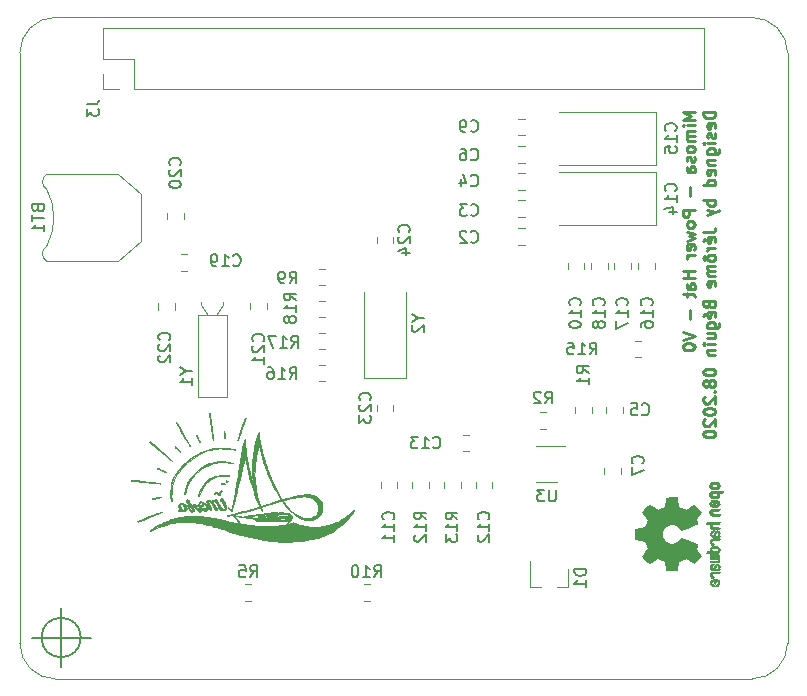
<source format=gbr>
G04 #@! TF.GenerationSoftware,KiCad,Pcbnew,(5.1.5-0-10_14)*
G04 #@! TF.CreationDate,2020-08-15T14:14:15-04:00*
G04 #@! TF.ProjectId,Mimosa-Power-Hat,4d696d6f-7361-42d5-906f-7765722d4861,rev?*
G04 #@! TF.SameCoordinates,PX4e3d4c0PY6c12040*
G04 #@! TF.FileFunction,Legend,Bot*
G04 #@! TF.FilePolarity,Positive*
%FSLAX46Y46*%
G04 Gerber Fmt 4.6, Leading zero omitted, Abs format (unit mm)*
G04 Created by KiCad (PCBNEW (5.1.5-0-10_14)) date 2020-08-15 14:14:15*
%MOMM*%
%LPD*%
G04 APERTURE LIST*
%ADD10C,0.150000*%
%ADD11C,0.250000*%
%ADD12C,0.100000*%
%ADD13C,0.010000*%
%ADD14C,0.120000*%
G04 APERTURE END LIST*
D10*
X1666666Y0D02*
G75*
G03X1666666Y0I-1666666J0D01*
G01*
X-2500000Y0D02*
X2500000Y0D01*
X0Y2500000D02*
X0Y-2500000D01*
D11*
X53637380Y44519405D02*
X52637380Y44519405D01*
X53351666Y44186072D01*
X52637380Y43852739D01*
X53637380Y43852739D01*
X53637380Y43376548D02*
X52970714Y43376548D01*
X52637380Y43376548D02*
X52685000Y43424167D01*
X52732619Y43376548D01*
X52685000Y43328929D01*
X52637380Y43376548D01*
X52732619Y43376548D01*
X53637380Y42900358D02*
X52970714Y42900358D01*
X53065952Y42900358D02*
X53018333Y42852739D01*
X52970714Y42757500D01*
X52970714Y42614643D01*
X53018333Y42519405D01*
X53113571Y42471786D01*
X53637380Y42471786D01*
X53113571Y42471786D02*
X53018333Y42424167D01*
X52970714Y42328929D01*
X52970714Y42186072D01*
X53018333Y42090834D01*
X53113571Y42043215D01*
X53637380Y42043215D01*
X53637380Y41424167D02*
X53589761Y41519405D01*
X53542142Y41567024D01*
X53446904Y41614643D01*
X53161190Y41614643D01*
X53065952Y41567024D01*
X53018333Y41519405D01*
X52970714Y41424167D01*
X52970714Y41281310D01*
X53018333Y41186072D01*
X53065952Y41138453D01*
X53161190Y41090834D01*
X53446904Y41090834D01*
X53542142Y41138453D01*
X53589761Y41186072D01*
X53637380Y41281310D01*
X53637380Y41424167D01*
X53589761Y40709881D02*
X53637380Y40614643D01*
X53637380Y40424167D01*
X53589761Y40328929D01*
X53494523Y40281310D01*
X53446904Y40281310D01*
X53351666Y40328929D01*
X53304047Y40424167D01*
X53304047Y40567024D01*
X53256428Y40662262D01*
X53161190Y40709881D01*
X53113571Y40709881D01*
X53018333Y40662262D01*
X52970714Y40567024D01*
X52970714Y40424167D01*
X53018333Y40328929D01*
X53637380Y39424167D02*
X53113571Y39424167D01*
X53018333Y39471786D01*
X52970714Y39567024D01*
X52970714Y39757500D01*
X53018333Y39852739D01*
X53589761Y39424167D02*
X53637380Y39519405D01*
X53637380Y39757500D01*
X53589761Y39852739D01*
X53494523Y39900358D01*
X53399285Y39900358D01*
X53304047Y39852739D01*
X53256428Y39757500D01*
X53256428Y39519405D01*
X53208809Y39424167D01*
X53256428Y38186072D02*
X53256428Y37424167D01*
X53637380Y36186072D02*
X52637380Y36186072D01*
X52637380Y35805120D01*
X52685000Y35709881D01*
X52732619Y35662262D01*
X52827857Y35614643D01*
X52970714Y35614643D01*
X53065952Y35662262D01*
X53113571Y35709881D01*
X53161190Y35805120D01*
X53161190Y36186072D01*
X53637380Y35043215D02*
X53589761Y35138453D01*
X53542142Y35186072D01*
X53446904Y35233691D01*
X53161190Y35233691D01*
X53065952Y35186072D01*
X53018333Y35138453D01*
X52970714Y35043215D01*
X52970714Y34900358D01*
X53018333Y34805120D01*
X53065952Y34757501D01*
X53161190Y34709881D01*
X53446904Y34709881D01*
X53542142Y34757501D01*
X53589761Y34805120D01*
X53637380Y34900358D01*
X53637380Y35043215D01*
X52970714Y34376548D02*
X53637380Y34186072D01*
X53161190Y33995596D01*
X53637380Y33805120D01*
X52970714Y33614643D01*
X53589761Y32852739D02*
X53637380Y32947977D01*
X53637380Y33138453D01*
X53589761Y33233691D01*
X53494523Y33281310D01*
X53113571Y33281310D01*
X53018333Y33233691D01*
X52970714Y33138453D01*
X52970714Y32947977D01*
X53018333Y32852739D01*
X53113571Y32805120D01*
X53208809Y32805120D01*
X53304047Y33281310D01*
X53637380Y32376548D02*
X52970714Y32376548D01*
X53161190Y32376548D02*
X53065952Y32328929D01*
X53018333Y32281310D01*
X52970714Y32186072D01*
X52970714Y32090834D01*
X53637380Y30995596D02*
X52637380Y30995596D01*
X53113571Y30995596D02*
X53113571Y30424167D01*
X53637380Y30424167D02*
X52637380Y30424167D01*
X53637380Y29519405D02*
X53113571Y29519405D01*
X53018333Y29567024D01*
X52970714Y29662262D01*
X52970714Y29852739D01*
X53018333Y29947977D01*
X53589761Y29519405D02*
X53637380Y29614643D01*
X53637380Y29852739D01*
X53589761Y29947977D01*
X53494523Y29995596D01*
X53399285Y29995596D01*
X53304047Y29947977D01*
X53256428Y29852739D01*
X53256428Y29614643D01*
X53208809Y29519405D01*
X52970714Y29186072D02*
X52970714Y28805120D01*
X52637380Y29043215D02*
X53494523Y29043215D01*
X53589761Y28995596D01*
X53637380Y28900358D01*
X53637380Y28805120D01*
X53256428Y27709881D02*
X53256428Y26947977D01*
X52637380Y25852739D02*
X53637380Y25519405D01*
X52637380Y25186072D01*
X52637380Y24662262D02*
X52637380Y24567024D01*
X52685000Y24471786D01*
X52732619Y24424167D01*
X52827857Y24376548D01*
X53018333Y24328929D01*
X53256428Y24328929D01*
X53446904Y24376548D01*
X53542142Y24424167D01*
X53589761Y24471786D01*
X53637380Y24567024D01*
X53637380Y24662262D01*
X53589761Y24757501D01*
X53542142Y24805120D01*
X53446904Y24852739D01*
X53256428Y24900358D01*
X53018333Y24900358D01*
X52827857Y24852739D01*
X52732619Y24805120D01*
X52685000Y24757501D01*
X52637380Y24662262D01*
X55387380Y44519405D02*
X54387380Y44519405D01*
X54387380Y44281310D01*
X54435000Y44138453D01*
X54530238Y44043215D01*
X54625476Y43995596D01*
X54815952Y43947977D01*
X54958809Y43947977D01*
X55149285Y43995596D01*
X55244523Y44043215D01*
X55339761Y44138453D01*
X55387380Y44281310D01*
X55387380Y44519405D01*
X55339761Y43138453D02*
X55387380Y43233691D01*
X55387380Y43424167D01*
X55339761Y43519405D01*
X55244523Y43567024D01*
X54863571Y43567024D01*
X54768333Y43519405D01*
X54720714Y43424167D01*
X54720714Y43233691D01*
X54768333Y43138453D01*
X54863571Y43090834D01*
X54958809Y43090834D01*
X55054047Y43567024D01*
X55339761Y42709881D02*
X55387380Y42614643D01*
X55387380Y42424167D01*
X55339761Y42328929D01*
X55244523Y42281310D01*
X55196904Y42281310D01*
X55101666Y42328929D01*
X55054047Y42424167D01*
X55054047Y42567024D01*
X55006428Y42662262D01*
X54911190Y42709881D01*
X54863571Y42709881D01*
X54768333Y42662262D01*
X54720714Y42567024D01*
X54720714Y42424167D01*
X54768333Y42328929D01*
X55387380Y41852739D02*
X54720714Y41852739D01*
X54387380Y41852739D02*
X54435000Y41900358D01*
X54482619Y41852739D01*
X54435000Y41805120D01*
X54387380Y41852739D01*
X54482619Y41852739D01*
X54720714Y40947977D02*
X55530238Y40947977D01*
X55625476Y40995596D01*
X55673095Y41043215D01*
X55720714Y41138453D01*
X55720714Y41281310D01*
X55673095Y41376548D01*
X55339761Y40947977D02*
X55387380Y41043215D01*
X55387380Y41233691D01*
X55339761Y41328929D01*
X55292142Y41376548D01*
X55196904Y41424167D01*
X54911190Y41424167D01*
X54815952Y41376548D01*
X54768333Y41328929D01*
X54720714Y41233691D01*
X54720714Y41043215D01*
X54768333Y40947977D01*
X54720714Y40471786D02*
X55387380Y40471786D01*
X54815952Y40471786D02*
X54768333Y40424167D01*
X54720714Y40328929D01*
X54720714Y40186072D01*
X54768333Y40090834D01*
X54863571Y40043215D01*
X55387380Y40043215D01*
X55339761Y39186072D02*
X55387380Y39281310D01*
X55387380Y39471786D01*
X55339761Y39567024D01*
X55244523Y39614643D01*
X54863571Y39614643D01*
X54768333Y39567024D01*
X54720714Y39471786D01*
X54720714Y39281310D01*
X54768333Y39186072D01*
X54863571Y39138453D01*
X54958809Y39138453D01*
X55054047Y39614643D01*
X55387380Y38281310D02*
X54387380Y38281310D01*
X55339761Y38281310D02*
X55387380Y38376548D01*
X55387380Y38567024D01*
X55339761Y38662262D01*
X55292142Y38709881D01*
X55196904Y38757500D01*
X54911190Y38757500D01*
X54815952Y38709881D01*
X54768333Y38662262D01*
X54720714Y38567024D01*
X54720714Y38376548D01*
X54768333Y38281310D01*
X55387380Y37043215D02*
X54387380Y37043215D01*
X54768333Y37043215D02*
X54720714Y36947977D01*
X54720714Y36757500D01*
X54768333Y36662262D01*
X54815952Y36614643D01*
X54911190Y36567024D01*
X55196904Y36567024D01*
X55292142Y36614643D01*
X55339761Y36662262D01*
X55387380Y36757500D01*
X55387380Y36947977D01*
X55339761Y37043215D01*
X54720714Y36233691D02*
X55387380Y35995596D01*
X54720714Y35757500D02*
X55387380Y35995596D01*
X55625476Y36090834D01*
X55673095Y36138453D01*
X55720714Y36233691D01*
X54387380Y34328929D02*
X55101666Y34328929D01*
X55244523Y34376548D01*
X55339761Y34471786D01*
X55387380Y34614643D01*
X55387380Y34709881D01*
X55339761Y33471786D02*
X55387380Y33567024D01*
X55387380Y33757501D01*
X55339761Y33852739D01*
X55244523Y33900358D01*
X54863571Y33900358D01*
X54768333Y33852739D01*
X54720714Y33757501D01*
X54720714Y33567024D01*
X54768333Y33471786D01*
X54863571Y33424167D01*
X54958809Y33424167D01*
X55054047Y33900358D01*
X54339761Y33567024D02*
X54482619Y33709881D01*
X55387380Y32995596D02*
X54720714Y32995596D01*
X54911190Y32995596D02*
X54815952Y32947977D01*
X54768333Y32900358D01*
X54720714Y32805120D01*
X54720714Y32709881D01*
X55387380Y32233691D02*
X55339761Y32328929D01*
X55292142Y32376548D01*
X55196904Y32424167D01*
X54911190Y32424167D01*
X54815952Y32376548D01*
X54768333Y32328929D01*
X54720714Y32233691D01*
X54720714Y32090834D01*
X54768333Y31995596D01*
X54815952Y31947977D01*
X54911190Y31900358D01*
X55196904Y31900358D01*
X55292142Y31947977D01*
X55339761Y31995596D01*
X55387380Y32090834D01*
X55387380Y32233691D01*
X54482619Y32328929D02*
X54339761Y32138453D01*
X54482619Y31947977D01*
X55387380Y31471786D02*
X54720714Y31471786D01*
X54815952Y31471786D02*
X54768333Y31424167D01*
X54720714Y31328929D01*
X54720714Y31186072D01*
X54768333Y31090834D01*
X54863571Y31043215D01*
X55387380Y31043215D01*
X54863571Y31043215D02*
X54768333Y30995596D01*
X54720714Y30900358D01*
X54720714Y30757501D01*
X54768333Y30662262D01*
X54863571Y30614643D01*
X55387380Y30614643D01*
X55339761Y29757501D02*
X55387380Y29852739D01*
X55387380Y30043215D01*
X55339761Y30138453D01*
X55244523Y30186072D01*
X54863571Y30186072D01*
X54768333Y30138453D01*
X54720714Y30043215D01*
X54720714Y29852739D01*
X54768333Y29757501D01*
X54863571Y29709881D01*
X54958809Y29709881D01*
X55054047Y30186072D01*
X54863571Y28186072D02*
X54911190Y28043215D01*
X54958809Y27995596D01*
X55054047Y27947977D01*
X55196904Y27947977D01*
X55292142Y27995596D01*
X55339761Y28043215D01*
X55387380Y28138453D01*
X55387380Y28519405D01*
X54387380Y28519405D01*
X54387380Y28186072D01*
X54435000Y28090834D01*
X54482619Y28043215D01*
X54577857Y27995596D01*
X54673095Y27995596D01*
X54768333Y28043215D01*
X54815952Y28090834D01*
X54863571Y28186072D01*
X54863571Y28519405D01*
X55339761Y27138453D02*
X55387380Y27233691D01*
X55387380Y27424167D01*
X55339761Y27519405D01*
X55244523Y27567024D01*
X54863571Y27567024D01*
X54768333Y27519405D01*
X54720714Y27424167D01*
X54720714Y27233691D01*
X54768333Y27138453D01*
X54863571Y27090834D01*
X54958809Y27090834D01*
X55054047Y27567024D01*
X54339761Y27233691D02*
X54482619Y27376548D01*
X54720714Y26233691D02*
X55530238Y26233691D01*
X55625476Y26281310D01*
X55673095Y26328929D01*
X55720714Y26424167D01*
X55720714Y26567024D01*
X55673095Y26662262D01*
X55339761Y26233691D02*
X55387380Y26328929D01*
X55387380Y26519405D01*
X55339761Y26614643D01*
X55292142Y26662262D01*
X55196904Y26709881D01*
X54911190Y26709881D01*
X54815952Y26662262D01*
X54768333Y26614643D01*
X54720714Y26519405D01*
X54720714Y26328929D01*
X54768333Y26233691D01*
X54720714Y25328929D02*
X55387380Y25328929D01*
X54720714Y25757501D02*
X55244523Y25757501D01*
X55339761Y25709881D01*
X55387380Y25614643D01*
X55387380Y25471786D01*
X55339761Y25376548D01*
X55292142Y25328929D01*
X55387380Y24852739D02*
X54720714Y24852739D01*
X54387380Y24852739D02*
X54435000Y24900358D01*
X54482619Y24852739D01*
X54435000Y24805120D01*
X54387380Y24852739D01*
X54482619Y24852739D01*
X54720714Y24376548D02*
X55387380Y24376548D01*
X54815952Y24376548D02*
X54768333Y24328929D01*
X54720714Y24233691D01*
X54720714Y24090834D01*
X54768333Y23995596D01*
X54863571Y23947977D01*
X55387380Y23947977D01*
X54387380Y22519405D02*
X54387380Y22424167D01*
X54435000Y22328929D01*
X54482619Y22281310D01*
X54577857Y22233691D01*
X54768333Y22186072D01*
X55006428Y22186072D01*
X55196904Y22233691D01*
X55292142Y22281310D01*
X55339761Y22328929D01*
X55387380Y22424167D01*
X55387380Y22519405D01*
X55339761Y22614643D01*
X55292142Y22662262D01*
X55196904Y22709881D01*
X55006428Y22757501D01*
X54768333Y22757501D01*
X54577857Y22709881D01*
X54482619Y22662262D01*
X54435000Y22614643D01*
X54387380Y22519405D01*
X54815952Y21614643D02*
X54768333Y21709881D01*
X54720714Y21757501D01*
X54625476Y21805120D01*
X54577857Y21805120D01*
X54482619Y21757501D01*
X54435000Y21709881D01*
X54387380Y21614643D01*
X54387380Y21424167D01*
X54435000Y21328929D01*
X54482619Y21281310D01*
X54577857Y21233691D01*
X54625476Y21233691D01*
X54720714Y21281310D01*
X54768333Y21328929D01*
X54815952Y21424167D01*
X54815952Y21614643D01*
X54863571Y21709881D01*
X54911190Y21757501D01*
X55006428Y21805120D01*
X55196904Y21805120D01*
X55292142Y21757501D01*
X55339761Y21709881D01*
X55387380Y21614643D01*
X55387380Y21424167D01*
X55339761Y21328929D01*
X55292142Y21281310D01*
X55196904Y21233691D01*
X55006428Y21233691D01*
X54911190Y21281310D01*
X54863571Y21328929D01*
X54815952Y21424167D01*
X55292142Y20805120D02*
X55339761Y20757501D01*
X55387380Y20805120D01*
X55339761Y20852739D01*
X55292142Y20805120D01*
X55387380Y20805120D01*
X54482619Y20376548D02*
X54435000Y20328929D01*
X54387380Y20233691D01*
X54387380Y19995596D01*
X54435000Y19900358D01*
X54482619Y19852739D01*
X54577857Y19805120D01*
X54673095Y19805120D01*
X54815952Y19852739D01*
X55387380Y20424167D01*
X55387380Y19805120D01*
X54387380Y19186072D02*
X54387380Y19090834D01*
X54435000Y18995596D01*
X54482619Y18947977D01*
X54577857Y18900358D01*
X54768333Y18852739D01*
X55006428Y18852739D01*
X55196904Y18900358D01*
X55292142Y18947977D01*
X55339761Y18995596D01*
X55387380Y19090834D01*
X55387380Y19186072D01*
X55339761Y19281310D01*
X55292142Y19328929D01*
X55196904Y19376548D01*
X55006428Y19424167D01*
X54768333Y19424167D01*
X54577857Y19376548D01*
X54482619Y19328929D01*
X54435000Y19281310D01*
X54387380Y19186072D01*
X54482619Y18471786D02*
X54435000Y18424167D01*
X54387380Y18328929D01*
X54387380Y18090834D01*
X54435000Y17995596D01*
X54482619Y17947977D01*
X54577857Y17900358D01*
X54673095Y17900358D01*
X54815952Y17947977D01*
X55387380Y18519405D01*
X55387380Y17900358D01*
X54387380Y17281310D02*
X54387380Y17186072D01*
X54435000Y17090834D01*
X54482619Y17043215D01*
X54577857Y16995596D01*
X54768333Y16947977D01*
X55006428Y16947977D01*
X55196904Y16995596D01*
X55292142Y17043215D01*
X55339761Y17090834D01*
X55387380Y17186072D01*
X55387380Y17281310D01*
X55339761Y17376548D01*
X55292142Y17424167D01*
X55196904Y17471786D01*
X55006428Y17519405D01*
X54768333Y17519405D01*
X54577857Y17471786D01*
X54482619Y17424167D01*
X54435000Y17376548D01*
X54387380Y17281310D01*
D12*
X-3493644Y49502389D02*
X-3493644Y-497611D01*
X-3493644Y49502389D02*
G75*
G02X-493644Y52502389I3000000J0D01*
G01*
X58506356Y52502389D02*
X-493644Y52502389D01*
X58506356Y52502389D02*
G75*
G02X61506356Y49502389I0J-3000000D01*
G01*
X61506351Y-502847D02*
X61506356Y49502389D01*
X-493644Y-3497611D02*
G75*
G02X-3493644Y-497611I0J3000000D01*
G01*
X-493644Y-3497611D02*
X58506356Y-3497611D01*
X61506351Y-502847D02*
G75*
G02X58506356Y-3497611I-2999995J5236D01*
G01*
D13*
G36*
X48597776Y8630122D02*
G01*
X48598355Y8524388D01*
X48599922Y8447868D01*
X48602972Y8395628D01*
X48607996Y8362737D01*
X48615489Y8344263D01*
X48625944Y8335273D01*
X48639853Y8330837D01*
X48641654Y8330406D01*
X48674145Y8323667D01*
X48738252Y8311192D01*
X48827151Y8294281D01*
X48934019Y8274229D01*
X49052033Y8252336D01*
X49056178Y8251571D01*
X49171831Y8229641D01*
X49274014Y8209123D01*
X49356598Y8191341D01*
X49413456Y8177619D01*
X49438458Y8169282D01*
X49438901Y8168884D01*
X49451110Y8144323D01*
X49471456Y8093685D01*
X49495545Y8027905D01*
X49495674Y8027539D01*
X49526818Y7944683D01*
X49566491Y7847000D01*
X49606381Y7754923D01*
X49608353Y7750566D01*
X49676420Y7600593D01*
X49449639Y7268502D01*
X49380504Y7166626D01*
X49318697Y7074343D01*
X49267733Y6996997D01*
X49231127Y6939936D01*
X49212394Y6908505D01*
X49211004Y6905521D01*
X49217190Y6882679D01*
X49247035Y6840018D01*
X49301947Y6775872D01*
X49383334Y6688579D01*
X49469922Y6599465D01*
X49555247Y6513559D01*
X49633108Y6436673D01*
X49698697Y6373436D01*
X49747205Y6328477D01*
X49773825Y6306424D01*
X49775195Y6305604D01*
X49793463Y6303166D01*
X49823295Y6312350D01*
X49868721Y6335426D01*
X49933770Y6374663D01*
X50022470Y6432330D01*
X50136657Y6509205D01*
X50237162Y6577430D01*
X50327303Y6638418D01*
X50401849Y6688644D01*
X50455565Y6724584D01*
X50483218Y6742713D01*
X50485095Y6743854D01*
X50511590Y6741641D01*
X50563086Y6724862D01*
X50629851Y6696858D01*
X50651172Y6686878D01*
X50746159Y6643328D01*
X50853937Y6596866D01*
X50947192Y6559123D01*
X51016406Y6531927D01*
X51069006Y6510325D01*
X51096497Y6497842D01*
X51098616Y6496291D01*
X51102124Y6473332D01*
X51111738Y6419214D01*
X51126089Y6341132D01*
X51143807Y6246281D01*
X51163525Y6141857D01*
X51183874Y6035056D01*
X51203486Y5933074D01*
X51220991Y5843106D01*
X51235022Y5772347D01*
X51244209Y5727994D01*
X51246807Y5717115D01*
X51253218Y5705878D01*
X51267697Y5697395D01*
X51295133Y5691286D01*
X51340411Y5687168D01*
X51408420Y5684659D01*
X51504047Y5683379D01*
X51632180Y5682946D01*
X51684701Y5682923D01*
X52111845Y5682923D01*
X52132091Y5785500D01*
X52143070Y5842569D01*
X52159095Y5927731D01*
X52178233Y6030628D01*
X52198551Y6140904D01*
X52204132Y6171385D01*
X52223917Y6273145D01*
X52243373Y6361795D01*
X52260697Y6429892D01*
X52274088Y6469996D01*
X52278079Y6476677D01*
X52306342Y6493081D01*
X52361109Y6516601D01*
X52431588Y6542684D01*
X52446769Y6547858D01*
X52540896Y6582044D01*
X52647101Y6624477D01*
X52742473Y6666003D01*
X52742916Y6666208D01*
X52892525Y6735360D01*
X53561617Y6280488D01*
X53854116Y6572500D01*
X53941170Y6660820D01*
X54017909Y6741375D01*
X54080237Y6809640D01*
X54124056Y6861092D01*
X54145270Y6891206D01*
X54146616Y6895526D01*
X54136016Y6920889D01*
X54106547Y6972642D01*
X54061705Y7045132D01*
X54004984Y7132706D01*
X53941462Y7227388D01*
X53876668Y7323484D01*
X53820287Y7409163D01*
X53775788Y7478984D01*
X53746639Y7527506D01*
X53736308Y7549218D01*
X53745050Y7575707D01*
X53768087Y7625938D01*
X53800631Y7689549D01*
X53804249Y7696292D01*
X53847210Y7781954D01*
X53868279Y7840694D01*
X53868503Y7877228D01*
X53848928Y7896269D01*
X53848654Y7896380D01*
X53825472Y7905898D01*
X53770441Y7928597D01*
X53687822Y7962718D01*
X53581872Y8006500D01*
X53456852Y8058184D01*
X53317020Y8116008D01*
X53181637Y8172009D01*
X53032234Y8233553D01*
X52893832Y8290061D01*
X52770673Y8339839D01*
X52667002Y8381194D01*
X52587059Y8412432D01*
X52535088Y8431859D01*
X52515692Y8437846D01*
X52493443Y8422832D01*
X52457982Y8383561D01*
X52418887Y8331193D01*
X52295245Y8182059D01*
X52153522Y8065489D01*
X51996704Y7982882D01*
X51827775Y7935634D01*
X51649722Y7925143D01*
X51567539Y7932769D01*
X51397031Y7974318D01*
X51246459Y8045877D01*
X51117309Y8143005D01*
X51011064Y8261266D01*
X50929210Y8396220D01*
X50873232Y8543429D01*
X50844615Y8698456D01*
X50844844Y8856861D01*
X50875405Y9014206D01*
X50937782Y9166054D01*
X51033460Y9307965D01*
X51087572Y9367197D01*
X51226520Y9480797D01*
X51378361Y9559894D01*
X51538667Y9605014D01*
X51703012Y9616684D01*
X51866971Y9595431D01*
X52026118Y9541780D01*
X52176025Y9456260D01*
X52312267Y9339395D01*
X52418887Y9208807D01*
X52459642Y9154412D01*
X52494718Y9115986D01*
X52515726Y9102154D01*
X52538635Y9109397D01*
X52593365Y9129995D01*
X52675672Y9162254D01*
X52781315Y9204479D01*
X52906050Y9254977D01*
X53045636Y9312052D01*
X53181670Y9368146D01*
X53331201Y9430033D01*
X53469767Y9487356D01*
X53593107Y9538356D01*
X53696964Y9581273D01*
X53777080Y9614347D01*
X53829195Y9635819D01*
X53848654Y9643775D01*
X53868423Y9662571D01*
X53868365Y9698926D01*
X53847441Y9757521D01*
X53804613Y9843032D01*
X53804249Y9843708D01*
X53771012Y9908093D01*
X53746802Y9960139D01*
X53736404Y9989488D01*
X53736308Y9990783D01*
X53746855Y10012876D01*
X53776184Y10061652D01*
X53820827Y10131669D01*
X53877314Y10217486D01*
X53941462Y10312612D01*
X54006411Y10409460D01*
X54062896Y10496747D01*
X54107421Y10568819D01*
X54136490Y10620023D01*
X54146616Y10644474D01*
X54133307Y10666990D01*
X54096112Y10712258D01*
X54039128Y10775756D01*
X53966449Y10852961D01*
X53882171Y10939349D01*
X53854016Y10967601D01*
X53561416Y11259713D01*
X53235104Y11037369D01*
X53134897Y10969798D01*
X53044963Y10910493D01*
X52970510Y10862783D01*
X52916751Y10829993D01*
X52888894Y10815452D01*
X52886912Y10815026D01*
X52860655Y10822692D01*
X52807837Y10843311D01*
X52737310Y10873315D01*
X52690093Y10894375D01*
X52599694Y10933752D01*
X52508366Y10970835D01*
X52431200Y10999585D01*
X52407692Y11007395D01*
X52344916Y11029583D01*
X52296411Y11051273D01*
X52278079Y11063187D01*
X52266859Y11089477D01*
X52250954Y11146858D01*
X52232167Y11227882D01*
X52212299Y11325105D01*
X52204132Y11368615D01*
X52183829Y11479104D01*
X52164170Y11585084D01*
X52147088Y11676199D01*
X52134518Y11742092D01*
X52132091Y11754500D01*
X52111845Y11857077D01*
X51684701Y11857077D01*
X51544246Y11856847D01*
X51437979Y11855901D01*
X51361013Y11853859D01*
X51308460Y11850338D01*
X51275433Y11844957D01*
X51257045Y11837334D01*
X51248408Y11827088D01*
X51246807Y11822885D01*
X51241127Y11797530D01*
X51229795Y11741516D01*
X51214179Y11662036D01*
X51195647Y11566288D01*
X51175569Y11461467D01*
X51155312Y11354768D01*
X51136246Y11253387D01*
X51119739Y11164521D01*
X51107159Y11095363D01*
X51099875Y11053111D01*
X51098616Y11043710D01*
X51081763Y11035193D01*
X51036870Y11016340D01*
X50972430Y10990676D01*
X50947192Y10980877D01*
X50849686Y10941352D01*
X50741959Y10894808D01*
X50651172Y10853123D01*
X50581753Y10822450D01*
X50524710Y10802044D01*
X50489777Y10795232D01*
X50485095Y10796318D01*
X50462991Y10810715D01*
X50413831Y10843588D01*
X50342848Y10891410D01*
X50255278Y10950652D01*
X50156357Y11017785D01*
X50136830Y11031059D01*
X50021140Y11108954D01*
X49933044Y11166213D01*
X49868486Y11205119D01*
X49823411Y11227956D01*
X49793763Y11237006D01*
X49775485Y11234552D01*
X49775369Y11234489D01*
X49751361Y11215173D01*
X49704947Y11172449D01*
X49640937Y11110949D01*
X49564145Y11035302D01*
X49479382Y10950139D01*
X49469922Y10940535D01*
X49365989Y10833210D01*
X49289675Y10750385D01*
X49239571Y10690395D01*
X49214270Y10651577D01*
X49211004Y10634480D01*
X49225250Y10609527D01*
X49258156Y10557745D01*
X49306208Y10484480D01*
X49365890Y10395080D01*
X49433688Y10294889D01*
X49449639Y10271499D01*
X49676420Y9939407D01*
X49608353Y9789435D01*
X49568685Y9698230D01*
X49528791Y9600331D01*
X49496983Y9516169D01*
X49495674Y9512462D01*
X49471576Y9446631D01*
X49451200Y9395884D01*
X49438936Y9371158D01*
X49438901Y9371116D01*
X49416734Y9363271D01*
X49362217Y9349934D01*
X49281480Y9332430D01*
X49180650Y9312083D01*
X49065856Y9290218D01*
X49056178Y9288429D01*
X48937904Y9266496D01*
X48830542Y9246360D01*
X48740917Y9229320D01*
X48675851Y9216672D01*
X48642168Y9209716D01*
X48641654Y9209594D01*
X48627325Y9205361D01*
X48616507Y9197129D01*
X48608706Y9179967D01*
X48603429Y9148942D01*
X48600182Y9099122D01*
X48598472Y9025576D01*
X48597807Y8923371D01*
X48597693Y8787575D01*
X48597692Y8770000D01*
X48597776Y8630122D01*
G37*
X48597776Y8630122D02*
X48598355Y8524388D01*
X48599922Y8447868D01*
X48602972Y8395628D01*
X48607996Y8362737D01*
X48615489Y8344263D01*
X48625944Y8335273D01*
X48639853Y8330837D01*
X48641654Y8330406D01*
X48674145Y8323667D01*
X48738252Y8311192D01*
X48827151Y8294281D01*
X48934019Y8274229D01*
X49052033Y8252336D01*
X49056178Y8251571D01*
X49171831Y8229641D01*
X49274014Y8209123D01*
X49356598Y8191341D01*
X49413456Y8177619D01*
X49438458Y8169282D01*
X49438901Y8168884D01*
X49451110Y8144323D01*
X49471456Y8093685D01*
X49495545Y8027905D01*
X49495674Y8027539D01*
X49526818Y7944683D01*
X49566491Y7847000D01*
X49606381Y7754923D01*
X49608353Y7750566D01*
X49676420Y7600593D01*
X49449639Y7268502D01*
X49380504Y7166626D01*
X49318697Y7074343D01*
X49267733Y6996997D01*
X49231127Y6939936D01*
X49212394Y6908505D01*
X49211004Y6905521D01*
X49217190Y6882679D01*
X49247035Y6840018D01*
X49301947Y6775872D01*
X49383334Y6688579D01*
X49469922Y6599465D01*
X49555247Y6513559D01*
X49633108Y6436673D01*
X49698697Y6373436D01*
X49747205Y6328477D01*
X49773825Y6306424D01*
X49775195Y6305604D01*
X49793463Y6303166D01*
X49823295Y6312350D01*
X49868721Y6335426D01*
X49933770Y6374663D01*
X50022470Y6432330D01*
X50136657Y6509205D01*
X50237162Y6577430D01*
X50327303Y6638418D01*
X50401849Y6688644D01*
X50455565Y6724584D01*
X50483218Y6742713D01*
X50485095Y6743854D01*
X50511590Y6741641D01*
X50563086Y6724862D01*
X50629851Y6696858D01*
X50651172Y6686878D01*
X50746159Y6643328D01*
X50853937Y6596866D01*
X50947192Y6559123D01*
X51016406Y6531927D01*
X51069006Y6510325D01*
X51096497Y6497842D01*
X51098616Y6496291D01*
X51102124Y6473332D01*
X51111738Y6419214D01*
X51126089Y6341132D01*
X51143807Y6246281D01*
X51163525Y6141857D01*
X51183874Y6035056D01*
X51203486Y5933074D01*
X51220991Y5843106D01*
X51235022Y5772347D01*
X51244209Y5727994D01*
X51246807Y5717115D01*
X51253218Y5705878D01*
X51267697Y5697395D01*
X51295133Y5691286D01*
X51340411Y5687168D01*
X51408420Y5684659D01*
X51504047Y5683379D01*
X51632180Y5682946D01*
X51684701Y5682923D01*
X52111845Y5682923D01*
X52132091Y5785500D01*
X52143070Y5842569D01*
X52159095Y5927731D01*
X52178233Y6030628D01*
X52198551Y6140904D01*
X52204132Y6171385D01*
X52223917Y6273145D01*
X52243373Y6361795D01*
X52260697Y6429892D01*
X52274088Y6469996D01*
X52278079Y6476677D01*
X52306342Y6493081D01*
X52361109Y6516601D01*
X52431588Y6542684D01*
X52446769Y6547858D01*
X52540896Y6582044D01*
X52647101Y6624477D01*
X52742473Y6666003D01*
X52742916Y6666208D01*
X52892525Y6735360D01*
X53561617Y6280488D01*
X53854116Y6572500D01*
X53941170Y6660820D01*
X54017909Y6741375D01*
X54080237Y6809640D01*
X54124056Y6861092D01*
X54145270Y6891206D01*
X54146616Y6895526D01*
X54136016Y6920889D01*
X54106547Y6972642D01*
X54061705Y7045132D01*
X54004984Y7132706D01*
X53941462Y7227388D01*
X53876668Y7323484D01*
X53820287Y7409163D01*
X53775788Y7478984D01*
X53746639Y7527506D01*
X53736308Y7549218D01*
X53745050Y7575707D01*
X53768087Y7625938D01*
X53800631Y7689549D01*
X53804249Y7696292D01*
X53847210Y7781954D01*
X53868279Y7840694D01*
X53868503Y7877228D01*
X53848928Y7896269D01*
X53848654Y7896380D01*
X53825472Y7905898D01*
X53770441Y7928597D01*
X53687822Y7962718D01*
X53581872Y8006500D01*
X53456852Y8058184D01*
X53317020Y8116008D01*
X53181637Y8172009D01*
X53032234Y8233553D01*
X52893832Y8290061D01*
X52770673Y8339839D01*
X52667002Y8381194D01*
X52587059Y8412432D01*
X52535088Y8431859D01*
X52515692Y8437846D01*
X52493443Y8422832D01*
X52457982Y8383561D01*
X52418887Y8331193D01*
X52295245Y8182059D01*
X52153522Y8065489D01*
X51996704Y7982882D01*
X51827775Y7935634D01*
X51649722Y7925143D01*
X51567539Y7932769D01*
X51397031Y7974318D01*
X51246459Y8045877D01*
X51117309Y8143005D01*
X51011064Y8261266D01*
X50929210Y8396220D01*
X50873232Y8543429D01*
X50844615Y8698456D01*
X50844844Y8856861D01*
X50875405Y9014206D01*
X50937782Y9166054D01*
X51033460Y9307965D01*
X51087572Y9367197D01*
X51226520Y9480797D01*
X51378361Y9559894D01*
X51538667Y9605014D01*
X51703012Y9616684D01*
X51866971Y9595431D01*
X52026118Y9541780D01*
X52176025Y9456260D01*
X52312267Y9339395D01*
X52418887Y9208807D01*
X52459642Y9154412D01*
X52494718Y9115986D01*
X52515726Y9102154D01*
X52538635Y9109397D01*
X52593365Y9129995D01*
X52675672Y9162254D01*
X52781315Y9204479D01*
X52906050Y9254977D01*
X53045636Y9312052D01*
X53181670Y9368146D01*
X53331201Y9430033D01*
X53469767Y9487356D01*
X53593107Y9538356D01*
X53696964Y9581273D01*
X53777080Y9614347D01*
X53829195Y9635819D01*
X53848654Y9643775D01*
X53868423Y9662571D01*
X53868365Y9698926D01*
X53847441Y9757521D01*
X53804613Y9843032D01*
X53804249Y9843708D01*
X53771012Y9908093D01*
X53746802Y9960139D01*
X53736404Y9989488D01*
X53736308Y9990783D01*
X53746855Y10012876D01*
X53776184Y10061652D01*
X53820827Y10131669D01*
X53877314Y10217486D01*
X53941462Y10312612D01*
X54006411Y10409460D01*
X54062896Y10496747D01*
X54107421Y10568819D01*
X54136490Y10620023D01*
X54146616Y10644474D01*
X54133307Y10666990D01*
X54096112Y10712258D01*
X54039128Y10775756D01*
X53966449Y10852961D01*
X53882171Y10939349D01*
X53854016Y10967601D01*
X53561416Y11259713D01*
X53235104Y11037369D01*
X53134897Y10969798D01*
X53044963Y10910493D01*
X52970510Y10862783D01*
X52916751Y10829993D01*
X52888894Y10815452D01*
X52886912Y10815026D01*
X52860655Y10822692D01*
X52807837Y10843311D01*
X52737310Y10873315D01*
X52690093Y10894375D01*
X52599694Y10933752D01*
X52508366Y10970835D01*
X52431200Y10999585D01*
X52407692Y11007395D01*
X52344916Y11029583D01*
X52296411Y11051273D01*
X52278079Y11063187D01*
X52266859Y11089477D01*
X52250954Y11146858D01*
X52232167Y11227882D01*
X52212299Y11325105D01*
X52204132Y11368615D01*
X52183829Y11479104D01*
X52164170Y11585084D01*
X52147088Y11676199D01*
X52134518Y11742092D01*
X52132091Y11754500D01*
X52111845Y11857077D01*
X51684701Y11857077D01*
X51544246Y11856847D01*
X51437979Y11855901D01*
X51361013Y11853859D01*
X51308460Y11850338D01*
X51275433Y11844957D01*
X51257045Y11837334D01*
X51248408Y11827088D01*
X51246807Y11822885D01*
X51241127Y11797530D01*
X51229795Y11741516D01*
X51214179Y11662036D01*
X51195647Y11566288D01*
X51175569Y11461467D01*
X51155312Y11354768D01*
X51136246Y11253387D01*
X51119739Y11164521D01*
X51107159Y11095363D01*
X51099875Y11053111D01*
X51098616Y11043710D01*
X51081763Y11035193D01*
X51036870Y11016340D01*
X50972430Y10990676D01*
X50947192Y10980877D01*
X50849686Y10941352D01*
X50741959Y10894808D01*
X50651172Y10853123D01*
X50581753Y10822450D01*
X50524710Y10802044D01*
X50489777Y10795232D01*
X50485095Y10796318D01*
X50462991Y10810715D01*
X50413831Y10843588D01*
X50342848Y10891410D01*
X50255278Y10950652D01*
X50156357Y11017785D01*
X50136830Y11031059D01*
X50021140Y11108954D01*
X49933044Y11166213D01*
X49868486Y11205119D01*
X49823411Y11227956D01*
X49793763Y11237006D01*
X49775485Y11234552D01*
X49775369Y11234489D01*
X49751361Y11215173D01*
X49704947Y11172449D01*
X49640937Y11110949D01*
X49564145Y11035302D01*
X49479382Y10950139D01*
X49469922Y10940535D01*
X49365989Y10833210D01*
X49289675Y10750385D01*
X49239571Y10690395D01*
X49214270Y10651577D01*
X49211004Y10634480D01*
X49225250Y10609527D01*
X49258156Y10557745D01*
X49306208Y10484480D01*
X49365890Y10395080D01*
X49433688Y10294889D01*
X49449639Y10271499D01*
X49676420Y9939407D01*
X49608353Y9789435D01*
X49568685Y9698230D01*
X49528791Y9600331D01*
X49496983Y9516169D01*
X49495674Y9512462D01*
X49471576Y9446631D01*
X49451200Y9395884D01*
X49438936Y9371158D01*
X49438901Y9371116D01*
X49416734Y9363271D01*
X49362217Y9349934D01*
X49281480Y9332430D01*
X49180650Y9312083D01*
X49065856Y9290218D01*
X49056178Y9288429D01*
X48937904Y9266496D01*
X48830542Y9246360D01*
X48740917Y9229320D01*
X48675851Y9216672D01*
X48642168Y9209716D01*
X48641654Y9209594D01*
X48627325Y9205361D01*
X48616507Y9197129D01*
X48608706Y9179967D01*
X48603429Y9148942D01*
X48600182Y9099122D01*
X48598472Y9025576D01*
X48597807Y8923371D01*
X48597693Y8787575D01*
X48597692Y8770000D01*
X48597776Y8630122D01*
G36*
X54957838Y4524776D02*
G01*
X55008361Y4447472D01*
X55053590Y4410186D01*
X55135663Y4380647D01*
X55200607Y4378301D01*
X55287445Y4383615D01*
X55375103Y4583885D01*
X55419887Y4681261D01*
X55455913Y4744887D01*
X55487117Y4777971D01*
X55517436Y4783720D01*
X55550805Y4765342D01*
X55572923Y4745077D01*
X55608393Y4686111D01*
X55610879Y4621976D01*
X55583235Y4563074D01*
X55528320Y4519803D01*
X55508928Y4512064D01*
X55448364Y4474994D01*
X55422552Y4432346D01*
X55400471Y4373846D01*
X55484184Y4373846D01*
X55541150Y4379018D01*
X55589189Y4399277D01*
X55644346Y4441738D01*
X55651514Y4448049D01*
X55700585Y4495280D01*
X55726920Y4535879D01*
X55739035Y4586672D01*
X55743003Y4628780D01*
X55743991Y4704098D01*
X55731466Y4757714D01*
X55712869Y4791162D01*
X55671975Y4843732D01*
X55627748Y4880121D01*
X55572126Y4903150D01*
X55497047Y4915641D01*
X55394449Y4920413D01*
X55342376Y4920794D01*
X55279948Y4919499D01*
X55279948Y4801529D01*
X55313438Y4800161D01*
X55318923Y4796751D01*
X55311472Y4774247D01*
X55291753Y4725818D01*
X55263718Y4661092D01*
X55257692Y4647557D01*
X55216096Y4565756D01*
X55179538Y4520688D01*
X55145296Y4510783D01*
X55110648Y4534474D01*
X55095339Y4554040D01*
X55064721Y4624640D01*
X55069780Y4690720D01*
X55107151Y4746041D01*
X55173473Y4784364D01*
X55226116Y4796651D01*
X55279948Y4801529D01*
X55279948Y4919499D01*
X55220720Y4918270D01*
X55130710Y4908968D01*
X55065167Y4890540D01*
X55016912Y4860640D01*
X54978767Y4816920D01*
X54966440Y4797859D01*
X54934336Y4711274D01*
X54932316Y4616478D01*
X54957838Y4524776D01*
G37*
X54957838Y4524776D02*
X55008361Y4447472D01*
X55053590Y4410186D01*
X55135663Y4380647D01*
X55200607Y4378301D01*
X55287445Y4383615D01*
X55375103Y4583885D01*
X55419887Y4681261D01*
X55455913Y4744887D01*
X55487117Y4777971D01*
X55517436Y4783720D01*
X55550805Y4765342D01*
X55572923Y4745077D01*
X55608393Y4686111D01*
X55610879Y4621976D01*
X55583235Y4563074D01*
X55528320Y4519803D01*
X55508928Y4512064D01*
X55448364Y4474994D01*
X55422552Y4432346D01*
X55400471Y4373846D01*
X55484184Y4373846D01*
X55541150Y4379018D01*
X55589189Y4399277D01*
X55644346Y4441738D01*
X55651514Y4448049D01*
X55700585Y4495280D01*
X55726920Y4535879D01*
X55739035Y4586672D01*
X55743003Y4628780D01*
X55743991Y4704098D01*
X55731466Y4757714D01*
X55712869Y4791162D01*
X55671975Y4843732D01*
X55627748Y4880121D01*
X55572126Y4903150D01*
X55497047Y4915641D01*
X55394449Y4920413D01*
X55342376Y4920794D01*
X55279948Y4919499D01*
X55279948Y4801529D01*
X55313438Y4800161D01*
X55318923Y4796751D01*
X55311472Y4774247D01*
X55291753Y4725818D01*
X55263718Y4661092D01*
X55257692Y4647557D01*
X55216096Y4565756D01*
X55179538Y4520688D01*
X55145296Y4510783D01*
X55110648Y4534474D01*
X55095339Y4554040D01*
X55064721Y4624640D01*
X55069780Y4690720D01*
X55107151Y4746041D01*
X55173473Y4784364D01*
X55226116Y4796651D01*
X55279948Y4801529D01*
X55279948Y4919499D01*
X55220720Y4918270D01*
X55130710Y4908968D01*
X55065167Y4890540D01*
X55016912Y4860640D01*
X54978767Y4816920D01*
X54966440Y4797859D01*
X54934336Y4711274D01*
X54932316Y4616478D01*
X54957838Y4524776D01*
G36*
X54946782Y5199193D02*
G01*
X54956988Y5175839D01*
X55001134Y5120098D01*
X55064967Y5072431D01*
X55133087Y5042952D01*
X55166670Y5038154D01*
X55213556Y5054240D01*
X55238365Y5089525D01*
X55253387Y5127356D01*
X55256155Y5144679D01*
X55236066Y5153114D01*
X55192351Y5169770D01*
X55172598Y5177077D01*
X55104271Y5218052D01*
X55070191Y5277378D01*
X55071239Y5353448D01*
X55072581Y5359082D01*
X55091836Y5399695D01*
X55129375Y5429552D01*
X55189809Y5449945D01*
X55277751Y5462164D01*
X55397813Y5467500D01*
X55461698Y5468000D01*
X55562403Y5468248D01*
X55631054Y5469874D01*
X55674673Y5474199D01*
X55700282Y5482546D01*
X55714903Y5496235D01*
X55725558Y5516589D01*
X55726095Y5517766D01*
X55742667Y5556962D01*
X55748769Y5576381D01*
X55730319Y5579365D01*
X55679323Y5581919D01*
X55602308Y5583860D01*
X55505805Y5585003D01*
X55435184Y5585231D01*
X55298525Y5584068D01*
X55194851Y5579521D01*
X55118108Y5570001D01*
X55062246Y5553919D01*
X55021212Y5529687D01*
X54988954Y5495714D01*
X54966440Y5462167D01*
X54936476Y5381501D01*
X54929718Y5287619D01*
X54946782Y5199193D01*
G37*
X54946782Y5199193D02*
X54956988Y5175839D01*
X55001134Y5120098D01*
X55064967Y5072431D01*
X55133087Y5042952D01*
X55166670Y5038154D01*
X55213556Y5054240D01*
X55238365Y5089525D01*
X55253387Y5127356D01*
X55256155Y5144679D01*
X55236066Y5153114D01*
X55192351Y5169770D01*
X55172598Y5177077D01*
X55104271Y5218052D01*
X55070191Y5277378D01*
X55071239Y5353448D01*
X55072581Y5359082D01*
X55091836Y5399695D01*
X55129375Y5429552D01*
X55189809Y5449945D01*
X55277751Y5462164D01*
X55397813Y5467500D01*
X55461698Y5468000D01*
X55562403Y5468248D01*
X55631054Y5469874D01*
X55674673Y5474199D01*
X55700282Y5482546D01*
X55714903Y5496235D01*
X55725558Y5516589D01*
X55726095Y5517766D01*
X55742667Y5556962D01*
X55748769Y5576381D01*
X55730319Y5579365D01*
X55679323Y5581919D01*
X55602308Y5583860D01*
X55505805Y5585003D01*
X55435184Y5585231D01*
X55298525Y5584068D01*
X55194851Y5579521D01*
X55118108Y5570001D01*
X55062246Y5553919D01*
X55021212Y5529687D01*
X54988954Y5495714D01*
X54966440Y5462167D01*
X54936476Y5381501D01*
X54929718Y5287619D01*
X54946782Y5199193D01*
G36*
X54943528Y5882667D02*
G01*
X54969117Y5826410D01*
X55000124Y5782253D01*
X55034795Y5749899D01*
X55079520Y5727562D01*
X55140692Y5713454D01*
X55224701Y5705789D01*
X55337940Y5702780D01*
X55412509Y5702462D01*
X55703420Y5702462D01*
X55726095Y5752227D01*
X55742667Y5791424D01*
X55748769Y5810843D01*
X55730610Y5814558D01*
X55681648Y5817505D01*
X55610153Y5819309D01*
X55553385Y5819692D01*
X55471371Y5821339D01*
X55406309Y5825778D01*
X55366467Y5832260D01*
X55358000Y5837410D01*
X55366646Y5872023D01*
X55388823Y5926360D01*
X55418886Y5989278D01*
X55451192Y6049632D01*
X55480098Y6096279D01*
X55499961Y6118074D01*
X55500175Y6118161D01*
X55536935Y6116286D01*
X55572026Y6099475D01*
X55600528Y6069961D01*
X55610061Y6026884D01*
X55608950Y5990068D01*
X55608133Y5937926D01*
X55620349Y5910556D01*
X55652624Y5894118D01*
X55658710Y5892045D01*
X55704739Y5884919D01*
X55732687Y5903976D01*
X55746007Y5953647D01*
X55748470Y6007303D01*
X55730210Y6103858D01*
X55704131Y6153841D01*
X55642868Y6215571D01*
X55567670Y6248310D01*
X55488211Y6251247D01*
X55414167Y6223576D01*
X55367769Y6181953D01*
X55341793Y6140396D01*
X55308907Y6075078D01*
X55275557Y5998962D01*
X55270461Y5986274D01*
X55233565Y5902667D01*
X55201046Y5854470D01*
X55168718Y5838970D01*
X55132394Y5853450D01*
X55104000Y5878308D01*
X55069039Y5937061D01*
X55066417Y6001707D01*
X55093358Y6060992D01*
X55147088Y6103661D01*
X55160950Y6109261D01*
X55211936Y6141867D01*
X55249787Y6189470D01*
X55280850Y6249539D01*
X55192768Y6249539D01*
X55138951Y6246003D01*
X55096534Y6230844D01*
X55051279Y6197232D01*
X55016420Y6164965D01*
X54967062Y6114791D01*
X54940547Y6075807D01*
X54929911Y6033936D01*
X54928154Y5986540D01*
X54943528Y5882667D01*
G37*
X54943528Y5882667D02*
X54969117Y5826410D01*
X55000124Y5782253D01*
X55034795Y5749899D01*
X55079520Y5727562D01*
X55140692Y5713454D01*
X55224701Y5705789D01*
X55337940Y5702780D01*
X55412509Y5702462D01*
X55703420Y5702462D01*
X55726095Y5752227D01*
X55742667Y5791424D01*
X55748769Y5810843D01*
X55730610Y5814558D01*
X55681648Y5817505D01*
X55610153Y5819309D01*
X55553385Y5819692D01*
X55471371Y5821339D01*
X55406309Y5825778D01*
X55366467Y5832260D01*
X55358000Y5837410D01*
X55366646Y5872023D01*
X55388823Y5926360D01*
X55418886Y5989278D01*
X55451192Y6049632D01*
X55480098Y6096279D01*
X55499961Y6118074D01*
X55500175Y6118161D01*
X55536935Y6116286D01*
X55572026Y6099475D01*
X55600528Y6069961D01*
X55610061Y6026884D01*
X55608950Y5990068D01*
X55608133Y5937926D01*
X55620349Y5910556D01*
X55652624Y5894118D01*
X55658710Y5892045D01*
X55704739Y5884919D01*
X55732687Y5903976D01*
X55746007Y5953647D01*
X55748470Y6007303D01*
X55730210Y6103858D01*
X55704131Y6153841D01*
X55642868Y6215571D01*
X55567670Y6248310D01*
X55488211Y6251247D01*
X55414167Y6223576D01*
X55367769Y6181953D01*
X55341793Y6140396D01*
X55308907Y6075078D01*
X55275557Y5998962D01*
X55270461Y5986274D01*
X55233565Y5902667D01*
X55201046Y5854470D01*
X55168718Y5838970D01*
X55132394Y5853450D01*
X55104000Y5878308D01*
X55069039Y5937061D01*
X55066417Y6001707D01*
X55093358Y6060992D01*
X55147088Y6103661D01*
X55160950Y6109261D01*
X55211936Y6141867D01*
X55249787Y6189470D01*
X55280850Y6249539D01*
X55192768Y6249539D01*
X55138951Y6246003D01*
X55096534Y6230844D01*
X55051279Y6197232D01*
X55016420Y6164965D01*
X54967062Y6114791D01*
X54940547Y6075807D01*
X54929911Y6033936D01*
X54928154Y5986540D01*
X54943528Y5882667D01*
G36*
X54946662Y6374071D02*
G01*
X54998068Y6371089D01*
X55076192Y6368753D01*
X55174857Y6367251D01*
X55278343Y6366769D01*
X55628533Y6366769D01*
X55690363Y6428599D01*
X55728462Y6471207D01*
X55743895Y6508610D01*
X55742918Y6559730D01*
X55740433Y6580022D01*
X55733200Y6643446D01*
X55729055Y6695905D01*
X55728672Y6708692D01*
X55731176Y6751801D01*
X55737462Y6813456D01*
X55740433Y6837362D01*
X55745028Y6896078D01*
X55735046Y6935536D01*
X55704228Y6974662D01*
X55690363Y6988785D01*
X55628533Y7050615D01*
X54973503Y7050615D01*
X54950829Y7000850D01*
X54934034Y6957998D01*
X54928154Y6932927D01*
X54946736Y6926499D01*
X54998655Y6920491D01*
X55078172Y6915303D01*
X55179546Y6911336D01*
X55265192Y6909423D01*
X55602231Y6904077D01*
X55608825Y6857440D01*
X55604214Y6815024D01*
X55589287Y6794240D01*
X55561377Y6788430D01*
X55501925Y6783470D01*
X55418466Y6779754D01*
X55318532Y6777676D01*
X55267104Y6777376D01*
X54971054Y6777077D01*
X54949604Y6715546D01*
X54935020Y6671996D01*
X54928219Y6648306D01*
X54928154Y6647623D01*
X54946642Y6645246D01*
X54997906Y6642634D01*
X55075649Y6640005D01*
X55173574Y6637579D01*
X55265192Y6635885D01*
X55602231Y6630539D01*
X55602231Y6513308D01*
X55294746Y6507928D01*
X54987261Y6502549D01*
X54957707Y6445399D01*
X54937413Y6403203D01*
X54928204Y6378230D01*
X54928154Y6377509D01*
X54946662Y6374071D01*
G37*
X54946662Y6374071D02*
X54998068Y6371089D01*
X55076192Y6368753D01*
X55174857Y6367251D01*
X55278343Y6366769D01*
X55628533Y6366769D01*
X55690363Y6428599D01*
X55728462Y6471207D01*
X55743895Y6508610D01*
X55742918Y6559730D01*
X55740433Y6580022D01*
X55733200Y6643446D01*
X55729055Y6695905D01*
X55728672Y6708692D01*
X55731176Y6751801D01*
X55737462Y6813456D01*
X55740433Y6837362D01*
X55745028Y6896078D01*
X55735046Y6935536D01*
X55704228Y6974662D01*
X55690363Y6988785D01*
X55628533Y7050615D01*
X54973503Y7050615D01*
X54950829Y7000850D01*
X54934034Y6957998D01*
X54928154Y6932927D01*
X54946736Y6926499D01*
X54998655Y6920491D01*
X55078172Y6915303D01*
X55179546Y6911336D01*
X55265192Y6909423D01*
X55602231Y6904077D01*
X55608825Y6857440D01*
X55604214Y6815024D01*
X55589287Y6794240D01*
X55561377Y6788430D01*
X55501925Y6783470D01*
X55418466Y6779754D01*
X55318532Y6777676D01*
X55267104Y6777376D01*
X54971054Y6777077D01*
X54949604Y6715546D01*
X54935020Y6671996D01*
X54928219Y6648306D01*
X54928154Y6647623D01*
X54946642Y6645246D01*
X54997906Y6642634D01*
X55075649Y6640005D01*
X55173574Y6637579D01*
X55265192Y6635885D01*
X55602231Y6630539D01*
X55602231Y6513308D01*
X55294746Y6507928D01*
X54987261Y6502549D01*
X54957707Y6445399D01*
X54937413Y6403203D01*
X54928204Y6378230D01*
X54928154Y6377509D01*
X54946662Y6374071D01*
G36*
X55090289Y7167919D02*
G01*
X55236320Y7168167D01*
X55348655Y7169128D01*
X55432678Y7171206D01*
X55493769Y7174807D01*
X55537309Y7180335D01*
X55568679Y7188196D01*
X55593262Y7198793D01*
X55607294Y7206818D01*
X55683388Y7273272D01*
X55731084Y7357530D01*
X55748199Y7450751D01*
X55732546Y7544100D01*
X55704418Y7599688D01*
X55655760Y7658043D01*
X55596333Y7697814D01*
X55518507Y7721810D01*
X55414652Y7732839D01*
X55338462Y7734401D01*
X55332986Y7734191D01*
X55332986Y7597692D01*
X55420355Y7596859D01*
X55478192Y7593039D01*
X55516029Y7584254D01*
X55543398Y7568526D01*
X55564042Y7549734D01*
X55603890Y7486625D01*
X55607295Y7418863D01*
X55574025Y7354821D01*
X55569517Y7349836D01*
X55546067Y7328561D01*
X55518166Y7315221D01*
X55476641Y7307999D01*
X55412316Y7305077D01*
X55341200Y7304615D01*
X55251858Y7305617D01*
X55192258Y7309762D01*
X55153089Y7318764D01*
X55125040Y7334333D01*
X55110144Y7347098D01*
X55072575Y7406400D01*
X55068057Y7474699D01*
X55096753Y7539890D01*
X55107406Y7552472D01*
X55131063Y7573889D01*
X55159251Y7587256D01*
X55201245Y7594434D01*
X55266319Y7597281D01*
X55332986Y7597692D01*
X55332986Y7734191D01*
X55215765Y7729678D01*
X55123577Y7713638D01*
X55054269Y7683472D01*
X55000211Y7636371D01*
X54972505Y7599688D01*
X54942572Y7533010D01*
X54928678Y7455728D01*
X54932397Y7383890D01*
X54947400Y7343692D01*
X54951670Y7327918D01*
X54935750Y7317450D01*
X54893089Y7310144D01*
X54828106Y7304615D01*
X54755732Y7298563D01*
X54712187Y7290156D01*
X54687287Y7274859D01*
X54670845Y7248136D01*
X54663564Y7231346D01*
X54636963Y7167846D01*
X55090289Y7167919D01*
G37*
X55090289Y7167919D02*
X55236320Y7168167D01*
X55348655Y7169128D01*
X55432678Y7171206D01*
X55493769Y7174807D01*
X55537309Y7180335D01*
X55568679Y7188196D01*
X55593262Y7198793D01*
X55607294Y7206818D01*
X55683388Y7273272D01*
X55731084Y7357530D01*
X55748199Y7450751D01*
X55732546Y7544100D01*
X55704418Y7599688D01*
X55655760Y7658043D01*
X55596333Y7697814D01*
X55518507Y7721810D01*
X55414652Y7732839D01*
X55338462Y7734401D01*
X55332986Y7734191D01*
X55332986Y7597692D01*
X55420355Y7596859D01*
X55478192Y7593039D01*
X55516029Y7584254D01*
X55543398Y7568526D01*
X55564042Y7549734D01*
X55603890Y7486625D01*
X55607295Y7418863D01*
X55574025Y7354821D01*
X55569517Y7349836D01*
X55546067Y7328561D01*
X55518166Y7315221D01*
X55476641Y7307999D01*
X55412316Y7305077D01*
X55341200Y7304615D01*
X55251858Y7305617D01*
X55192258Y7309762D01*
X55153089Y7318764D01*
X55125040Y7334333D01*
X55110144Y7347098D01*
X55072575Y7406400D01*
X55068057Y7474699D01*
X55096753Y7539890D01*
X55107406Y7552472D01*
X55131063Y7573889D01*
X55159251Y7587256D01*
X55201245Y7594434D01*
X55266319Y7597281D01*
X55332986Y7597692D01*
X55332986Y7734191D01*
X55215765Y7729678D01*
X55123577Y7713638D01*
X55054269Y7683472D01*
X55000211Y7636371D01*
X54972505Y7599688D01*
X54942572Y7533010D01*
X54928678Y7455728D01*
X54932397Y7383890D01*
X54947400Y7343692D01*
X54951670Y7327918D01*
X54935750Y7317450D01*
X54893089Y7310144D01*
X54828106Y7304615D01*
X54755732Y7298563D01*
X54712187Y7290156D01*
X54687287Y7274859D01*
X54670845Y7248136D01*
X54663564Y7231346D01*
X54636963Y7167846D01*
X55090289Y7167919D01*
G36*
X54934670Y8056638D02*
G01*
X54967421Y7967883D01*
X55025350Y7895978D01*
X55066128Y7867856D01*
X55140954Y7837198D01*
X55195058Y7837835D01*
X55231446Y7870013D01*
X55237633Y7881919D01*
X55256925Y7933325D01*
X55251982Y7959578D01*
X55219587Y7968470D01*
X55201692Y7968923D01*
X55135859Y7985203D01*
X55089807Y8027635D01*
X55067564Y8086612D01*
X55073161Y8152525D01*
X55102229Y8206105D01*
X55118810Y8224202D01*
X55138925Y8237029D01*
X55169332Y8245694D01*
X55216788Y8251304D01*
X55288050Y8254965D01*
X55389875Y8257785D01*
X55422115Y8258516D01*
X55532410Y8261180D01*
X55610036Y8264208D01*
X55661396Y8268750D01*
X55692890Y8275954D01*
X55710920Y8286967D01*
X55721888Y8302940D01*
X55726733Y8313166D01*
X55743301Y8356594D01*
X55748769Y8382158D01*
X55730507Y8390605D01*
X55675296Y8395761D01*
X55582499Y8397654D01*
X55451478Y8396311D01*
X55431269Y8395893D01*
X55311733Y8392942D01*
X55224449Y8389452D01*
X55162591Y8384486D01*
X55119336Y8377107D01*
X55087860Y8366376D01*
X55061339Y8351355D01*
X55049975Y8343498D01*
X54999692Y8298447D01*
X54960581Y8248060D01*
X54957167Y8241892D01*
X54930212Y8151542D01*
X54934670Y8056638D01*
G37*
X54934670Y8056638D02*
X54967421Y7967883D01*
X55025350Y7895978D01*
X55066128Y7867856D01*
X55140954Y7837198D01*
X55195058Y7837835D01*
X55231446Y7870013D01*
X55237633Y7881919D01*
X55256925Y7933325D01*
X55251982Y7959578D01*
X55219587Y7968470D01*
X55201692Y7968923D01*
X55135859Y7985203D01*
X55089807Y8027635D01*
X55067564Y8086612D01*
X55073161Y8152525D01*
X55102229Y8206105D01*
X55118810Y8224202D01*
X55138925Y8237029D01*
X55169332Y8245694D01*
X55216788Y8251304D01*
X55288050Y8254965D01*
X55389875Y8257785D01*
X55422115Y8258516D01*
X55532410Y8261180D01*
X55610036Y8264208D01*
X55661396Y8268750D01*
X55692890Y8275954D01*
X55710920Y8286967D01*
X55721888Y8302940D01*
X55726733Y8313166D01*
X55743301Y8356594D01*
X55748769Y8382158D01*
X55730507Y8390605D01*
X55675296Y8395761D01*
X55582499Y8397654D01*
X55451478Y8396311D01*
X55431269Y8395893D01*
X55311733Y8392942D01*
X55224449Y8389452D01*
X55162591Y8384486D01*
X55119336Y8377107D01*
X55087860Y8366376D01*
X55061339Y8351355D01*
X55049975Y8343498D01*
X54999692Y8298447D01*
X54960581Y8248060D01*
X54957167Y8241892D01*
X54930212Y8151542D01*
X54934670Y8056638D01*
G36*
X54936303Y8716499D02*
G01*
X54964733Y8639940D01*
X54965279Y8639064D01*
X55000127Y8591715D01*
X55040852Y8556759D01*
X55093925Y8532175D01*
X55165814Y8515938D01*
X55262992Y8506025D01*
X55391928Y8500414D01*
X55410298Y8499923D01*
X55687287Y8492859D01*
X55718028Y8552305D01*
X55738802Y8595319D01*
X55748646Y8621290D01*
X55748769Y8622491D01*
X55730606Y8626986D01*
X55681612Y8630556D01*
X55610031Y8632752D01*
X55552068Y8633231D01*
X55458170Y8633242D01*
X55399203Y8637534D01*
X55371079Y8652497D01*
X55369706Y8684518D01*
X55390998Y8739986D01*
X55430136Y8823731D01*
X55462643Y8885311D01*
X55490845Y8916983D01*
X55521582Y8926294D01*
X55523104Y8926308D01*
X55576054Y8910943D01*
X55604660Y8865453D01*
X55608803Y8795834D01*
X55608084Y8745687D01*
X55622527Y8719246D01*
X55657218Y8702757D01*
X55701416Y8693267D01*
X55726493Y8706943D01*
X55730082Y8712093D01*
X55744496Y8760575D01*
X55746537Y8828469D01*
X55736983Y8898388D01*
X55719522Y8947932D01*
X55661364Y9016430D01*
X55580408Y9055366D01*
X55517160Y9063077D01*
X55460111Y9057193D01*
X55413542Y9035899D01*
X55372181Y8993735D01*
X55330755Y8925241D01*
X55283993Y8824956D01*
X55281350Y8818846D01*
X55239617Y8728510D01*
X55205391Y8672765D01*
X55174635Y8648871D01*
X55143311Y8654087D01*
X55107383Y8685672D01*
X55099116Y8695117D01*
X55067058Y8758383D01*
X55068407Y8823936D01*
X55099838Y8881028D01*
X55158024Y8918907D01*
X55169446Y8922426D01*
X55224837Y8956700D01*
X55251518Y9000191D01*
X55277960Y9063077D01*
X55209548Y9063077D01*
X55110110Y9043948D01*
X55018902Y8987169D01*
X54988389Y8957622D01*
X54949228Y8890458D01*
X54931500Y8805044D01*
X54936303Y8716499D01*
G37*
X54936303Y8716499D02*
X54964733Y8639940D01*
X54965279Y8639064D01*
X55000127Y8591715D01*
X55040852Y8556759D01*
X55093925Y8532175D01*
X55165814Y8515938D01*
X55262992Y8506025D01*
X55391928Y8500414D01*
X55410298Y8499923D01*
X55687287Y8492859D01*
X55718028Y8552305D01*
X55738802Y8595319D01*
X55748646Y8621290D01*
X55748769Y8622491D01*
X55730606Y8626986D01*
X55681612Y8630556D01*
X55610031Y8632752D01*
X55552068Y8633231D01*
X55458170Y8633242D01*
X55399203Y8637534D01*
X55371079Y8652497D01*
X55369706Y8684518D01*
X55390998Y8739986D01*
X55430136Y8823731D01*
X55462643Y8885311D01*
X55490845Y8916983D01*
X55521582Y8926294D01*
X55523104Y8926308D01*
X55576054Y8910943D01*
X55604660Y8865453D01*
X55608803Y8795834D01*
X55608084Y8745687D01*
X55622527Y8719246D01*
X55657218Y8702757D01*
X55701416Y8693267D01*
X55726493Y8706943D01*
X55730082Y8712093D01*
X55744496Y8760575D01*
X55746537Y8828469D01*
X55736983Y8898388D01*
X55719522Y8947932D01*
X55661364Y9016430D01*
X55580408Y9055366D01*
X55517160Y9063077D01*
X55460111Y9057193D01*
X55413542Y9035899D01*
X55372181Y8993735D01*
X55330755Y8925241D01*
X55283993Y8824956D01*
X55281350Y8818846D01*
X55239617Y8728510D01*
X55205391Y8672765D01*
X55174635Y8648871D01*
X55143311Y8654087D01*
X55107383Y8685672D01*
X55099116Y8695117D01*
X55067058Y8758383D01*
X55068407Y8823936D01*
X55099838Y8881028D01*
X55158024Y8918907D01*
X55169446Y8922426D01*
X55224837Y8956700D01*
X55251518Y9000191D01*
X55277960Y9063077D01*
X55209548Y9063077D01*
X55110110Y9043948D01*
X55018902Y8987169D01*
X54988389Y8957622D01*
X54949228Y8890458D01*
X54931500Y8805044D01*
X54936303Y8716499D01*
G36*
X54802120Y9610154D02*
G01*
X54881980Y9604428D01*
X54929039Y9597851D01*
X54949566Y9588738D01*
X54949829Y9575402D01*
X54947378Y9571077D01*
X54929636Y9513556D01*
X54930672Y9438732D01*
X54948910Y9362661D01*
X54972505Y9315082D01*
X55010198Y9266298D01*
X55052855Y9230636D01*
X55107057Y9206155D01*
X55179384Y9190913D01*
X55276419Y9182970D01*
X55404742Y9180384D01*
X55429358Y9180338D01*
X55705870Y9180308D01*
X55727320Y9241839D01*
X55741912Y9285541D01*
X55748706Y9309518D01*
X55748769Y9310223D01*
X55730345Y9312585D01*
X55679526Y9314594D01*
X55602993Y9316099D01*
X55507430Y9316947D01*
X55449329Y9317077D01*
X55334771Y9317349D01*
X55252667Y9318748D01*
X55196393Y9322151D01*
X55159326Y9328433D01*
X55134844Y9338471D01*
X55116325Y9353139D01*
X55107406Y9362298D01*
X55071466Y9425211D01*
X55068775Y9493864D01*
X55099170Y9556152D01*
X55110144Y9567671D01*
X55130779Y9584567D01*
X55155256Y9596286D01*
X55190647Y9603767D01*
X55244026Y9607946D01*
X55322466Y9609763D01*
X55430617Y9610154D01*
X55705870Y9610154D01*
X55727320Y9671685D01*
X55741912Y9715387D01*
X55748706Y9739364D01*
X55748769Y9740070D01*
X55730069Y9741874D01*
X55677322Y9743500D01*
X55595557Y9744883D01*
X55489805Y9745958D01*
X55365094Y9746660D01*
X55226455Y9746923D01*
X54691806Y9746923D01*
X54638236Y9619923D01*
X54802120Y9610154D01*
G37*
X54802120Y9610154D02*
X54881980Y9604428D01*
X54929039Y9597851D01*
X54949566Y9588738D01*
X54949829Y9575402D01*
X54947378Y9571077D01*
X54929636Y9513556D01*
X54930672Y9438732D01*
X54948910Y9362661D01*
X54972505Y9315082D01*
X55010198Y9266298D01*
X55052855Y9230636D01*
X55107057Y9206155D01*
X55179384Y9190913D01*
X55276419Y9182970D01*
X55404742Y9180384D01*
X55429358Y9180338D01*
X55705870Y9180308D01*
X55727320Y9241839D01*
X55741912Y9285541D01*
X55748706Y9309518D01*
X55748769Y9310223D01*
X55730345Y9312585D01*
X55679526Y9314594D01*
X55602993Y9316099D01*
X55507430Y9316947D01*
X55449329Y9317077D01*
X55334771Y9317349D01*
X55252667Y9318748D01*
X55196393Y9322151D01*
X55159326Y9328433D01*
X55134844Y9338471D01*
X55116325Y9353139D01*
X55107406Y9362298D01*
X55071466Y9425211D01*
X55068775Y9493864D01*
X55099170Y9556152D01*
X55110144Y9567671D01*
X55130779Y9584567D01*
X55155256Y9596286D01*
X55190647Y9603767D01*
X55244026Y9607946D01*
X55322466Y9609763D01*
X55430617Y9610154D01*
X55705870Y9610154D01*
X55727320Y9671685D01*
X55741912Y9715387D01*
X55748706Y9739364D01*
X55748769Y9740070D01*
X55730069Y9741874D01*
X55677322Y9743500D01*
X55595557Y9744883D01*
X55489805Y9745958D01*
X55365094Y9746660D01*
X55226455Y9746923D01*
X54691806Y9746923D01*
X54638236Y9619923D01*
X54802120Y9610154D01*
G36*
X54909745Y11235746D02*
G01*
X54961567Y11158714D01*
X55036412Y11099184D01*
X55131654Y11063622D01*
X55201756Y11056429D01*
X55231009Y11057246D01*
X55253407Y11064086D01*
X55273474Y11082888D01*
X55295733Y11119592D01*
X55324709Y11180138D01*
X55364927Y11270466D01*
X55365129Y11270923D01*
X55403210Y11354067D01*
X55437025Y11422247D01*
X55462933Y11468495D01*
X55477295Y11485842D01*
X55477411Y11485846D01*
X55508685Y11470557D01*
X55543157Y11434804D01*
X55567990Y11393758D01*
X55572923Y11372963D01*
X55555862Y11316230D01*
X55513133Y11267373D01*
X55466155Y11243535D01*
X55431522Y11220603D01*
X55392081Y11175682D01*
X55358009Y11122877D01*
X55339480Y11076290D01*
X55338462Y11066548D01*
X55355215Y11055582D01*
X55398039Y11054921D01*
X55455781Y11062980D01*
X55517289Y11078173D01*
X55571409Y11098914D01*
X55573510Y11099962D01*
X55660660Y11162379D01*
X55719939Y11243274D01*
X55749034Y11335144D01*
X55745634Y11430487D01*
X55707428Y11521802D01*
X55704741Y11525862D01*
X55639642Y11597694D01*
X55554705Y11644927D01*
X55443021Y11671066D01*
X55411643Y11674574D01*
X55263536Y11680787D01*
X55194468Y11673339D01*
X55194468Y11485846D01*
X55237552Y11483410D01*
X55250126Y11470086D01*
X55240719Y11436868D01*
X55218483Y11384506D01*
X55190610Y11325976D01*
X55189872Y11324521D01*
X55163777Y11274911D01*
X55146363Y11255000D01*
X55128107Y11259910D01*
X55104120Y11280584D01*
X55069406Y11333181D01*
X55066856Y11389823D01*
X55092119Y11440631D01*
X55140847Y11475724D01*
X55194468Y11485846D01*
X55194468Y11673339D01*
X55145036Y11668008D01*
X55051055Y11635222D01*
X54985215Y11589579D01*
X54918681Y11507198D01*
X54885676Y11416454D01*
X54883573Y11323815D01*
X54909745Y11235746D01*
G37*
X54909745Y11235746D02*
X54961567Y11158714D01*
X55036412Y11099184D01*
X55131654Y11063622D01*
X55201756Y11056429D01*
X55231009Y11057246D01*
X55253407Y11064086D01*
X55273474Y11082888D01*
X55295733Y11119592D01*
X55324709Y11180138D01*
X55364927Y11270466D01*
X55365129Y11270923D01*
X55403210Y11354067D01*
X55437025Y11422247D01*
X55462933Y11468495D01*
X55477295Y11485842D01*
X55477411Y11485846D01*
X55508685Y11470557D01*
X55543157Y11434804D01*
X55567990Y11393758D01*
X55572923Y11372963D01*
X55555862Y11316230D01*
X55513133Y11267373D01*
X55466155Y11243535D01*
X55431522Y11220603D01*
X55392081Y11175682D01*
X55358009Y11122877D01*
X55339480Y11076290D01*
X55338462Y11066548D01*
X55355215Y11055582D01*
X55398039Y11054921D01*
X55455781Y11062980D01*
X55517289Y11078173D01*
X55571409Y11098914D01*
X55573510Y11099962D01*
X55660660Y11162379D01*
X55719939Y11243274D01*
X55749034Y11335144D01*
X55745634Y11430487D01*
X55707428Y11521802D01*
X55704741Y11525862D01*
X55639642Y11597694D01*
X55554705Y11644927D01*
X55443021Y11671066D01*
X55411643Y11674574D01*
X55263536Y11680787D01*
X55194468Y11673339D01*
X55194468Y11485846D01*
X55237552Y11483410D01*
X55250126Y11470086D01*
X55240719Y11436868D01*
X55218483Y11384506D01*
X55190610Y11325976D01*
X55189872Y11324521D01*
X55163777Y11274911D01*
X55146363Y11255000D01*
X55128107Y11259910D01*
X55104120Y11280584D01*
X55069406Y11333181D01*
X55066856Y11389823D01*
X55092119Y11440631D01*
X55140847Y11475724D01*
X55194468Y11485846D01*
X55194468Y11673339D01*
X55145036Y11668008D01*
X55051055Y11635222D01*
X54985215Y11589579D01*
X54918681Y11507198D01*
X54885676Y11416454D01*
X54883573Y11323815D01*
X54909745Y11235746D01*
G36*
X54897256Y12753114D02*
G01*
X54945409Y12661536D01*
X55022905Y12593951D01*
X55072727Y12569943D01*
X55147533Y12551262D01*
X55242052Y12541699D01*
X55345210Y12540792D01*
X55445935Y12548079D01*
X55533153Y12563097D01*
X55595791Y12585385D01*
X55606579Y12592235D01*
X55687105Y12673368D01*
X55735336Y12769734D01*
X55749450Y12874299D01*
X55727629Y12980032D01*
X55714547Y13009457D01*
X55674231Y13066759D01*
X55620775Y13117050D01*
X55613995Y13121803D01*
X55581321Y13141122D01*
X55546394Y13153892D01*
X55500414Y13161436D01*
X55434584Y13165076D01*
X55340105Y13166135D01*
X55318923Y13166154D01*
X55312182Y13166106D01*
X55312182Y12970769D01*
X55401349Y12969632D01*
X55460520Y12965159D01*
X55498741Y12955754D01*
X55525053Y12939824D01*
X55533846Y12931692D01*
X55567261Y12884942D01*
X55565737Y12839553D01*
X55536752Y12793660D01*
X55505809Y12766288D01*
X55460643Y12750077D01*
X55389420Y12740974D01*
X55381114Y12740349D01*
X55252037Y12738796D01*
X55156172Y12755035D01*
X55094107Y12788848D01*
X55066432Y12840016D01*
X55064923Y12858280D01*
X55072513Y12906240D01*
X55098808Y12939047D01*
X55149095Y12959105D01*
X55228664Y12968822D01*
X55312182Y12970769D01*
X55312182Y13166106D01*
X55218249Y13165426D01*
X55147906Y13162371D01*
X55099163Y13155678D01*
X55063288Y13144040D01*
X55031548Y13126147D01*
X55025648Y13122192D01*
X54946104Y13055733D01*
X54899929Y12983315D01*
X54881599Y12895151D01*
X54880703Y12865213D01*
X54897256Y12753114D01*
G37*
X54897256Y12753114D02*
X54945409Y12661536D01*
X55022905Y12593951D01*
X55072727Y12569943D01*
X55147533Y12551262D01*
X55242052Y12541699D01*
X55345210Y12540792D01*
X55445935Y12548079D01*
X55533153Y12563097D01*
X55595791Y12585385D01*
X55606579Y12592235D01*
X55687105Y12673368D01*
X55735336Y12769734D01*
X55749450Y12874299D01*
X55727629Y12980032D01*
X55714547Y13009457D01*
X55674231Y13066759D01*
X55620775Y13117050D01*
X55613995Y13121803D01*
X55581321Y13141122D01*
X55546394Y13153892D01*
X55500414Y13161436D01*
X55434584Y13165076D01*
X55340105Y13166135D01*
X55318923Y13166154D01*
X55312182Y13166106D01*
X55312182Y12970769D01*
X55401349Y12969632D01*
X55460520Y12965159D01*
X55498741Y12955754D01*
X55525053Y12939824D01*
X55533846Y12931692D01*
X55567261Y12884942D01*
X55565737Y12839553D01*
X55536752Y12793660D01*
X55505809Y12766288D01*
X55460643Y12750077D01*
X55389420Y12740974D01*
X55381114Y12740349D01*
X55252037Y12738796D01*
X55156172Y12755035D01*
X55094107Y12788848D01*
X55066432Y12840016D01*
X55064923Y12858280D01*
X55072513Y12906240D01*
X55098808Y12939047D01*
X55149095Y12959105D01*
X55228664Y12968822D01*
X55312182Y12970769D01*
X55312182Y13166106D01*
X55218249Y13165426D01*
X55147906Y13162371D01*
X55099163Y13155678D01*
X55063288Y13144040D01*
X55031548Y13126147D01*
X55025648Y13122192D01*
X54946104Y13055733D01*
X54899929Y12983315D01*
X54881599Y12895151D01*
X54880703Y12865213D01*
X54897256Y12753114D01*
G36*
X54905089Y10498336D02*
G01*
X54941358Y10435633D01*
X54977358Y10392039D01*
X55015075Y10360155D01*
X55061199Y10338190D01*
X55122421Y10324351D01*
X55205431Y10316847D01*
X55316919Y10313883D01*
X55397062Y10313539D01*
X55692065Y10313539D01*
X55766515Y10479615D01*
X55443402Y10489385D01*
X55322729Y10493421D01*
X55235141Y10497656D01*
X55174650Y10502903D01*
X55135268Y10509975D01*
X55111007Y10519689D01*
X55095880Y10532856D01*
X55092606Y10537081D01*
X55067034Y10601091D01*
X55077153Y10665792D01*
X55104000Y10704308D01*
X55123024Y10719975D01*
X55147988Y10730820D01*
X55185834Y10737712D01*
X55243502Y10741521D01*
X55327935Y10743117D01*
X55415928Y10743385D01*
X55526323Y10743437D01*
X55604463Y10745328D01*
X55657165Y10751655D01*
X55691242Y10765017D01*
X55713511Y10788015D01*
X55730787Y10823246D01*
X55748738Y10870303D01*
X55768278Y10921697D01*
X55421485Y10915579D01*
X55296468Y10913116D01*
X55204082Y10910233D01*
X55137881Y10906102D01*
X55091420Y10899893D01*
X55058256Y10890774D01*
X55031944Y10877917D01*
X55008729Y10862416D01*
X54934569Y10787629D01*
X54891684Y10696372D01*
X54881412Y10597117D01*
X54905089Y10498336D01*
G37*
X54905089Y10498336D02*
X54941358Y10435633D01*
X54977358Y10392039D01*
X55015075Y10360155D01*
X55061199Y10338190D01*
X55122421Y10324351D01*
X55205431Y10316847D01*
X55316919Y10313883D01*
X55397062Y10313539D01*
X55692065Y10313539D01*
X55766515Y10479615D01*
X55443402Y10489385D01*
X55322729Y10493421D01*
X55235141Y10497656D01*
X55174650Y10502903D01*
X55135268Y10509975D01*
X55111007Y10519689D01*
X55095880Y10532856D01*
X55092606Y10537081D01*
X55067034Y10601091D01*
X55077153Y10665792D01*
X55104000Y10704308D01*
X55123024Y10719975D01*
X55147988Y10730820D01*
X55185834Y10737712D01*
X55243502Y10741521D01*
X55327935Y10743117D01*
X55415928Y10743385D01*
X55526323Y10743437D01*
X55604463Y10745328D01*
X55657165Y10751655D01*
X55691242Y10765017D01*
X55713511Y10788015D01*
X55730787Y10823246D01*
X55748738Y10870303D01*
X55768278Y10921697D01*
X55421485Y10915579D01*
X55296468Y10913116D01*
X55204082Y10910233D01*
X55137881Y10906102D01*
X55091420Y10899893D01*
X55058256Y10890774D01*
X55031944Y10877917D01*
X55008729Y10862416D01*
X54934569Y10787629D01*
X54891684Y10696372D01*
X54881412Y10597117D01*
X54905089Y10498336D01*
G36*
X54894505Y12001114D02*
G01*
X54931727Y11926461D01*
X55000261Y11860569D01*
X55025648Y11842423D01*
X55058866Y11822655D01*
X55094945Y11809828D01*
X55143098Y11802490D01*
X55212536Y11799187D01*
X55304206Y11798462D01*
X55429830Y11801737D01*
X55524154Y11813123D01*
X55594523Y11834959D01*
X55648286Y11869581D01*
X55692788Y11919330D01*
X55695423Y11922986D01*
X55722377Y11972015D01*
X55735712Y12031055D01*
X55739000Y12106141D01*
X55739000Y12228205D01*
X55857497Y12228256D01*
X55923492Y12229392D01*
X55962202Y12236314D01*
X55985419Y12254402D01*
X56004933Y12289038D01*
X56008920Y12297355D01*
X56027603Y12336280D01*
X56039403Y12366417D01*
X56040422Y12388826D01*
X56026761Y12404567D01*
X55994522Y12414698D01*
X55939804Y12420277D01*
X55858711Y12422365D01*
X55747344Y12422019D01*
X55601802Y12420300D01*
X55558269Y12419763D01*
X55408205Y12417828D01*
X55310042Y12416096D01*
X55310042Y12228308D01*
X55393364Y12227252D01*
X55447880Y12222562D01*
X55483837Y12211949D01*
X55511482Y12193128D01*
X55524965Y12180350D01*
X55564417Y12128110D01*
X55567628Y12081858D01*
X55535049Y12034133D01*
X55533846Y12032923D01*
X55508668Y12013506D01*
X55474447Y12001693D01*
X55421748Y11995735D01*
X55341131Y11993880D01*
X55323271Y11993846D01*
X55212175Y11998330D01*
X55135161Y12012926D01*
X55088147Y12039350D01*
X55067050Y12079317D01*
X55064923Y12102416D01*
X55074900Y12157238D01*
X55107752Y12194842D01*
X55167857Y12217477D01*
X55259598Y12227394D01*
X55310042Y12228308D01*
X55310042Y12416096D01*
X55292060Y12415778D01*
X55204679Y12413127D01*
X55140905Y12409394D01*
X55095582Y12404093D01*
X55063555Y12396742D01*
X55039668Y12386857D01*
X55018764Y12373954D01*
X55010898Y12368421D01*
X54936595Y12295031D01*
X54894467Y12202240D01*
X54882722Y12094904D01*
X54894505Y12001114D01*
G37*
X54894505Y12001114D02*
X54931727Y11926461D01*
X55000261Y11860569D01*
X55025648Y11842423D01*
X55058866Y11822655D01*
X55094945Y11809828D01*
X55143098Y11802490D01*
X55212536Y11799187D01*
X55304206Y11798462D01*
X55429830Y11801737D01*
X55524154Y11813123D01*
X55594523Y11834959D01*
X55648286Y11869581D01*
X55692788Y11919330D01*
X55695423Y11922986D01*
X55722377Y11972015D01*
X55735712Y12031055D01*
X55739000Y12106141D01*
X55739000Y12228205D01*
X55857497Y12228256D01*
X55923492Y12229392D01*
X55962202Y12236314D01*
X55985419Y12254402D01*
X56004933Y12289038D01*
X56008920Y12297355D01*
X56027603Y12336280D01*
X56039403Y12366417D01*
X56040422Y12388826D01*
X56026761Y12404567D01*
X55994522Y12414698D01*
X55939804Y12420277D01*
X55858711Y12422365D01*
X55747344Y12422019D01*
X55601802Y12420300D01*
X55558269Y12419763D01*
X55408205Y12417828D01*
X55310042Y12416096D01*
X55310042Y12228308D01*
X55393364Y12227252D01*
X55447880Y12222562D01*
X55483837Y12211949D01*
X55511482Y12193128D01*
X55524965Y12180350D01*
X55564417Y12128110D01*
X55567628Y12081858D01*
X55535049Y12034133D01*
X55533846Y12032923D01*
X55508668Y12013506D01*
X55474447Y12001693D01*
X55421748Y11995735D01*
X55341131Y11993880D01*
X55323271Y11993846D01*
X55212175Y11998330D01*
X55135161Y12012926D01*
X55088147Y12039350D01*
X55067050Y12079317D01*
X55064923Y12102416D01*
X55074900Y12157238D01*
X55107752Y12194842D01*
X55167857Y12217477D01*
X55259598Y12227394D01*
X55310042Y12228308D01*
X55310042Y12416096D01*
X55292060Y12415778D01*
X55204679Y12413127D01*
X55140905Y12409394D01*
X55095582Y12404093D01*
X55063555Y12396742D01*
X55039668Y12386857D01*
X55018764Y12373954D01*
X55010898Y12368421D01*
X54936595Y12295031D01*
X54894467Y12202240D01*
X54882722Y12094904D01*
X54894505Y12001114D01*
G36*
X18012866Y10383234D02*
G01*
X17971531Y10381369D01*
X17917817Y10377957D01*
X17849863Y10372894D01*
X17765808Y10366079D01*
X17663793Y10357408D01*
X17541958Y10346780D01*
X17398443Y10334092D01*
X17241100Y10320107D01*
X17110760Y10308498D01*
X17003496Y10298842D01*
X16917085Y10290828D01*
X16849305Y10284148D01*
X16797932Y10278490D01*
X16760744Y10273546D01*
X16735518Y10269006D01*
X16720031Y10264560D01*
X16712059Y10259897D01*
X16709381Y10254709D01*
X16709773Y10248686D01*
X16710262Y10246129D01*
X16713316Y10235488D01*
X16720407Y10228594D01*
X16735726Y10225092D01*
X16763463Y10224628D01*
X16807811Y10226847D01*
X16872961Y10231394D01*
X16879150Y10231844D01*
X16919581Y10234076D01*
X16981936Y10236581D01*
X17062744Y10239263D01*
X17158531Y10242023D01*
X17265825Y10244765D01*
X17381153Y10247390D01*
X17501044Y10249802D01*
X17549715Y10250689D01*
X17681417Y10253048D01*
X17790040Y10255139D01*
X17877901Y10257110D01*
X17947319Y10259109D01*
X18000612Y10261285D01*
X18040096Y10263784D01*
X18068090Y10266756D01*
X18086911Y10270347D01*
X18098878Y10274706D01*
X18106307Y10279982D01*
X18111517Y10286321D01*
X18111690Y10286568D01*
X18128197Y10319806D01*
X18122821Y10347135D01*
X18105057Y10367643D01*
X18098941Y10372918D01*
X18091605Y10377258D01*
X18081190Y10380562D01*
X18065835Y10382728D01*
X18043680Y10383653D01*
X18012866Y10383234D01*
G37*
X18012866Y10383234D02*
X17971531Y10381369D01*
X17917817Y10377957D01*
X17849863Y10372894D01*
X17765808Y10366079D01*
X17663793Y10357408D01*
X17541958Y10346780D01*
X17398443Y10334092D01*
X17241100Y10320107D01*
X17110760Y10308498D01*
X17003496Y10298842D01*
X16917085Y10290828D01*
X16849305Y10284148D01*
X16797932Y10278490D01*
X16760744Y10273546D01*
X16735518Y10269006D01*
X16720031Y10264560D01*
X16712059Y10259897D01*
X16709381Y10254709D01*
X16709773Y10248686D01*
X16710262Y10246129D01*
X16713316Y10235488D01*
X16720407Y10228594D01*
X16735726Y10225092D01*
X16763463Y10224628D01*
X16807811Y10226847D01*
X16872961Y10231394D01*
X16879150Y10231844D01*
X16919581Y10234076D01*
X16981936Y10236581D01*
X17062744Y10239263D01*
X17158531Y10242023D01*
X17265825Y10244765D01*
X17381153Y10247390D01*
X17501044Y10249802D01*
X17549715Y10250689D01*
X17681417Y10253048D01*
X17790040Y10255139D01*
X17877901Y10257110D01*
X17947319Y10259109D01*
X18000612Y10261285D01*
X18040096Y10263784D01*
X18068090Y10266756D01*
X18086911Y10270347D01*
X18098878Y10274706D01*
X18106307Y10279982D01*
X18111517Y10286321D01*
X18111690Y10286568D01*
X18128197Y10319806D01*
X18122821Y10347135D01*
X18105057Y10367643D01*
X18098941Y10372918D01*
X18091605Y10377258D01*
X18081190Y10380562D01*
X18065835Y10382728D01*
X18043680Y10383653D01*
X18012866Y10383234D01*
G36*
X13778429Y17502390D02*
G01*
X13770553Y17492035D01*
X13769626Y17473869D01*
X13771522Y17435440D01*
X13775741Y17381267D01*
X13781784Y17315868D01*
X13789152Y17243759D01*
X13797344Y17169460D01*
X13805862Y17097487D01*
X13814204Y17032359D01*
X13821873Y16978592D01*
X13828367Y16940706D01*
X13833188Y16923218D01*
X13833508Y16922813D01*
X13851339Y16919186D01*
X13857439Y16923519D01*
X13859772Y16938887D01*
X13860029Y16975047D01*
X13858513Y17027500D01*
X13855529Y17091751D01*
X13851383Y17163301D01*
X13846380Y17237655D01*
X13840824Y17310315D01*
X13835021Y17376784D01*
X13829275Y17432565D01*
X13823891Y17473161D01*
X13819174Y17494076D01*
X13818685Y17495022D01*
X13799734Y17507300D01*
X13778429Y17502390D01*
G37*
X13778429Y17502390D02*
X13770553Y17492035D01*
X13769626Y17473869D01*
X13771522Y17435440D01*
X13775741Y17381267D01*
X13781784Y17315868D01*
X13789152Y17243759D01*
X13797344Y17169460D01*
X13805862Y17097487D01*
X13814204Y17032359D01*
X13821873Y16978592D01*
X13828367Y16940706D01*
X13833188Y16923218D01*
X13833508Y16922813D01*
X13851339Y16919186D01*
X13857439Y16923519D01*
X13859772Y16938887D01*
X13860029Y16975047D01*
X13858513Y17027500D01*
X13855529Y17091751D01*
X13851383Y17163301D01*
X13846380Y17237655D01*
X13840824Y17310315D01*
X13835021Y17376784D01*
X13829275Y17432565D01*
X13823891Y17473161D01*
X13819174Y17494076D01*
X13818685Y17495022D01*
X13799734Y17507300D01*
X13778429Y17502390D01*
G36*
X12522053Y18988643D02*
G01*
X12513118Y18969831D01*
X12514527Y18933459D01*
X12519163Y18905324D01*
X12534394Y18821714D01*
X12552261Y18719513D01*
X12571684Y18605256D01*
X12591582Y18485480D01*
X12610876Y18366719D01*
X12628487Y18255510D01*
X12643333Y18158388D01*
X12649303Y18117700D01*
X12659128Y18048900D01*
X12670955Y17965140D01*
X12684404Y17869189D01*
X12699094Y17763819D01*
X12714646Y17651801D01*
X12730678Y17535905D01*
X12746810Y17418903D01*
X12762662Y17303565D01*
X12777852Y17192661D01*
X12792001Y17088964D01*
X12804728Y16995243D01*
X12815653Y16914269D01*
X12824394Y16848813D01*
X12830572Y16801646D01*
X12833806Y16775539D01*
X12834200Y16771305D01*
X12844597Y16760469D01*
X12854891Y16758800D01*
X12865929Y16762096D01*
X12870733Y16775636D01*
X12870130Y16804897D01*
X12866879Y16838175D01*
X12851527Y16974898D01*
X12834176Y17123648D01*
X12815184Y17281716D01*
X12794911Y17446396D01*
X12773716Y17614980D01*
X12751957Y17784761D01*
X12729995Y17953030D01*
X12708188Y18117080D01*
X12686895Y18274205D01*
X12666475Y18421695D01*
X12647287Y18556844D01*
X12629692Y18676945D01*
X12614046Y18779289D01*
X12600711Y18861169D01*
X12592342Y18908043D01*
X12582628Y18953766D01*
X12573162Y18979726D01*
X12560802Y18991334D01*
X12542409Y18994000D01*
X12522053Y18988643D01*
G37*
X12522053Y18988643D02*
X12513118Y18969831D01*
X12514527Y18933459D01*
X12519163Y18905324D01*
X12534394Y18821714D01*
X12552261Y18719513D01*
X12571684Y18605256D01*
X12591582Y18485480D01*
X12610876Y18366719D01*
X12628487Y18255510D01*
X12643333Y18158388D01*
X12649303Y18117700D01*
X12659128Y18048900D01*
X12670955Y17965140D01*
X12684404Y17869189D01*
X12699094Y17763819D01*
X12714646Y17651801D01*
X12730678Y17535905D01*
X12746810Y17418903D01*
X12762662Y17303565D01*
X12777852Y17192661D01*
X12792001Y17088964D01*
X12804728Y16995243D01*
X12815653Y16914269D01*
X12824394Y16848813D01*
X12830572Y16801646D01*
X12833806Y16775539D01*
X12834200Y16771305D01*
X12844597Y16760469D01*
X12854891Y16758800D01*
X12865929Y16762096D01*
X12870733Y16775636D01*
X12870130Y16804897D01*
X12866879Y16838175D01*
X12851527Y16974898D01*
X12834176Y17123648D01*
X12815184Y17281716D01*
X12794911Y17446396D01*
X12773716Y17614980D01*
X12751957Y17784761D01*
X12729995Y17953030D01*
X12708188Y18117080D01*
X12686895Y18274205D01*
X12666475Y18421695D01*
X12647287Y18556844D01*
X12629692Y18676945D01*
X12614046Y18779289D01*
X12600711Y18861169D01*
X12592342Y18908043D01*
X12582628Y18953766D01*
X12573162Y18979726D01*
X12560802Y18991334D01*
X12542409Y18994000D01*
X12522053Y18988643D01*
G36*
X15585965Y18621913D02*
G01*
X15573445Y18608843D01*
X15558274Y18583929D01*
X15539175Y18544612D01*
X15514873Y18488331D01*
X15484093Y18412524D01*
X15457943Y18346300D01*
X15431962Y18280160D01*
X15408321Y18220234D01*
X15388997Y18171512D01*
X15375965Y18138984D01*
X15372447Y18130400D01*
X15344706Y18061282D01*
X15313115Y17977520D01*
X15278514Y17881762D01*
X15241742Y17776653D01*
X15203641Y17664842D01*
X15165048Y17548975D01*
X15126805Y17431698D01*
X15089751Y17315660D01*
X15054727Y17203507D01*
X15022571Y17097885D01*
X14994124Y17001442D01*
X14970226Y16916825D01*
X14951717Y16846681D01*
X14939436Y16793656D01*
X14934224Y16760397D01*
X14934798Y16751135D01*
X14949949Y16734834D01*
X14968309Y16738558D01*
X14972948Y16744154D01*
X14978718Y16759311D01*
X14990537Y16794561D01*
X15007044Y16845702D01*
X15026879Y16908531D01*
X15043871Y16963229D01*
X15087282Y17099880D01*
X15138672Y17254799D01*
X15196217Y17422825D01*
X15258097Y17598792D01*
X15322487Y17777538D01*
X15387566Y17953899D01*
X15451511Y18122712D01*
X15470570Y18172063D01*
X15515303Y18287518D01*
X15551403Y18381520D01*
X15579482Y18456272D01*
X15600157Y18513977D01*
X15614041Y18556838D01*
X15621749Y18587059D01*
X15623896Y18606843D01*
X15621095Y18618392D01*
X15613962Y18623911D01*
X15603112Y18625601D01*
X15597107Y18625700D01*
X15585965Y18621913D01*
G37*
X15585965Y18621913D02*
X15573445Y18608843D01*
X15558274Y18583929D01*
X15539175Y18544612D01*
X15514873Y18488331D01*
X15484093Y18412524D01*
X15457943Y18346300D01*
X15431962Y18280160D01*
X15408321Y18220234D01*
X15388997Y18171512D01*
X15375965Y18138984D01*
X15372447Y18130400D01*
X15344706Y18061282D01*
X15313115Y17977520D01*
X15278514Y17881762D01*
X15241742Y17776653D01*
X15203641Y17664842D01*
X15165048Y17548975D01*
X15126805Y17431698D01*
X15089751Y17315660D01*
X15054727Y17203507D01*
X15022571Y17097885D01*
X14994124Y17001442D01*
X14970226Y16916825D01*
X14951717Y16846681D01*
X14939436Y16793656D01*
X14934224Y16760397D01*
X14934798Y16751135D01*
X14949949Y16734834D01*
X14968309Y16738558D01*
X14972948Y16744154D01*
X14978718Y16759311D01*
X14990537Y16794561D01*
X15007044Y16845702D01*
X15026879Y16908531D01*
X15043871Y16963229D01*
X15087282Y17099880D01*
X15138672Y17254799D01*
X15196217Y17422825D01*
X15258097Y17598792D01*
X15322487Y17777538D01*
X15387566Y17953899D01*
X15451511Y18122712D01*
X15470570Y18172063D01*
X15515303Y18287518D01*
X15551403Y18381520D01*
X15579482Y18456272D01*
X15600157Y18513977D01*
X15614041Y18556838D01*
X15621749Y18587059D01*
X15623896Y18606843D01*
X15621095Y18618392D01*
X15613962Y18623911D01*
X15603112Y18625601D01*
X15597107Y18625700D01*
X15585965Y18621913D01*
G36*
X11434117Y17131897D02*
G01*
X11431234Y17127721D01*
X11434031Y17112416D01*
X11447131Y17078692D01*
X11468615Y17030310D01*
X11496567Y16971030D01*
X11529070Y16904611D01*
X11564206Y16834813D01*
X11600057Y16765395D01*
X11634706Y16700117D01*
X11666237Y16642739D01*
X11692730Y16597021D01*
X11712270Y16566722D01*
X11722939Y16555602D01*
X11723006Y16555600D01*
X11738456Y16566196D01*
X11742000Y16581116D01*
X11736487Y16599379D01*
X11721022Y16636728D01*
X11697217Y16689637D01*
X11666682Y16754576D01*
X11631030Y16828017D01*
X11608593Y16873216D01*
X11562601Y16964039D01*
X11525864Y17033702D01*
X11497044Y17084125D01*
X11474799Y17117234D01*
X11457789Y17134950D01*
X11444675Y17139196D01*
X11434117Y17131897D01*
G37*
X11434117Y17131897D02*
X11431234Y17127721D01*
X11434031Y17112416D01*
X11447131Y17078692D01*
X11468615Y17030310D01*
X11496567Y16971030D01*
X11529070Y16904611D01*
X11564206Y16834813D01*
X11600057Y16765395D01*
X11634706Y16700117D01*
X11666237Y16642739D01*
X11692730Y16597021D01*
X11712270Y16566722D01*
X11722939Y16555602D01*
X11723006Y16555600D01*
X11738456Y16566196D01*
X11742000Y16581116D01*
X11736487Y16599379D01*
X11721022Y16636728D01*
X11697217Y16689637D01*
X11666682Y16754576D01*
X11631030Y16828017D01*
X11608593Y16873216D01*
X11562601Y16964039D01*
X11525864Y17033702D01*
X11497044Y17084125D01*
X11474799Y17117234D01*
X11457789Y17134950D01*
X11444675Y17139196D01*
X11434117Y17131897D01*
G36*
X9731468Y18229066D02*
G01*
X9725470Y18217953D01*
X9730825Y18202801D01*
X9747768Y18168279D01*
X9774938Y18116868D01*
X9810971Y18051049D01*
X9854505Y17973303D01*
X9904177Y17886110D01*
X9958626Y17791950D01*
X9972946Y17767404D01*
X10032782Y17664998D01*
X10102704Y17545287D01*
X10180004Y17412910D01*
X10261974Y17272504D01*
X10345908Y17128707D01*
X10429096Y16986157D01*
X10508833Y16849493D01*
X10560953Y16760142D01*
X10625662Y16649602D01*
X10686875Y16545813D01*
X10743347Y16450831D01*
X10793835Y16366713D01*
X10837094Y16295515D01*
X10871880Y16239293D01*
X10896947Y16200104D01*
X10911053Y16180004D01*
X10913378Y16177758D01*
X10927206Y16182844D01*
X10929200Y16191295D01*
X10926798Y16199270D01*
X10919229Y16215938D01*
X10905949Y16242270D01*
X10886413Y16279239D01*
X10860078Y16327817D01*
X10826398Y16388975D01*
X10784830Y16463687D01*
X10734830Y16552925D01*
X10675852Y16657659D01*
X10607353Y16778864D01*
X10528789Y16917511D01*
X10439615Y17074572D01*
X10339287Y17251019D01*
X10227260Y17447826D01*
X10138669Y17603350D01*
X10057297Y17745815D01*
X9987439Y17867315D01*
X9928325Y17969119D01*
X9879185Y18052495D01*
X9839250Y18118712D01*
X9807748Y18169036D01*
X9783911Y18204737D01*
X9766967Y18227082D01*
X9756149Y18237340D01*
X9753131Y18238350D01*
X9731468Y18229066D01*
G37*
X9731468Y18229066D02*
X9725470Y18217953D01*
X9730825Y18202801D01*
X9747768Y18168279D01*
X9774938Y18116868D01*
X9810971Y18051049D01*
X9854505Y17973303D01*
X9904177Y17886110D01*
X9958626Y17791950D01*
X9972946Y17767404D01*
X10032782Y17664998D01*
X10102704Y17545287D01*
X10180004Y17412910D01*
X10261974Y17272504D01*
X10345908Y17128707D01*
X10429096Y16986157D01*
X10508833Y16849493D01*
X10560953Y16760142D01*
X10625662Y16649602D01*
X10686875Y16545813D01*
X10743347Y16450831D01*
X10793835Y16366713D01*
X10837094Y16295515D01*
X10871880Y16239293D01*
X10896947Y16200104D01*
X10911053Y16180004D01*
X10913378Y16177758D01*
X10927206Y16182844D01*
X10929200Y16191295D01*
X10926798Y16199270D01*
X10919229Y16215938D01*
X10905949Y16242270D01*
X10886413Y16279239D01*
X10860078Y16327817D01*
X10826398Y16388975D01*
X10784830Y16463687D01*
X10734830Y16552925D01*
X10675852Y16657659D01*
X10607353Y16778864D01*
X10528789Y16917511D01*
X10439615Y17074572D01*
X10339287Y17251019D01*
X10227260Y17447826D01*
X10138669Y17603350D01*
X10057297Y17745815D01*
X9987439Y17867315D01*
X9928325Y17969119D01*
X9879185Y18052495D01*
X9839250Y18118712D01*
X9807748Y18169036D01*
X9783911Y18204737D01*
X9766967Y18227082D01*
X9756149Y18237340D01*
X9753131Y18238350D01*
X9731468Y18229066D01*
G36*
X9666002Y16184635D02*
G01*
X9645943Y16179101D01*
X9636432Y16168459D01*
X9638686Y16150880D01*
X9653923Y16124536D01*
X9683360Y16087599D01*
X9728215Y16038241D01*
X9789704Y15974632D01*
X9838761Y15925188D01*
X9898134Y15866103D01*
X9951650Y15813551D01*
X9996684Y15770052D01*
X10030612Y15738126D01*
X10050809Y15720293D01*
X10055182Y15717400D01*
X10069314Y15726494D01*
X10072111Y15730360D01*
X10074318Y15735421D01*
X10073600Y15742139D01*
X10068181Y15752742D01*
X10056280Y15769458D01*
X10036119Y15794517D01*
X10005918Y15830146D01*
X9963899Y15878575D01*
X9908282Y15942031D01*
X9852570Y16005379D01*
X9791505Y16073815D01*
X9744451Y16124189D01*
X9709562Y16158277D01*
X9684987Y16177855D01*
X9668879Y16184699D01*
X9666002Y16184635D01*
G37*
X9666002Y16184635D02*
X9645943Y16179101D01*
X9636432Y16168459D01*
X9638686Y16150880D01*
X9653923Y16124536D01*
X9683360Y16087599D01*
X9728215Y16038241D01*
X9789704Y15974632D01*
X9838761Y15925188D01*
X9898134Y15866103D01*
X9951650Y15813551D01*
X9996684Y15770052D01*
X10030612Y15738126D01*
X10050809Y15720293D01*
X10055182Y15717400D01*
X10069314Y15726494D01*
X10072111Y15730360D01*
X10074318Y15735421D01*
X10073600Y15742139D01*
X10068181Y15752742D01*
X10056280Y15769458D01*
X10036119Y15794517D01*
X10005918Y15830146D01*
X9963899Y15878575D01*
X9908282Y15942031D01*
X9852570Y16005379D01*
X9791505Y16073815D01*
X9744451Y16124189D01*
X9709562Y16158277D01*
X9684987Y16177855D01*
X9668879Y16184699D01*
X9666002Y16184635D01*
G36*
X7497750Y16599398D02*
G01*
X7484744Y16590525D01*
X7473171Y16576654D01*
X7472738Y16559498D01*
X7485190Y16536914D01*
X7512276Y16506761D01*
X7555742Y16466895D01*
X7617335Y16415176D01*
X7648195Y16390078D01*
X7796253Y16269433D01*
X7961736Y16132776D01*
X8143317Y15981227D01*
X8339671Y15815909D01*
X8549472Y15637943D01*
X8771393Y15448450D01*
X9004109Y15248553D01*
X9246294Y15039373D01*
X9302411Y14990747D01*
X9354703Y14947794D01*
X9390951Y14923658D01*
X9411791Y14918000D01*
X9417900Y14928855D01*
X9408822Y14939681D01*
X9382883Y14965781D01*
X9342026Y15005351D01*
X9288192Y15056590D01*
X9223326Y15117695D01*
X9149369Y15186864D01*
X9068264Y15262293D01*
X8981955Y15342182D01*
X8892382Y15424727D01*
X8801490Y15508126D01*
X8711221Y15590577D01*
X8623518Y15670277D01*
X8540322Y15745424D01*
X8465400Y15812589D01*
X8381095Y15887267D01*
X8291164Y15965934D01*
X8197654Y16046882D01*
X8102609Y16128405D01*
X8008072Y16208794D01*
X7916090Y16286344D01*
X7828705Y16359347D01*
X7747962Y16426097D01*
X7675906Y16484885D01*
X7614582Y16534006D01*
X7566034Y16571752D01*
X7532305Y16596415D01*
X7515442Y16606290D01*
X7514675Y16606400D01*
X7497750Y16599398D01*
G37*
X7497750Y16599398D02*
X7484744Y16590525D01*
X7473171Y16576654D01*
X7472738Y16559498D01*
X7485190Y16536914D01*
X7512276Y16506761D01*
X7555742Y16466895D01*
X7617335Y16415176D01*
X7648195Y16390078D01*
X7796253Y16269433D01*
X7961736Y16132776D01*
X8143317Y15981227D01*
X8339671Y15815909D01*
X8549472Y15637943D01*
X8771393Y15448450D01*
X9004109Y15248553D01*
X9246294Y15039373D01*
X9302411Y14990747D01*
X9354703Y14947794D01*
X9390951Y14923658D01*
X9411791Y14918000D01*
X9417900Y14928855D01*
X9408822Y14939681D01*
X9382883Y14965781D01*
X9342026Y15005351D01*
X9288192Y15056590D01*
X9223326Y15117695D01*
X9149369Y15186864D01*
X9068264Y15262293D01*
X8981955Y15342182D01*
X8892382Y15424727D01*
X8801490Y15508126D01*
X8711221Y15590577D01*
X8623518Y15670277D01*
X8540322Y15745424D01*
X8465400Y15812589D01*
X8381095Y15887267D01*
X8291164Y15965934D01*
X8197654Y16046882D01*
X8102609Y16128405D01*
X8008072Y16208794D01*
X7916090Y16286344D01*
X7828705Y16359347D01*
X7747962Y16426097D01*
X7675906Y16484885D01*
X7614582Y16534006D01*
X7566034Y16571752D01*
X7532305Y16596415D01*
X7515442Y16606290D01*
X7514675Y16606400D01*
X7497750Y16599398D01*
G36*
X8161478Y14334867D02*
G01*
X8155776Y14312206D01*
X8156083Y14310903D01*
X8168752Y14298452D01*
X8202654Y14278031D01*
X8258346Y14249358D01*
X8336384Y14212152D01*
X8437327Y14166131D01*
X8481963Y14146204D01*
X8582722Y14101408D01*
X8662722Y14065895D01*
X8724456Y14038730D01*
X8770419Y14018977D01*
X8803105Y14005703D01*
X8825008Y13997973D01*
X8838624Y13994851D01*
X8846447Y13995404D01*
X8850970Y13998696D01*
X8854689Y14003793D01*
X8856339Y14005923D01*
X8864060Y14027482D01*
X8861549Y14036805D01*
X8848832Y14044741D01*
X8816677Y14061673D01*
X8768672Y14085878D01*
X8708409Y14115635D01*
X8639476Y14149222D01*
X8565464Y14184919D01*
X8489962Y14221003D01*
X8416560Y14255753D01*
X8348849Y14287447D01*
X8290417Y14314365D01*
X8244856Y14334785D01*
X8215754Y14346985D01*
X8211400Y14348573D01*
X8183021Y14349033D01*
X8161478Y14334867D01*
G37*
X8161478Y14334867D02*
X8155776Y14312206D01*
X8156083Y14310903D01*
X8168752Y14298452D01*
X8202654Y14278031D01*
X8258346Y14249358D01*
X8336384Y14212152D01*
X8437327Y14166131D01*
X8481963Y14146204D01*
X8582722Y14101408D01*
X8662722Y14065895D01*
X8724456Y14038730D01*
X8770419Y14018977D01*
X8803105Y14005703D01*
X8825008Y13997973D01*
X8838624Y13994851D01*
X8846447Y13995404D01*
X8850970Y13998696D01*
X8854689Y14003793D01*
X8856339Y14005923D01*
X8864060Y14027482D01*
X8861549Y14036805D01*
X8848832Y14044741D01*
X8816677Y14061673D01*
X8768672Y14085878D01*
X8708409Y14115635D01*
X8639476Y14149222D01*
X8565464Y14184919D01*
X8489962Y14221003D01*
X8416560Y14255753D01*
X8348849Y14287447D01*
X8290417Y14314365D01*
X8244856Y14334785D01*
X8215754Y14346985D01*
X8211400Y14348573D01*
X8183021Y14349033D01*
X8161478Y14334867D01*
G36*
X13930284Y13295302D02*
G01*
X13927817Y13277461D01*
X13941041Y13266699D01*
X13945765Y13266300D01*
X13964522Y13255712D01*
X13976542Y13236283D01*
X13995665Y13208917D01*
X14023168Y13192859D01*
X14051073Y13190328D01*
X14071399Y13203538D01*
X14074208Y13209150D01*
X14091431Y13223365D01*
X14118259Y13228200D01*
X14147621Y13234109D01*
X14155000Y13247660D01*
X14144029Y13267524D01*
X14117263Y13279812D01*
X14083926Y13281343D01*
X14068655Y13277458D01*
X14039399Y13274309D01*
X14007580Y13290068D01*
X14004462Y13292333D01*
X13972265Y13309000D01*
X13947932Y13309945D01*
X13930284Y13295302D01*
G37*
X13930284Y13295302D02*
X13927817Y13277461D01*
X13941041Y13266699D01*
X13945765Y13266300D01*
X13964522Y13255712D01*
X13976542Y13236283D01*
X13995665Y13208917D01*
X14023168Y13192859D01*
X14051073Y13190328D01*
X14071399Y13203538D01*
X14074208Y13209150D01*
X14091431Y13223365D01*
X14118259Y13228200D01*
X14147621Y13234109D01*
X14155000Y13247660D01*
X14144029Y13267524D01*
X14117263Y13279812D01*
X14083926Y13281343D01*
X14068655Y13277458D01*
X14039399Y13274309D01*
X14007580Y13290068D01*
X14004462Y13292333D01*
X13972265Y13309000D01*
X13947932Y13309945D01*
X13930284Y13295302D01*
G36*
X5923719Y13351993D02*
G01*
X5909287Y13343958D01*
X5900957Y13331588D01*
X5895689Y13319204D01*
X5895412Y13308422D01*
X5902055Y13298882D01*
X5917545Y13290221D01*
X5943810Y13282079D01*
X5982778Y13274094D01*
X6036377Y13265905D01*
X6106535Y13257149D01*
X6195179Y13247467D01*
X6304239Y13236495D01*
X6435641Y13223874D01*
X6515950Y13216303D01*
X6645468Y13204084D01*
X6783581Y13190949D01*
X6928060Y13177120D01*
X7076675Y13162814D01*
X7227195Y13148252D01*
X7377390Y13133653D01*
X7525029Y13119236D01*
X7667883Y13105222D01*
X7803722Y13091829D01*
X7930314Y13079276D01*
X8045430Y13067784D01*
X8146840Y13057571D01*
X8232313Y13048857D01*
X8299618Y13041862D01*
X8346527Y13036805D01*
X8370808Y13033906D01*
X8372689Y13033615D01*
X8397411Y13036400D01*
X8407166Y13045804D01*
X8409252Y13051152D01*
X8409483Y13055712D01*
X8405583Y13059889D01*
X8395277Y13064086D01*
X8376288Y13068705D01*
X8346341Y13074150D01*
X8303160Y13080824D01*
X8244469Y13089131D01*
X8167993Y13099473D01*
X8071455Y13112255D01*
X7952580Y13127878D01*
X7919300Y13132250D01*
X7611031Y13171985D01*
X7311657Y13209053D01*
X7024808Y13243028D01*
X6754115Y13273485D01*
X6503209Y13299997D01*
X6401650Y13310143D01*
X6307939Y13319326D01*
X6218279Y13328115D01*
X6137110Y13336075D01*
X6068873Y13342770D01*
X6018010Y13347765D01*
X5993247Y13350201D01*
X5949388Y13353606D01*
X5923719Y13351993D01*
G37*
X5923719Y13351993D02*
X5909287Y13343958D01*
X5900957Y13331588D01*
X5895689Y13319204D01*
X5895412Y13308422D01*
X5902055Y13298882D01*
X5917545Y13290221D01*
X5943810Y13282079D01*
X5982778Y13274094D01*
X6036377Y13265905D01*
X6106535Y13257149D01*
X6195179Y13247467D01*
X6304239Y13236495D01*
X6435641Y13223874D01*
X6515950Y13216303D01*
X6645468Y13204084D01*
X6783581Y13190949D01*
X6928060Y13177120D01*
X7076675Y13162814D01*
X7227195Y13148252D01*
X7377390Y13133653D01*
X7525029Y13119236D01*
X7667883Y13105222D01*
X7803722Y13091829D01*
X7930314Y13079276D01*
X8045430Y13067784D01*
X8146840Y13057571D01*
X8232313Y13048857D01*
X8299618Y13041862D01*
X8346527Y13036805D01*
X8370808Y13033906D01*
X8372689Y13033615D01*
X8397411Y13036400D01*
X8407166Y13045804D01*
X8409252Y13051152D01*
X8409483Y13055712D01*
X8405583Y13059889D01*
X8395277Y13064086D01*
X8376288Y13068705D01*
X8346341Y13074150D01*
X8303160Y13080824D01*
X8244469Y13089131D01*
X8167993Y13099473D01*
X8071455Y13112255D01*
X7952580Y13127878D01*
X7919300Y13132250D01*
X7611031Y13171985D01*
X7311657Y13209053D01*
X7024808Y13243028D01*
X6754115Y13273485D01*
X6503209Y13299997D01*
X6401650Y13310143D01*
X6307939Y13319326D01*
X6218279Y13328115D01*
X6137110Y13336075D01*
X6068873Y13342770D01*
X6018010Y13347765D01*
X5993247Y13350201D01*
X5949388Y13353606D01*
X5923719Y13351993D01*
G36*
X13547682Y13084900D02*
G01*
X13541101Y13062938D01*
X13551230Y13044785D01*
X13571763Y13040445D01*
X13575038Y13041482D01*
X13595559Y13036711D01*
X13619095Y13007322D01*
X13620341Y13005233D01*
X13642335Y12975359D01*
X13666858Y12963120D01*
X13687967Y12961500D01*
X13727097Y12969668D01*
X13746565Y12988361D01*
X13761765Y13005451D01*
X13783708Y13010377D01*
X13814111Y13007102D01*
X13846504Y13003489D01*
X13860000Y13007632D01*
X13860716Y13019211D01*
X13847564Y13039698D01*
X13821989Y13060340D01*
X13794807Y13072889D01*
X13766539Y13074000D01*
X13733100Y13066741D01*
X13695296Y13058966D01*
X13668198Y13061892D01*
X13639162Y13076720D01*
X13596467Y13097398D01*
X13565679Y13098103D01*
X13547682Y13084900D01*
G37*
X13547682Y13084900D02*
X13541101Y13062938D01*
X13551230Y13044785D01*
X13571763Y13040445D01*
X13575038Y13041482D01*
X13595559Y13036711D01*
X13619095Y13007322D01*
X13620341Y13005233D01*
X13642335Y12975359D01*
X13666858Y12963120D01*
X13687967Y12961500D01*
X13727097Y12969668D01*
X13746565Y12988361D01*
X13761765Y13005451D01*
X13783708Y13010377D01*
X13814111Y13007102D01*
X13846504Y13003489D01*
X13860000Y13007632D01*
X13860716Y13019211D01*
X13847564Y13039698D01*
X13821989Y13060340D01*
X13794807Y13072889D01*
X13766539Y13074000D01*
X13733100Y13066741D01*
X13695296Y13058966D01*
X13668198Y13061892D01*
X13639162Y13076720D01*
X13596467Y13097398D01*
X13565679Y13098103D01*
X13547682Y13084900D01*
G36*
X13400019Y14917959D02*
G01*
X13298738Y14913463D01*
X13211381Y14906777D01*
X13155370Y14899823D01*
X12924048Y14857768D01*
X12712646Y14807295D01*
X12516615Y14746797D01*
X12331407Y14674670D01*
X12152472Y14589308D01*
X11975263Y14489104D01*
X11952908Y14475395D01*
X11761977Y14346536D01*
X11572793Y14198234D01*
X11389940Y14034878D01*
X11218000Y13860859D01*
X11061556Y13680567D01*
X10925189Y13498394D01*
X10910206Y13476339D01*
X10839104Y13363133D01*
X10766833Y13234847D01*
X10697524Y13099631D01*
X10635309Y12965638D01*
X10584322Y12841017D01*
X10574363Y12813825D01*
X10552693Y12750225D01*
X10528769Y12675216D01*
X10503763Y12593001D01*
X10478847Y12507784D01*
X10455193Y12423766D01*
X10433974Y12345152D01*
X10416361Y12276144D01*
X10403528Y12220945D01*
X10396646Y12183757D01*
X10395800Y12173618D01*
X10405315Y12140977D01*
X10433927Y12125044D01*
X10453451Y12123300D01*
X10466469Y12135254D01*
X10482218Y12168872D01*
X10497542Y12215375D01*
X10552713Y12401919D01*
X10604393Y12566769D01*
X10653951Y12713163D01*
X10702754Y12844338D01*
X10752171Y12963531D01*
X10803571Y13073979D01*
X10858322Y13178920D01*
X10917793Y13281591D01*
X10983351Y13385228D01*
X11007375Y13421415D01*
X11137272Y13598333D01*
X11288058Y13774527D01*
X11455455Y13945812D01*
X11635190Y14108006D01*
X11822987Y14256924D01*
X11958311Y14351931D01*
X12136566Y14462076D01*
X12317566Y14556811D01*
X12505583Y14637776D01*
X12704888Y14706612D01*
X12919755Y14764959D01*
X13154455Y14814457D01*
X13170750Y14817453D01*
X13259679Y14829938D01*
X13367675Y14839158D01*
X13488610Y14845065D01*
X13616357Y14847612D01*
X13744787Y14846752D01*
X13867773Y14842439D01*
X13979186Y14834625D01*
X14066100Y14824319D01*
X14144173Y14812473D01*
X14233503Y14798925D01*
X14320238Y14785775D01*
X14362026Y14779442D01*
X14435096Y14769634D01*
X14486944Y14765464D01*
X14516605Y14766915D01*
X14523113Y14773970D01*
X14513724Y14782020D01*
X14491007Y14790615D01*
X14447396Y14802402D01*
X14387075Y14816541D01*
X14314231Y14832198D01*
X14233047Y14848535D01*
X14147708Y14864716D01*
X14062399Y14879904D01*
X13981305Y14893262D01*
X13908610Y14903953D01*
X13894650Y14905801D01*
X13818308Y14913021D01*
X13724370Y14917796D01*
X13619140Y14920176D01*
X13508921Y14920214D01*
X13400019Y14917959D01*
G37*
X13400019Y14917959D02*
X13298738Y14913463D01*
X13211381Y14906777D01*
X13155370Y14899823D01*
X12924048Y14857768D01*
X12712646Y14807295D01*
X12516615Y14746797D01*
X12331407Y14674670D01*
X12152472Y14589308D01*
X11975263Y14489104D01*
X11952908Y14475395D01*
X11761977Y14346536D01*
X11572793Y14198234D01*
X11389940Y14034878D01*
X11218000Y13860859D01*
X11061556Y13680567D01*
X10925189Y13498394D01*
X10910206Y13476339D01*
X10839104Y13363133D01*
X10766833Y13234847D01*
X10697524Y13099631D01*
X10635309Y12965638D01*
X10584322Y12841017D01*
X10574363Y12813825D01*
X10552693Y12750225D01*
X10528769Y12675216D01*
X10503763Y12593001D01*
X10478847Y12507784D01*
X10455193Y12423766D01*
X10433974Y12345152D01*
X10416361Y12276144D01*
X10403528Y12220945D01*
X10396646Y12183757D01*
X10395800Y12173618D01*
X10405315Y12140977D01*
X10433927Y12125044D01*
X10453451Y12123300D01*
X10466469Y12135254D01*
X10482218Y12168872D01*
X10497542Y12215375D01*
X10552713Y12401919D01*
X10604393Y12566769D01*
X10653951Y12713163D01*
X10702754Y12844338D01*
X10752171Y12963531D01*
X10803571Y13073979D01*
X10858322Y13178920D01*
X10917793Y13281591D01*
X10983351Y13385228D01*
X11007375Y13421415D01*
X11137272Y13598333D01*
X11288058Y13774527D01*
X11455455Y13945812D01*
X11635190Y14108006D01*
X11822987Y14256924D01*
X11958311Y14351931D01*
X12136566Y14462076D01*
X12317566Y14556811D01*
X12505583Y14637776D01*
X12704888Y14706612D01*
X12919755Y14764959D01*
X13154455Y14814457D01*
X13170750Y14817453D01*
X13259679Y14829938D01*
X13367675Y14839158D01*
X13488610Y14845065D01*
X13616357Y14847612D01*
X13744787Y14846752D01*
X13867773Y14842439D01*
X13979186Y14834625D01*
X14066100Y14824319D01*
X14144173Y14812473D01*
X14233503Y14798925D01*
X14320238Y14785775D01*
X14362026Y14779442D01*
X14435096Y14769634D01*
X14486944Y14765464D01*
X14516605Y14766915D01*
X14523113Y14773970D01*
X14513724Y14782020D01*
X14491007Y14790615D01*
X14447396Y14802402D01*
X14387075Y14816541D01*
X14314231Y14832198D01*
X14233047Y14848535D01*
X14147708Y14864716D01*
X14062399Y14879904D01*
X13981305Y14893262D01*
X13908610Y14903953D01*
X13894650Y14905801D01*
X13818308Y14913021D01*
X13724370Y14917796D01*
X13619140Y14920176D01*
X13508921Y14920214D01*
X13400019Y14917959D01*
G36*
X13495035Y12448031D02*
G01*
X13469289Y12429489D01*
X13445776Y12394676D01*
X13422172Y12340394D01*
X13403090Y12285225D01*
X13388205Y12243091D01*
X13375057Y12212500D01*
X13366311Y12199586D01*
X13365860Y12199500D01*
X13351997Y12206726D01*
X13323657Y12225895D01*
X13286326Y12253248D01*
X13276285Y12260884D01*
X13222078Y12301396D01*
X13182295Y12328094D01*
X13152017Y12343625D01*
X13126326Y12350638D01*
X13107250Y12351900D01*
X13065241Y12345077D01*
X13028287Y12322027D01*
X12990403Y12278883D01*
X12986941Y12274154D01*
X12962427Y12231053D01*
X12957569Y12201369D01*
X12969063Y12187750D01*
X12993605Y12192844D01*
X13027893Y12219301D01*
X13039664Y12231888D01*
X13069772Y12260767D01*
X13096612Y12271480D01*
X13123969Y12262912D01*
X13155630Y12233952D01*
X13192947Y12186800D01*
X13235611Y12129865D01*
X13267513Y12090716D01*
X13292192Y12066148D01*
X13313185Y12052954D01*
X13334030Y12047930D01*
X13346708Y12047487D01*
X13383998Y12052295D01*
X13412050Y12062060D01*
X13433366Y12074246D01*
X13440953Y12078934D01*
X13444354Y12091788D01*
X13450619Y12124122D01*
X13458700Y12170318D01*
X13463728Y12200780D01*
X13477285Y12273626D01*
X13491691Y12324384D01*
X13508786Y12356347D01*
X13530410Y12372808D01*
X13558403Y12377058D01*
X13562156Y12376911D01*
X13603115Y12375748D01*
X13624790Y12379387D01*
X13633159Y12389992D01*
X13634300Y12403015D01*
X13622563Y12427580D01*
X13590051Y12444899D01*
X13540817Y12453095D01*
X13525337Y12453500D01*
X13495035Y12448031D01*
G37*
X13495035Y12448031D02*
X13469289Y12429489D01*
X13445776Y12394676D01*
X13422172Y12340394D01*
X13403090Y12285225D01*
X13388205Y12243091D01*
X13375057Y12212500D01*
X13366311Y12199586D01*
X13365860Y12199500D01*
X13351997Y12206726D01*
X13323657Y12225895D01*
X13286326Y12253248D01*
X13276285Y12260884D01*
X13222078Y12301396D01*
X13182295Y12328094D01*
X13152017Y12343625D01*
X13126326Y12350638D01*
X13107250Y12351900D01*
X13065241Y12345077D01*
X13028287Y12322027D01*
X12990403Y12278883D01*
X12986941Y12274154D01*
X12962427Y12231053D01*
X12957569Y12201369D01*
X12969063Y12187750D01*
X12993605Y12192844D01*
X13027893Y12219301D01*
X13039664Y12231888D01*
X13069772Y12260767D01*
X13096612Y12271480D01*
X13123969Y12262912D01*
X13155630Y12233952D01*
X13192947Y12186800D01*
X13235611Y12129865D01*
X13267513Y12090716D01*
X13292192Y12066148D01*
X13313185Y12052954D01*
X13334030Y12047930D01*
X13346708Y12047487D01*
X13383998Y12052295D01*
X13412050Y12062060D01*
X13433366Y12074246D01*
X13440953Y12078934D01*
X13444354Y12091788D01*
X13450619Y12124122D01*
X13458700Y12170318D01*
X13463728Y12200780D01*
X13477285Y12273626D01*
X13491691Y12324384D01*
X13508786Y12356347D01*
X13530410Y12372808D01*
X13558403Y12377058D01*
X13562156Y12376911D01*
X13603115Y12375748D01*
X13624790Y12379387D01*
X13633159Y12389992D01*
X13634300Y12403015D01*
X13622563Y12427580D01*
X13590051Y12444899D01*
X13540817Y12453095D01*
X13525337Y12453500D01*
X13495035Y12448031D01*
G36*
X13506375Y13742044D02*
G01*
X13370508Y13730870D01*
X13253798Y13713580D01*
X13241128Y13711064D01*
X13024623Y13656445D01*
X12824901Y13584163D01*
X12639150Y13492718D01*
X12464558Y13380610D01*
X12298315Y13246339D01*
X12205248Y13158350D01*
X12084694Y13030296D01*
X11981896Y12902606D01*
X11890748Y12766944D01*
X11805142Y12614975D01*
X11800243Y12605533D01*
X11769392Y12542961D01*
X11735876Y12470118D01*
X11701334Y12391106D01*
X11667403Y12310024D01*
X11635723Y12230975D01*
X11607932Y12158059D01*
X11585670Y12095377D01*
X11570575Y12047031D01*
X11564286Y12017121D01*
X11564200Y12014850D01*
X11573898Y11985339D01*
X11588766Y11971347D01*
X11612392Y11960218D01*
X11626565Y11963261D01*
X11642350Y11980425D01*
X11653292Y11999838D01*
X11670860Y12038255D01*
X11692971Y12090822D01*
X11717542Y12152682D01*
X11728164Y12180450D01*
X11808038Y12378086D01*
X11890486Y12553811D01*
X11977677Y12711114D01*
X12071780Y12853480D01*
X12174961Y12984397D01*
X12289390Y13107351D01*
X12327669Y13144569D01*
X12487893Y13282049D01*
X12658640Y13399135D01*
X12842218Y13497026D01*
X13040937Y13576919D01*
X13257105Y13640013D01*
X13303861Y13650998D01*
X13340004Y13658717D01*
X13374890Y13664859D01*
X13412004Y13669610D01*
X13454831Y13673159D01*
X13506857Y13675693D01*
X13571568Y13677399D01*
X13652447Y13678465D01*
X13752981Y13679079D01*
X13830306Y13679323D01*
X13955176Y13679962D01*
X14055824Y13681221D01*
X14133422Y13683144D01*
X14189141Y13685775D01*
X14224153Y13689156D01*
X14239631Y13693331D01*
X14240580Y13694490D01*
X14240982Y13702520D01*
X14234234Y13709059D01*
X14217349Y13714596D01*
X14187336Y13719619D01*
X14141206Y13724615D01*
X14075971Y13730074D01*
X13988639Y13736483D01*
X13979497Y13737130D01*
X13815811Y13745348D01*
X13656456Y13746928D01*
X13506375Y13742044D01*
G37*
X13506375Y13742044D02*
X13370508Y13730870D01*
X13253798Y13713580D01*
X13241128Y13711064D01*
X13024623Y13656445D01*
X12824901Y13584163D01*
X12639150Y13492718D01*
X12464558Y13380610D01*
X12298315Y13246339D01*
X12205248Y13158350D01*
X12084694Y13030296D01*
X11981896Y12902606D01*
X11890748Y12766944D01*
X11805142Y12614975D01*
X11800243Y12605533D01*
X11769392Y12542961D01*
X11735876Y12470118D01*
X11701334Y12391106D01*
X11667403Y12310024D01*
X11635723Y12230975D01*
X11607932Y12158059D01*
X11585670Y12095377D01*
X11570575Y12047031D01*
X11564286Y12017121D01*
X11564200Y12014850D01*
X11573898Y11985339D01*
X11588766Y11971347D01*
X11612392Y11960218D01*
X11626565Y11963261D01*
X11642350Y11980425D01*
X11653292Y11999838D01*
X11670860Y12038255D01*
X11692971Y12090822D01*
X11717542Y12152682D01*
X11728164Y12180450D01*
X11808038Y12378086D01*
X11890486Y12553811D01*
X11977677Y12711114D01*
X12071780Y12853480D01*
X12174961Y12984397D01*
X12289390Y13107351D01*
X12327669Y13144569D01*
X12487893Y13282049D01*
X12658640Y13399135D01*
X12842218Y13497026D01*
X13040937Y13576919D01*
X13257105Y13640013D01*
X13303861Y13650998D01*
X13340004Y13658717D01*
X13374890Y13664859D01*
X13412004Y13669610D01*
X13454831Y13673159D01*
X13506857Y13675693D01*
X13571568Y13677399D01*
X13652447Y13678465D01*
X13752981Y13679079D01*
X13830306Y13679323D01*
X13955176Y13679962D01*
X14055824Y13681221D01*
X14133422Y13683144D01*
X14189141Y13685775D01*
X14224153Y13689156D01*
X14239631Y13693331D01*
X14240580Y13694490D01*
X14240982Y13702520D01*
X14234234Y13709059D01*
X14217349Y13714596D01*
X14187336Y13719619D01*
X14141206Y13724615D01*
X14075971Y13730074D01*
X13988639Y13736483D01*
X13979497Y13737130D01*
X13815811Y13745348D01*
X13656456Y13746928D01*
X13506375Y13742044D01*
G36*
X8392904Y11922244D02*
G01*
X8355945Y11915310D01*
X8300696Y11904797D01*
X8230478Y11891339D01*
X8148612Y11875572D01*
X8058419Y11858131D01*
X8048845Y11856275D01*
X7943153Y11835536D01*
X7859909Y11818541D01*
X7796543Y11804640D01*
X7750483Y11793183D01*
X7719160Y11783521D01*
X7700004Y11775004D01*
X7690445Y11766982D01*
X7689482Y11765424D01*
X7682511Y11737284D01*
X7697661Y11721332D01*
X7726375Y11717813D01*
X7747601Y11720928D01*
X7789861Y11729236D01*
X7849505Y11741942D01*
X7922881Y11758249D01*
X8006339Y11777364D01*
X8090750Y11797188D01*
X8190343Y11821015D01*
X8267870Y11840058D01*
X8326032Y11855169D01*
X8367532Y11867196D01*
X8395072Y11876991D01*
X8411353Y11885402D01*
X8419078Y11893279D01*
X8420950Y11901050D01*
X8415693Y11920984D01*
X8408250Y11924964D01*
X8392904Y11922244D01*
G37*
X8392904Y11922244D02*
X8355945Y11915310D01*
X8300696Y11904797D01*
X8230478Y11891339D01*
X8148612Y11875572D01*
X8058419Y11858131D01*
X8048845Y11856275D01*
X7943153Y11835536D01*
X7859909Y11818541D01*
X7796543Y11804640D01*
X7750483Y11793183D01*
X7719160Y11783521D01*
X7700004Y11775004D01*
X7690445Y11766982D01*
X7689482Y11765424D01*
X7682511Y11737284D01*
X7697661Y11721332D01*
X7726375Y11717813D01*
X7747601Y11720928D01*
X7789861Y11729236D01*
X7849505Y11741942D01*
X7922881Y11758249D01*
X8006339Y11777364D01*
X8090750Y11797188D01*
X8190343Y11821015D01*
X8267870Y11840058D01*
X8326032Y11855169D01*
X8367532Y11867196D01*
X8395072Y11876991D01*
X8411353Y11885402D01*
X8419078Y11893279D01*
X8420950Y11901050D01*
X8415693Y11920984D01*
X8408250Y11924964D01*
X8392904Y11922244D01*
G36*
X13393000Y16080555D02*
G01*
X13118189Y16059010D01*
X12856462Y16022700D01*
X12603520Y15970424D01*
X12355064Y15900979D01*
X12106795Y15813164D01*
X11854413Y15705775D01*
X11593620Y15577610D01*
X11592658Y15577109D01*
X11283430Y15402608D01*
X10991435Y15210429D01*
X10714268Y14998808D01*
X10449522Y14765977D01*
X10331351Y14651370D01*
X10120986Y14428405D01*
X9935230Y14203946D01*
X9773293Y13976421D01*
X9634384Y13744257D01*
X9517712Y13505882D01*
X9422487Y13259722D01*
X9347917Y13004204D01*
X9293214Y12737757D01*
X9264736Y12529700D01*
X9260166Y12474517D01*
X9256418Y12402959D01*
X9253546Y12320261D01*
X9251608Y12231658D01*
X9250659Y12142385D01*
X9250757Y12057677D01*
X9251957Y11982768D01*
X9254316Y11922894D01*
X9257781Y11884019D01*
X9261887Y11849174D01*
X9266627Y11798650D01*
X9271111Y11742120D01*
X9271992Y11729600D01*
X9278134Y11652885D01*
X9284816Y11598243D01*
X9292664Y11562348D01*
X9302303Y11541871D01*
X9308371Y11536120D01*
X9337437Y11527049D01*
X9358914Y11538886D01*
X9362877Y11546413D01*
X9365367Y11567450D01*
X9365548Y11606848D01*
X9363474Y11657681D01*
X9361783Y11682938D01*
X9347299Y11992873D01*
X9352091Y12287327D01*
X9376645Y12567907D01*
X9421445Y12836221D01*
X9486975Y13093876D01*
X9573721Y13342479D01*
X9682168Y13583639D01*
X9812800Y13818961D01*
X9966102Y14050055D01*
X10142559Y14278528D01*
X10145680Y14282300D01*
X10213460Y14360477D01*
X10296037Y14449898D01*
X10388552Y14545720D01*
X10486145Y14643103D01*
X10583955Y14737206D01*
X10677121Y14823186D01*
X10760785Y14896203D01*
X10768174Y14902383D01*
X11044693Y15118476D01*
X11329899Y15313850D01*
X11620785Y15486484D01*
X11703900Y15531025D01*
X11953479Y15653231D01*
X12200375Y15756672D01*
X12447019Y15841697D01*
X12695840Y15908655D01*
X12949268Y15957898D01*
X13209734Y15989773D01*
X13479667Y16004631D01*
X13761496Y16002821D01*
X14057653Y15984694D01*
X14370566Y15950597D01*
X14497900Y15933013D01*
X14584037Y15920895D01*
X14648007Y15913043D01*
X14692658Y15909311D01*
X14720838Y15909553D01*
X14735394Y15913621D01*
X14739200Y15920600D01*
X14735977Y15932975D01*
X14735042Y15933300D01*
X14721806Y15935718D01*
X14688167Y15942373D01*
X14638595Y15952367D01*
X14577562Y15964802D01*
X14547717Y15970921D01*
X14394590Y15999493D01*
X14231748Y16024692D01*
X14064430Y16046019D01*
X13897877Y16062977D01*
X13737331Y16075068D01*
X13588032Y16081795D01*
X13455221Y16082660D01*
X13393000Y16080555D01*
G37*
X13393000Y16080555D02*
X13118189Y16059010D01*
X12856462Y16022700D01*
X12603520Y15970424D01*
X12355064Y15900979D01*
X12106795Y15813164D01*
X11854413Y15705775D01*
X11593620Y15577610D01*
X11592658Y15577109D01*
X11283430Y15402608D01*
X10991435Y15210429D01*
X10714268Y14998808D01*
X10449522Y14765977D01*
X10331351Y14651370D01*
X10120986Y14428405D01*
X9935230Y14203946D01*
X9773293Y13976421D01*
X9634384Y13744257D01*
X9517712Y13505882D01*
X9422487Y13259722D01*
X9347917Y13004204D01*
X9293214Y12737757D01*
X9264736Y12529700D01*
X9260166Y12474517D01*
X9256418Y12402959D01*
X9253546Y12320261D01*
X9251608Y12231658D01*
X9250659Y12142385D01*
X9250757Y12057677D01*
X9251957Y11982768D01*
X9254316Y11922894D01*
X9257781Y11884019D01*
X9261887Y11849174D01*
X9266627Y11798650D01*
X9271111Y11742120D01*
X9271992Y11729600D01*
X9278134Y11652885D01*
X9284816Y11598243D01*
X9292664Y11562348D01*
X9302303Y11541871D01*
X9308371Y11536120D01*
X9337437Y11527049D01*
X9358914Y11538886D01*
X9362877Y11546413D01*
X9365367Y11567450D01*
X9365548Y11606848D01*
X9363474Y11657681D01*
X9361783Y11682938D01*
X9347299Y11992873D01*
X9352091Y12287327D01*
X9376645Y12567907D01*
X9421445Y12836221D01*
X9486975Y13093876D01*
X9573721Y13342479D01*
X9682168Y13583639D01*
X9812800Y13818961D01*
X9966102Y14050055D01*
X10142559Y14278528D01*
X10145680Y14282300D01*
X10213460Y14360477D01*
X10296037Y14449898D01*
X10388552Y14545720D01*
X10486145Y14643103D01*
X10583955Y14737206D01*
X10677121Y14823186D01*
X10760785Y14896203D01*
X10768174Y14902383D01*
X11044693Y15118476D01*
X11329899Y15313850D01*
X11620785Y15486484D01*
X11703900Y15531025D01*
X11953479Y15653231D01*
X12200375Y15756672D01*
X12447019Y15841697D01*
X12695840Y15908655D01*
X12949268Y15957898D01*
X13209734Y15989773D01*
X13479667Y16004631D01*
X13761496Y16002821D01*
X14057653Y15984694D01*
X14370566Y15950597D01*
X14497900Y15933013D01*
X14584037Y15920895D01*
X14648007Y15913043D01*
X14692658Y15909311D01*
X14720838Y15909553D01*
X14735394Y15913621D01*
X14739200Y15920600D01*
X14735977Y15932975D01*
X14735042Y15933300D01*
X14721806Y15935718D01*
X14688167Y15942373D01*
X14638595Y15952367D01*
X14577562Y15964802D01*
X14547717Y15970921D01*
X14394590Y15999493D01*
X14231748Y16024692D01*
X14064430Y16046019D01*
X13897877Y16062977D01*
X13737331Y16075068D01*
X13588032Y16081795D01*
X13455221Y16082660D01*
X13393000Y16080555D01*
G36*
X13537035Y11786200D02*
G01*
X13501715Y11766033D01*
X13472127Y11738143D01*
X13455085Y11708653D01*
X13451360Y11674816D01*
X13461721Y11633883D01*
X13486938Y11583104D01*
X13527781Y11519732D01*
X13585019Y11441019D01*
X13597295Y11424781D01*
X13675245Y11319663D01*
X13736996Y11230451D01*
X13783883Y11154674D01*
X13817237Y11089860D01*
X13838393Y11033537D01*
X13848685Y10983231D01*
X13850200Y10955844D01*
X13844966Y10912435D01*
X13828288Y10887172D01*
X13798702Y10879971D01*
X13754745Y10890748D01*
X13694955Y10919420D01*
X13651906Y10944545D01*
X13610577Y10970146D01*
X13579243Y10991658D01*
X13553863Y11013543D01*
X13530397Y11040261D01*
X13504806Y11076273D01*
X13473049Y11126039D01*
X13441988Y11176320D01*
X13366237Y11299030D01*
X13302359Y11401615D01*
X13249143Y11485722D01*
X13205378Y11553000D01*
X13169855Y11605094D01*
X13141364Y11643653D01*
X13118694Y11670323D01*
X13100634Y11686751D01*
X13085976Y11694586D01*
X13073509Y11695473D01*
X13063306Y11691771D01*
X13049338Y11683095D01*
X13044477Y11672243D01*
X13048789Y11652279D01*
X13062343Y11616268D01*
X13064082Y11611838D01*
X13090167Y11545450D01*
X13054259Y11579627D01*
X13007627Y11614504D01*
X12950918Y11643438D01*
X12894498Y11661777D01*
X12862145Y11665822D01*
X12804569Y11655850D01*
X12758974Y11627236D01*
X12732197Y11587324D01*
X12720178Y11558252D01*
X12712457Y11541571D01*
X12711910Y11540711D01*
X12701370Y11545882D01*
X12677462Y11564066D01*
X12648965Y11588203D01*
X12596584Y11626221D01*
X12539152Y11655574D01*
X12522270Y11661667D01*
X12455087Y11673872D01*
X12399705Y11663861D01*
X12354867Y11631203D01*
X12329722Y11595775D01*
X12308459Y11538301D01*
X12303974Y11469568D01*
X12316581Y11388616D01*
X12346598Y11294486D01*
X12394340Y11186217D01*
X12460124Y11062849D01*
X12544267Y10923423D01*
X12558710Y10900722D01*
X12599228Y10842522D01*
X12632941Y10806656D01*
X12662195Y10791762D01*
X12689332Y10796478D01*
X12710288Y10812644D01*
X12723230Y10831020D01*
X12729400Y10855219D01*
X12728100Y10887130D01*
X12718630Y10928641D01*
X12700293Y10981642D01*
X12672388Y11048022D01*
X12634218Y11129671D01*
X12585084Y11228478D01*
X12524287Y11346331D01*
X12485771Y11419675D01*
X12458000Y11473780D01*
X12441436Y11510832D01*
X12434484Y11535712D01*
X12435550Y11553306D01*
X12439260Y11562182D01*
X12461531Y11580988D01*
X12495365Y11582132D01*
X12537084Y11568275D01*
X12583012Y11542077D01*
X12629470Y11506197D01*
X12672784Y11463294D01*
X12709275Y11416029D01*
X12735267Y11367061D01*
X12743305Y11342250D01*
X12762694Y11282199D01*
X12793275Y11210062D01*
X12832204Y11130772D01*
X12876635Y11049258D01*
X12923722Y10970452D01*
X12970621Y10899286D01*
X13014484Y10840689D01*
X13052468Y10799594D01*
X13060276Y10792975D01*
X13098028Y10776715D01*
X13136335Y10781263D01*
X13168380Y10803122D01*
X13187345Y10838794D01*
X13189800Y10859430D01*
X13182634Y10891936D01*
X13162997Y10939375D01*
X13133686Y10996377D01*
X13097494Y11057573D01*
X13057217Y11117593D01*
X13050858Y11126350D01*
X13006395Y11188873D01*
X12960395Y11256960D01*
X12916291Y11325205D01*
X12877512Y11388197D01*
X12847490Y11440528D01*
X12831829Y11471653D01*
X12815418Y11522097D01*
X12814755Y11560654D01*
X12829326Y11584031D01*
X12850317Y11589622D01*
X12897830Y11579199D01*
X12953729Y11551609D01*
X13012806Y11511136D01*
X13069852Y11462066D01*
X13119656Y11408686D01*
X13157009Y11355281D01*
X13170979Y11325813D01*
X13190782Y11277456D01*
X13218292Y11216753D01*
X13251295Y11147961D01*
X13287576Y11075339D01*
X13324922Y11003143D01*
X13361118Y10935632D01*
X13393950Y10877062D01*
X13421205Y10831692D01*
X13440667Y10803779D01*
X13444783Y10799325D01*
X13481467Y10772576D01*
X13516633Y10766678D01*
X13553335Y10776908D01*
X13576605Y10796217D01*
X13593687Y10826149D01*
X13605335Y10851961D01*
X13620791Y10858400D01*
X13642902Y10853035D01*
X13711204Y10831624D01*
X13760437Y10817615D01*
X13795546Y10810143D01*
X13821479Y10808342D01*
X13843182Y10811348D01*
X13857458Y10815500D01*
X13909891Y10845140D01*
X13946228Y10893468D01*
X13966372Y10959444D01*
X13970226Y11042026D01*
X13957694Y11140175D01*
X13928678Y11252851D01*
X13904719Y11323200D01*
X13850728Y11458367D01*
X13796550Y11571267D01*
X13742590Y11661457D01*
X13689253Y11728491D01*
X13636945Y11771923D01*
X13586070Y11791308D01*
X13537035Y11786200D01*
G37*
X13537035Y11786200D02*
X13501715Y11766033D01*
X13472127Y11738143D01*
X13455085Y11708653D01*
X13451360Y11674816D01*
X13461721Y11633883D01*
X13486938Y11583104D01*
X13527781Y11519732D01*
X13585019Y11441019D01*
X13597295Y11424781D01*
X13675245Y11319663D01*
X13736996Y11230451D01*
X13783883Y11154674D01*
X13817237Y11089860D01*
X13838393Y11033537D01*
X13848685Y10983231D01*
X13850200Y10955844D01*
X13844966Y10912435D01*
X13828288Y10887172D01*
X13798702Y10879971D01*
X13754745Y10890748D01*
X13694955Y10919420D01*
X13651906Y10944545D01*
X13610577Y10970146D01*
X13579243Y10991658D01*
X13553863Y11013543D01*
X13530397Y11040261D01*
X13504806Y11076273D01*
X13473049Y11126039D01*
X13441988Y11176320D01*
X13366237Y11299030D01*
X13302359Y11401615D01*
X13249143Y11485722D01*
X13205378Y11553000D01*
X13169855Y11605094D01*
X13141364Y11643653D01*
X13118694Y11670323D01*
X13100634Y11686751D01*
X13085976Y11694586D01*
X13073509Y11695473D01*
X13063306Y11691771D01*
X13049338Y11683095D01*
X13044477Y11672243D01*
X13048789Y11652279D01*
X13062343Y11616268D01*
X13064082Y11611838D01*
X13090167Y11545450D01*
X13054259Y11579627D01*
X13007627Y11614504D01*
X12950918Y11643438D01*
X12894498Y11661777D01*
X12862145Y11665822D01*
X12804569Y11655850D01*
X12758974Y11627236D01*
X12732197Y11587324D01*
X12720178Y11558252D01*
X12712457Y11541571D01*
X12711910Y11540711D01*
X12701370Y11545882D01*
X12677462Y11564066D01*
X12648965Y11588203D01*
X12596584Y11626221D01*
X12539152Y11655574D01*
X12522270Y11661667D01*
X12455087Y11673872D01*
X12399705Y11663861D01*
X12354867Y11631203D01*
X12329722Y11595775D01*
X12308459Y11538301D01*
X12303974Y11469568D01*
X12316581Y11388616D01*
X12346598Y11294486D01*
X12394340Y11186217D01*
X12460124Y11062849D01*
X12544267Y10923423D01*
X12558710Y10900722D01*
X12599228Y10842522D01*
X12632941Y10806656D01*
X12662195Y10791762D01*
X12689332Y10796478D01*
X12710288Y10812644D01*
X12723230Y10831020D01*
X12729400Y10855219D01*
X12728100Y10887130D01*
X12718630Y10928641D01*
X12700293Y10981642D01*
X12672388Y11048022D01*
X12634218Y11129671D01*
X12585084Y11228478D01*
X12524287Y11346331D01*
X12485771Y11419675D01*
X12458000Y11473780D01*
X12441436Y11510832D01*
X12434484Y11535712D01*
X12435550Y11553306D01*
X12439260Y11562182D01*
X12461531Y11580988D01*
X12495365Y11582132D01*
X12537084Y11568275D01*
X12583012Y11542077D01*
X12629470Y11506197D01*
X12672784Y11463294D01*
X12709275Y11416029D01*
X12735267Y11367061D01*
X12743305Y11342250D01*
X12762694Y11282199D01*
X12793275Y11210062D01*
X12832204Y11130772D01*
X12876635Y11049258D01*
X12923722Y10970452D01*
X12970621Y10899286D01*
X13014484Y10840689D01*
X13052468Y10799594D01*
X13060276Y10792975D01*
X13098028Y10776715D01*
X13136335Y10781263D01*
X13168380Y10803122D01*
X13187345Y10838794D01*
X13189800Y10859430D01*
X13182634Y10891936D01*
X13162997Y10939375D01*
X13133686Y10996377D01*
X13097494Y11057573D01*
X13057217Y11117593D01*
X13050858Y11126350D01*
X13006395Y11188873D01*
X12960395Y11256960D01*
X12916291Y11325205D01*
X12877512Y11388197D01*
X12847490Y11440528D01*
X12831829Y11471653D01*
X12815418Y11522097D01*
X12814755Y11560654D01*
X12829326Y11584031D01*
X12850317Y11589622D01*
X12897830Y11579199D01*
X12953729Y11551609D01*
X13012806Y11511136D01*
X13069852Y11462066D01*
X13119656Y11408686D01*
X13157009Y11355281D01*
X13170979Y11325813D01*
X13190782Y11277456D01*
X13218292Y11216753D01*
X13251295Y11147961D01*
X13287576Y11075339D01*
X13324922Y11003143D01*
X13361118Y10935632D01*
X13393950Y10877062D01*
X13421205Y10831692D01*
X13440667Y10803779D01*
X13444783Y10799325D01*
X13481467Y10772576D01*
X13516633Y10766678D01*
X13553335Y10776908D01*
X13576605Y10796217D01*
X13593687Y10826149D01*
X13605335Y10851961D01*
X13620791Y10858400D01*
X13642902Y10853035D01*
X13711204Y10831624D01*
X13760437Y10817615D01*
X13795546Y10810143D01*
X13821479Y10808342D01*
X13843182Y10811348D01*
X13857458Y10815500D01*
X13909891Y10845140D01*
X13946228Y10893468D01*
X13966372Y10959444D01*
X13970226Y11042026D01*
X13957694Y11140175D01*
X13928678Y11252851D01*
X13904719Y11323200D01*
X13850728Y11458367D01*
X13796550Y11571267D01*
X13742590Y11661457D01*
X13689253Y11728491D01*
X13636945Y11771923D01*
X13586070Y11791308D01*
X13537035Y11786200D01*
G36*
X11765659Y11523506D02*
G01*
X11732073Y11512653D01*
X11706273Y11494698D01*
X11664877Y11443867D01*
X11635527Y11371799D01*
X11619074Y11282491D01*
X11611047Y11205695D01*
X11536407Y11213497D01*
X11492841Y11221435D01*
X11434528Y11236664D01*
X11370184Y11256743D01*
X11326234Y11272372D01*
X11265802Y11294530D01*
X11224456Y11307822D01*
X11197864Y11313213D01*
X11181692Y11311667D01*
X11173614Y11306357D01*
X11163009Y11289719D01*
X11173038Y11275924D01*
X11197839Y11260982D01*
X11240901Y11240089D01*
X11297172Y11215241D01*
X11361595Y11188432D01*
X11429117Y11161657D01*
X11494684Y11136912D01*
X11553240Y11116191D01*
X11599731Y11101489D01*
X11629104Y11094801D01*
X11632443Y11094600D01*
X11649043Y11084466D01*
X11670869Y11058667D01*
X11682586Y11040625D01*
X11726714Y10979358D01*
X11786058Y10915645D01*
X11852731Y10857595D01*
X11880520Y10837198D01*
X11948735Y10798871D01*
X12026866Y10769019D01*
X12107093Y10749646D01*
X12181595Y10742756D01*
X12230950Y10747390D01*
X12307956Y10771638D01*
X12364213Y10808271D01*
X12402405Y10859868D01*
X12425214Y10929006D01*
X12426443Y10935310D01*
X12428237Y11011711D01*
X12419483Y11044713D01*
X12249806Y11044713D01*
X12244880Y11009218D01*
X12226806Y10984765D01*
X12189862Y10963953D01*
X12186091Y10962297D01*
X12141895Y10947444D01*
X12097868Y10943871D01*
X12044732Y10951408D01*
X12012363Y10959158D01*
X11974502Y10971928D01*
X11930947Y10990980D01*
X11887297Y11013219D01*
X11849151Y11035551D01*
X11822108Y11054882D01*
X11811768Y11068117D01*
X11812202Y11069769D01*
X11827086Y11076808D01*
X11857568Y11083659D01*
X11868334Y11085280D01*
X11938838Y11105445D01*
X11994111Y11143281D01*
X12031466Y11195868D01*
X12048215Y11260292D01*
X12048827Y11281142D01*
X12050857Y11314367D01*
X12057263Y11333808D01*
X12060792Y11335900D01*
X12075541Y11327482D01*
X12102401Y11305264D01*
X12135926Y11273800D01*
X12140640Y11269118D01*
X12194604Y11203307D01*
X12231692Y11132767D01*
X12248939Y11063593D01*
X12249806Y11044713D01*
X12419483Y11044713D01*
X12407286Y11090686D01*
X12365658Y11169375D01*
X12305421Y11244921D01*
X12228644Y11314466D01*
X12167593Y11355067D01*
X11957900Y11355067D01*
X11956143Y11315865D01*
X11951756Y11285236D01*
X11950011Y11279319D01*
X11929336Y11255107D01*
X11890158Y11232013D01*
X11839321Y11212861D01*
X11783664Y11200476D01*
X11751767Y11197500D01*
X11723902Y11202279D01*
X11710250Y11223845D01*
X11708943Y11228639D01*
X11705309Y11260661D01*
X11705480Y11304368D01*
X11706945Y11325020D01*
X11721874Y11386579D01*
X11753483Y11429166D01*
X11802563Y11453627D01*
X11832581Y11459181D01*
X11889311Y11456593D01*
X11929723Y11435016D01*
X11952727Y11395356D01*
X11957900Y11355067D01*
X12167593Y11355067D01*
X12137393Y11375151D01*
X12090507Y11399602D01*
X12046619Y11422990D01*
X12009236Y11447034D01*
X11988907Y11464142D01*
X11939237Y11501128D01*
X11871623Y11521915D01*
X11813233Y11526400D01*
X11765659Y11523506D01*
G37*
X11765659Y11523506D02*
X11732073Y11512653D01*
X11706273Y11494698D01*
X11664877Y11443867D01*
X11635527Y11371799D01*
X11619074Y11282491D01*
X11611047Y11205695D01*
X11536407Y11213497D01*
X11492841Y11221435D01*
X11434528Y11236664D01*
X11370184Y11256743D01*
X11326234Y11272372D01*
X11265802Y11294530D01*
X11224456Y11307822D01*
X11197864Y11313213D01*
X11181692Y11311667D01*
X11173614Y11306357D01*
X11163009Y11289719D01*
X11173038Y11275924D01*
X11197839Y11260982D01*
X11240901Y11240089D01*
X11297172Y11215241D01*
X11361595Y11188432D01*
X11429117Y11161657D01*
X11494684Y11136912D01*
X11553240Y11116191D01*
X11599731Y11101489D01*
X11629104Y11094801D01*
X11632443Y11094600D01*
X11649043Y11084466D01*
X11670869Y11058667D01*
X11682586Y11040625D01*
X11726714Y10979358D01*
X11786058Y10915645D01*
X11852731Y10857595D01*
X11880520Y10837198D01*
X11948735Y10798871D01*
X12026866Y10769019D01*
X12107093Y10749646D01*
X12181595Y10742756D01*
X12230950Y10747390D01*
X12307956Y10771638D01*
X12364213Y10808271D01*
X12402405Y10859868D01*
X12425214Y10929006D01*
X12426443Y10935310D01*
X12428237Y11011711D01*
X12419483Y11044713D01*
X12249806Y11044713D01*
X12244880Y11009218D01*
X12226806Y10984765D01*
X12189862Y10963953D01*
X12186091Y10962297D01*
X12141895Y10947444D01*
X12097868Y10943871D01*
X12044732Y10951408D01*
X12012363Y10959158D01*
X11974502Y10971928D01*
X11930947Y10990980D01*
X11887297Y11013219D01*
X11849151Y11035551D01*
X11822108Y11054882D01*
X11811768Y11068117D01*
X11812202Y11069769D01*
X11827086Y11076808D01*
X11857568Y11083659D01*
X11868334Y11085280D01*
X11938838Y11105445D01*
X11994111Y11143281D01*
X12031466Y11195868D01*
X12048215Y11260292D01*
X12048827Y11281142D01*
X12050857Y11314367D01*
X12057263Y11333808D01*
X12060792Y11335900D01*
X12075541Y11327482D01*
X12102401Y11305264D01*
X12135926Y11273800D01*
X12140640Y11269118D01*
X12194604Y11203307D01*
X12231692Y11132767D01*
X12248939Y11063593D01*
X12249806Y11044713D01*
X12419483Y11044713D01*
X12407286Y11090686D01*
X12365658Y11169375D01*
X12305421Y11244921D01*
X12228644Y11314466D01*
X12167593Y11355067D01*
X11957900Y11355067D01*
X11956143Y11315865D01*
X11951756Y11285236D01*
X11950011Y11279319D01*
X11929336Y11255107D01*
X11890158Y11232013D01*
X11839321Y11212861D01*
X11783664Y11200476D01*
X11751767Y11197500D01*
X11723902Y11202279D01*
X11710250Y11223845D01*
X11708943Y11228639D01*
X11705309Y11260661D01*
X11705480Y11304368D01*
X11706945Y11325020D01*
X11721874Y11386579D01*
X11753483Y11429166D01*
X11802563Y11453627D01*
X11832581Y11459181D01*
X11889311Y11456593D01*
X11929723Y11435016D01*
X11952727Y11395356D01*
X11957900Y11355067D01*
X12167593Y11355067D01*
X12137393Y11375151D01*
X12090507Y11399602D01*
X12046619Y11422990D01*
X12009236Y11447034D01*
X11988907Y11464142D01*
X11939237Y11501128D01*
X11871623Y11521915D01*
X11813233Y11526400D01*
X11765659Y11523506D01*
G36*
X10606057Y11682214D02*
G01*
X10581351Y11644089D01*
X10573600Y11595568D01*
X10578741Y11553324D01*
X10596375Y11515847D01*
X10629821Y11478695D01*
X10682395Y11437430D01*
X10701780Y11423999D01*
X10776800Y11373054D01*
X10776800Y11231028D01*
X10716475Y11238612D01*
X10672936Y11243560D01*
X10616175Y11249316D01*
X10558293Y11254654D01*
X10556898Y11254775D01*
X10504247Y11260381D01*
X10467914Y11268352D01*
X10438832Y11281968D01*
X10407935Y11304511D01*
X10398774Y11312002D01*
X10328773Y11358872D01*
X10256394Y11388018D01*
X10185280Y11399827D01*
X10119073Y11394684D01*
X10061415Y11372974D01*
X10015948Y11335084D01*
X9986315Y11281400D01*
X9982377Y11267890D01*
X9967212Y11239599D01*
X9939618Y11209538D01*
X9931016Y11202470D01*
X9897034Y11164811D01*
X9888092Y11123213D01*
X9904262Y11078389D01*
X9917012Y11060650D01*
X9969690Y10988863D01*
X10007732Y10921968D01*
X10029017Y10864076D01*
X10032853Y10836096D01*
X10033850Y10783450D01*
X9962183Y10786621D01*
X9914281Y10784794D01*
X9886090Y10775291D01*
X9879310Y10759665D01*
X9895643Y10739471D01*
X9904084Y10733536D01*
X9957998Y10710979D01*
X10016191Y10706457D01*
X10071220Y10719062D01*
X10115646Y10747882D01*
X10126671Y10760742D01*
X10151390Y10794676D01*
X10194220Y10758564D01*
X10251217Y10718905D01*
X10311226Y10696565D01*
X10383419Y10688407D01*
X10399864Y10688200D01*
X10472966Y10695833D01*
X10529337Y10720341D01*
X10573128Y10764135D01*
X10595825Y10802119D01*
X10618805Y10875119D01*
X10619708Y10949011D01*
X10416661Y10949011D01*
X10412704Y10891808D01*
X10407720Y10876816D01*
X10381245Y10837215D01*
X10343189Y10819459D01*
X10292747Y10823362D01*
X10247600Y10839800D01*
X10206852Y10862763D01*
X10182247Y10891007D01*
X10167999Y10932685D01*
X10163343Y10958524D01*
X10149545Y11011851D01*
X10125640Y11071570D01*
X10096235Y11127926D01*
X10065937Y11171163D01*
X10059778Y11177778D01*
X10038761Y11201891D01*
X10034533Y11220922D01*
X10043094Y11243542D01*
X10065312Y11275072D01*
X10093715Y11301970D01*
X10116383Y11317169D01*
X10134621Y11320847D01*
X10159152Y11313295D01*
X10179555Y11304306D01*
X10236913Y11268409D01*
X10290658Y11216583D01*
X10338148Y11153778D01*
X10376741Y11084947D01*
X10403793Y11015041D01*
X10416661Y10949011D01*
X10619708Y10949011D01*
X10619807Y10957065D01*
X10599206Y11044842D01*
X10557379Y11135337D01*
X10555113Y11139237D01*
X10523975Y11192369D01*
X10564663Y11193715D01*
X10606770Y11191442D01*
X10649800Y11184205D01*
X10690610Y11174433D01*
X10726981Y11166021D01*
X10727401Y11165928D01*
X10745261Y11159871D01*
X10756229Y11147577D01*
X10763033Y11122941D01*
X10768404Y11079858D01*
X10769139Y11072579D01*
X10786623Y10959482D01*
X10815276Y10866514D01*
X10856673Y10790287D01*
X10912387Y10727412D01*
X10940075Y10704445D01*
X10979100Y10678301D01*
X11014625Y10665988D01*
X11060522Y10662804D01*
X11062940Y10662800D01*
X11124037Y10666973D01*
X11168046Y10681625D01*
X11202215Y10709961D01*
X11218896Y10731745D01*
X11247731Y10787087D01*
X11256168Y10841963D01*
X11255804Y10843646D01*
X11081600Y10843646D01*
X11072035Y10811003D01*
X11046779Y10793407D01*
X11010988Y10791399D01*
X10969822Y10805517D01*
X10936817Y10828492D01*
X10894299Y10880260D01*
X10865026Y10950209D01*
X10848100Y11040529D01*
X10847425Y11046975D01*
X10844609Y11090829D01*
X10847660Y11113801D01*
X10856065Y11119877D01*
X10875740Y11111744D01*
X10906894Y11090993D01*
X10942904Y11062827D01*
X10977147Y11032447D01*
X11003001Y11005056D01*
X11004277Y11003448D01*
X11029206Y10966391D01*
X11053086Y10922580D01*
X11071789Y10880544D01*
X11081188Y10848816D01*
X11081600Y10843646D01*
X11255804Y10843646D01*
X11243664Y10899749D01*
X11209677Y10963822D01*
X11173687Y11013124D01*
X11095151Y11091874D01*
X10998065Y11154422D01*
X10926648Y11185451D01*
X10886248Y11200941D01*
X10864226Y11213726D01*
X10855008Y11229554D01*
X10853021Y11254174D01*
X10853000Y11261402D01*
X10856138Y11292575D01*
X10863945Y11309492D01*
X10866707Y11310500D01*
X10882736Y11303784D01*
X10915400Y11285461D01*
X10960375Y11258271D01*
X11013335Y11224953D01*
X11069956Y11188248D01*
X11125911Y11150893D01*
X11176877Y11115629D01*
X11195900Y11101995D01*
X11230537Y11074479D01*
X11277664Y11033778D01*
X11331869Y10984722D01*
X11387739Y10932143D01*
X11405881Y10914586D01*
X11493265Y10830959D01*
X11566004Y10765398D01*
X11626121Y10716806D01*
X11675642Y10684083D01*
X11716590Y10666131D01*
X11750990Y10661851D01*
X11780865Y10670145D01*
X11808241Y10689915D01*
X11812428Y10693973D01*
X11838718Y10734797D01*
X11840163Y10778266D01*
X11824484Y10811442D01*
X11806639Y10827351D01*
X11768198Y10854439D01*
X11710838Y10891677D01*
X11636238Y10938034D01*
X11546075Y10992481D01*
X11442026Y11053989D01*
X11325769Y11121527D01*
X11227650Y11177755D01*
X11118710Y11241206D01*
X11027342Y11297301D01*
X10954653Y11345281D01*
X10901750Y11384386D01*
X10869741Y11413857D01*
X10859903Y11430071D01*
X10854126Y11461170D01*
X10850246Y11483396D01*
X10776800Y11483396D01*
X10773241Y11476154D01*
X10761122Y11485658D01*
X10738279Y11513889D01*
X10727099Y11528902D01*
X10699712Y11568710D01*
X10689159Y11591254D01*
X10694987Y11597884D01*
X10704943Y11595264D01*
X10719712Y11581541D01*
X10739996Y11554144D01*
X10759975Y11522128D01*
X10773832Y11494551D01*
X10776800Y11483396D01*
X10850246Y11483396D01*
X10847414Y11499609D01*
X10847231Y11500696D01*
X10829269Y11563520D01*
X10799664Y11621094D01*
X10763119Y11665179D01*
X10745825Y11678322D01*
X10691969Y11701096D01*
X10644155Y11701805D01*
X10606057Y11682214D01*
G37*
X10606057Y11682214D02*
X10581351Y11644089D01*
X10573600Y11595568D01*
X10578741Y11553324D01*
X10596375Y11515847D01*
X10629821Y11478695D01*
X10682395Y11437430D01*
X10701780Y11423999D01*
X10776800Y11373054D01*
X10776800Y11231028D01*
X10716475Y11238612D01*
X10672936Y11243560D01*
X10616175Y11249316D01*
X10558293Y11254654D01*
X10556898Y11254775D01*
X10504247Y11260381D01*
X10467914Y11268352D01*
X10438832Y11281968D01*
X10407935Y11304511D01*
X10398774Y11312002D01*
X10328773Y11358872D01*
X10256394Y11388018D01*
X10185280Y11399827D01*
X10119073Y11394684D01*
X10061415Y11372974D01*
X10015948Y11335084D01*
X9986315Y11281400D01*
X9982377Y11267890D01*
X9967212Y11239599D01*
X9939618Y11209538D01*
X9931016Y11202470D01*
X9897034Y11164811D01*
X9888092Y11123213D01*
X9904262Y11078389D01*
X9917012Y11060650D01*
X9969690Y10988863D01*
X10007732Y10921968D01*
X10029017Y10864076D01*
X10032853Y10836096D01*
X10033850Y10783450D01*
X9962183Y10786621D01*
X9914281Y10784794D01*
X9886090Y10775291D01*
X9879310Y10759665D01*
X9895643Y10739471D01*
X9904084Y10733536D01*
X9957998Y10710979D01*
X10016191Y10706457D01*
X10071220Y10719062D01*
X10115646Y10747882D01*
X10126671Y10760742D01*
X10151390Y10794676D01*
X10194220Y10758564D01*
X10251217Y10718905D01*
X10311226Y10696565D01*
X10383419Y10688407D01*
X10399864Y10688200D01*
X10472966Y10695833D01*
X10529337Y10720341D01*
X10573128Y10764135D01*
X10595825Y10802119D01*
X10618805Y10875119D01*
X10619708Y10949011D01*
X10416661Y10949011D01*
X10412704Y10891808D01*
X10407720Y10876816D01*
X10381245Y10837215D01*
X10343189Y10819459D01*
X10292747Y10823362D01*
X10247600Y10839800D01*
X10206852Y10862763D01*
X10182247Y10891007D01*
X10167999Y10932685D01*
X10163343Y10958524D01*
X10149545Y11011851D01*
X10125640Y11071570D01*
X10096235Y11127926D01*
X10065937Y11171163D01*
X10059778Y11177778D01*
X10038761Y11201891D01*
X10034533Y11220922D01*
X10043094Y11243542D01*
X10065312Y11275072D01*
X10093715Y11301970D01*
X10116383Y11317169D01*
X10134621Y11320847D01*
X10159152Y11313295D01*
X10179555Y11304306D01*
X10236913Y11268409D01*
X10290658Y11216583D01*
X10338148Y11153778D01*
X10376741Y11084947D01*
X10403793Y11015041D01*
X10416661Y10949011D01*
X10619708Y10949011D01*
X10619807Y10957065D01*
X10599206Y11044842D01*
X10557379Y11135337D01*
X10555113Y11139237D01*
X10523975Y11192369D01*
X10564663Y11193715D01*
X10606770Y11191442D01*
X10649800Y11184205D01*
X10690610Y11174433D01*
X10726981Y11166021D01*
X10727401Y11165928D01*
X10745261Y11159871D01*
X10756229Y11147577D01*
X10763033Y11122941D01*
X10768404Y11079858D01*
X10769139Y11072579D01*
X10786623Y10959482D01*
X10815276Y10866514D01*
X10856673Y10790287D01*
X10912387Y10727412D01*
X10940075Y10704445D01*
X10979100Y10678301D01*
X11014625Y10665988D01*
X11060522Y10662804D01*
X11062940Y10662800D01*
X11124037Y10666973D01*
X11168046Y10681625D01*
X11202215Y10709961D01*
X11218896Y10731745D01*
X11247731Y10787087D01*
X11256168Y10841963D01*
X11255804Y10843646D01*
X11081600Y10843646D01*
X11072035Y10811003D01*
X11046779Y10793407D01*
X11010988Y10791399D01*
X10969822Y10805517D01*
X10936817Y10828492D01*
X10894299Y10880260D01*
X10865026Y10950209D01*
X10848100Y11040529D01*
X10847425Y11046975D01*
X10844609Y11090829D01*
X10847660Y11113801D01*
X10856065Y11119877D01*
X10875740Y11111744D01*
X10906894Y11090993D01*
X10942904Y11062827D01*
X10977147Y11032447D01*
X11003001Y11005056D01*
X11004277Y11003448D01*
X11029206Y10966391D01*
X11053086Y10922580D01*
X11071789Y10880544D01*
X11081188Y10848816D01*
X11081600Y10843646D01*
X11255804Y10843646D01*
X11243664Y10899749D01*
X11209677Y10963822D01*
X11173687Y11013124D01*
X11095151Y11091874D01*
X10998065Y11154422D01*
X10926648Y11185451D01*
X10886248Y11200941D01*
X10864226Y11213726D01*
X10855008Y11229554D01*
X10853021Y11254174D01*
X10853000Y11261402D01*
X10856138Y11292575D01*
X10863945Y11309492D01*
X10866707Y11310500D01*
X10882736Y11303784D01*
X10915400Y11285461D01*
X10960375Y11258271D01*
X11013335Y11224953D01*
X11069956Y11188248D01*
X11125911Y11150893D01*
X11176877Y11115629D01*
X11195900Y11101995D01*
X11230537Y11074479D01*
X11277664Y11033778D01*
X11331869Y10984722D01*
X11387739Y10932143D01*
X11405881Y10914586D01*
X11493265Y10830959D01*
X11566004Y10765398D01*
X11626121Y10716806D01*
X11675642Y10684083D01*
X11716590Y10666131D01*
X11750990Y10661851D01*
X11780865Y10670145D01*
X11808241Y10689915D01*
X11812428Y10693973D01*
X11838718Y10734797D01*
X11840163Y10778266D01*
X11824484Y10811442D01*
X11806639Y10827351D01*
X11768198Y10854439D01*
X11710838Y10891677D01*
X11636238Y10938034D01*
X11546075Y10992481D01*
X11442026Y11053989D01*
X11325769Y11121527D01*
X11227650Y11177755D01*
X11118710Y11241206D01*
X11027342Y11297301D01*
X10954653Y11345281D01*
X10901750Y11384386D01*
X10869741Y11413857D01*
X10859903Y11430071D01*
X10854126Y11461170D01*
X10850246Y11483396D01*
X10776800Y11483396D01*
X10773241Y11476154D01*
X10761122Y11485658D01*
X10738279Y11513889D01*
X10727099Y11528902D01*
X10699712Y11568710D01*
X10689159Y11591254D01*
X10694987Y11597884D01*
X10704943Y11595264D01*
X10719712Y11581541D01*
X10739996Y11554144D01*
X10759975Y11522128D01*
X10773832Y11494551D01*
X10776800Y11483396D01*
X10850246Y11483396D01*
X10847414Y11499609D01*
X10847231Y11500696D01*
X10829269Y11563520D01*
X10799664Y11621094D01*
X10763119Y11665179D01*
X10745825Y11678322D01*
X10691969Y11701096D01*
X10644155Y11701805D01*
X10606057Y11682214D01*
G36*
X18517450Y10639076D02*
G01*
X18472117Y10625318D01*
X18439248Y10594898D01*
X18421024Y10554249D01*
X18419629Y10509807D01*
X18437244Y10468006D01*
X18453482Y10450432D01*
X18479669Y10433720D01*
X18513166Y10424867D01*
X18558723Y10423572D01*
X18621089Y10429533D01*
X18669850Y10436671D01*
X18704335Y10439844D01*
X18759531Y10442163D01*
X18830764Y10443559D01*
X18913356Y10443962D01*
X19002632Y10443301D01*
X19054784Y10442421D01*
X19363518Y10436098D01*
X19359584Y10463274D01*
X19356356Y10472952D01*
X19347585Y10481357D01*
X19330020Y10489450D01*
X19300414Y10498194D01*
X19255515Y10508549D01*
X19192076Y10521477D01*
X19108000Y10537719D01*
X18973871Y10563260D01*
X18862393Y10584325D01*
X18771289Y10601306D01*
X18698281Y10614594D01*
X18641092Y10624580D01*
X18597444Y10631655D01*
X18565058Y10636209D01*
X18541657Y10638634D01*
X18524964Y10639321D01*
X18517450Y10639076D01*
G37*
X18517450Y10639076D02*
X18472117Y10625318D01*
X18439248Y10594898D01*
X18421024Y10554249D01*
X18419629Y10509807D01*
X18437244Y10468006D01*
X18453482Y10450432D01*
X18479669Y10433720D01*
X18513166Y10424867D01*
X18558723Y10423572D01*
X18621089Y10429533D01*
X18669850Y10436671D01*
X18704335Y10439844D01*
X18759531Y10442163D01*
X18830764Y10443559D01*
X18913356Y10443962D01*
X19002632Y10443301D01*
X19054784Y10442421D01*
X19363518Y10436098D01*
X19359584Y10463274D01*
X19356356Y10472952D01*
X19347585Y10481357D01*
X19330020Y10489450D01*
X19300414Y10498194D01*
X19255515Y10508549D01*
X19192076Y10521477D01*
X19108000Y10537719D01*
X18973871Y10563260D01*
X18862393Y10584325D01*
X18771289Y10601306D01*
X18698281Y10614594D01*
X18641092Y10624580D01*
X18597444Y10631655D01*
X18565058Y10636209D01*
X18541657Y10638634D01*
X18524964Y10639321D01*
X18517450Y10639076D01*
G36*
X16740637Y17395723D02*
G01*
X16719872Y17366201D01*
X16693641Y17322146D01*
X16665764Y17269975D01*
X16606628Y17146102D01*
X16553597Y17017847D01*
X16505943Y16882402D01*
X16462938Y16736956D01*
X16423855Y16578698D01*
X16387965Y16404819D01*
X16354542Y16212509D01*
X16322857Y15998957D01*
X16308152Y15888850D01*
X16295204Y15789648D01*
X16282318Y15692442D01*
X16270128Y15601921D01*
X16259272Y15522773D01*
X16250386Y15459686D01*
X16244356Y15418950D01*
X16235040Y15356142D01*
X16226267Y15292033D01*
X16219632Y15238401D01*
X16218541Y15228450D01*
X16213482Y15182633D01*
X16208815Y15143879D01*
X16206340Y15125875D01*
X16203711Y15102201D01*
X16200050Y15060168D01*
X16195942Y15006765D01*
X16193594Y14973475D01*
X16189370Y14915884D01*
X16185086Y14864841D01*
X16181384Y14827692D01*
X16179806Y14815700D01*
X16178321Y14795333D01*
X16176626Y14752991D01*
X16174810Y14692098D01*
X16172960Y14616079D01*
X16171165Y14528357D01*
X16169513Y14432356D01*
X16168973Y14396600D01*
X16167338Y14226715D01*
X16168045Y14076816D01*
X16171586Y13941561D01*
X16178456Y13815602D01*
X16189149Y13693596D01*
X16204159Y13570197D01*
X16223979Y13440060D01*
X16249105Y13297839D01*
X16280029Y13138191D01*
X16289714Y13090036D01*
X16310465Y12986939D01*
X16332555Y12876227D01*
X16354499Y12765405D01*
X16374813Y12661979D01*
X16392013Y12573452D01*
X16396760Y12548750D01*
X16413637Y12462366D01*
X16431843Y12372147D01*
X16449731Y12286074D01*
X16465652Y12212126D01*
X16473701Y12176347D01*
X16486275Y12119369D01*
X16495643Y12072038D01*
X16500869Y12039455D01*
X16501148Y12026815D01*
X16495851Y12036411D01*
X16484819Y12067217D01*
X16469031Y12115943D01*
X16449467Y12179301D01*
X16427103Y12254004D01*
X16402920Y12336762D01*
X16377896Y12424289D01*
X16353010Y12513296D01*
X16329240Y12600495D01*
X16319332Y12637650D01*
X16300986Y12706499D01*
X16277850Y12792589D01*
X16251882Y12888674D01*
X16225040Y12987511D01*
X16199284Y13081852D01*
X16197462Y13088500D01*
X16147782Y13271376D01*
X16104088Y13435996D01*
X16064910Y13588384D01*
X16028778Y13734565D01*
X15994220Y13880563D01*
X15959768Y14032403D01*
X15923950Y14196109D01*
X15901443Y14301350D01*
X15853129Y14530776D01*
X15810551Y14737221D01*
X15773408Y14922377D01*
X15741397Y15087935D01*
X15714219Y15235587D01*
X15691570Y15367023D01*
X15673151Y15483937D01*
X15658658Y15588018D01*
X15647791Y15680958D01*
X15640249Y15764449D01*
X15639968Y15768200D01*
X15633793Y15847690D01*
X15626052Y15941379D01*
X15617683Y16038194D01*
X15609626Y16127057D01*
X15608740Y16136500D01*
X15602617Y16215913D01*
X15597341Y16311900D01*
X15593272Y16415641D01*
X15590772Y16518315D01*
X15590144Y16590525D01*
X15589616Y16668230D01*
X15588168Y16736513D01*
X15585962Y16791595D01*
X15583158Y16829698D01*
X15579920Y16847044D01*
X15579135Y16847700D01*
X15568389Y16836602D01*
X15551581Y16806799D01*
X15531134Y16763526D01*
X15509469Y16712020D01*
X15489009Y16657516D01*
X15482885Y16639619D01*
X15469379Y16595986D01*
X15452307Y16536302D01*
X15432970Y16465625D01*
X15412671Y16389013D01*
X15392713Y16311524D01*
X15374399Y16238217D01*
X15359030Y16174149D01*
X15347911Y16124379D01*
X15342342Y16093964D01*
X15342323Y16093809D01*
X15338036Y16064744D01*
X15329996Y16015691D01*
X15319054Y15951640D01*
X15306064Y15877582D01*
X15292139Y15799950D01*
X15267075Y15660260D01*
X15243164Y15523658D01*
X15219848Y15386668D01*
X15196569Y15245812D01*
X15172769Y15097611D01*
X15147893Y14938590D01*
X15121381Y14765269D01*
X15092677Y14574172D01*
X15061222Y14361821D01*
X15056995Y14333100D01*
X15004057Y13988430D01*
X14947265Y13649131D01*
X14884837Y13304923D01*
X14827032Y13005950D01*
X14804613Y12887156D01*
X14780349Y12748127D01*
X14755075Y12593889D01*
X14729619Y12429468D01*
X14712542Y12313800D01*
X14684278Y12132195D01*
X14649771Y11933256D01*
X14610369Y11723889D01*
X14567415Y11511001D01*
X14522257Y11301498D01*
X14477441Y11107300D01*
X14459481Y11032717D01*
X14443226Y10966045D01*
X14429708Y10911461D01*
X14419963Y10873137D01*
X14415024Y10855249D01*
X14414971Y10855100D01*
X14410125Y10847958D01*
X14400697Y10847287D01*
X14383729Y10854813D01*
X14356265Y10872260D01*
X14315349Y10901354D01*
X14258024Y10943817D01*
X14240829Y10956690D01*
X14182019Y10997328D01*
X14139605Y11018817D01*
X14113656Y11021133D01*
X14104239Y11004253D01*
X14104200Y11002409D01*
X14113395Y10986502D01*
X14138861Y10957415D01*
X14177421Y10918307D01*
X14225896Y10872336D01*
X14281110Y10822659D01*
X14311838Y10796062D01*
X14366437Y10755284D01*
X14408712Y10736691D01*
X14438686Y10740273D01*
X14444596Y10744963D01*
X14451365Y10760781D01*
X14463571Y10799016D01*
X14480632Y10857407D01*
X14501965Y10933694D01*
X14526989Y11025618D01*
X14555121Y11130918D01*
X14585780Y11247334D01*
X14618384Y11372605D01*
X14652351Y11504473D01*
X14687097Y11640677D01*
X14722043Y11778956D01*
X14756605Y11917051D01*
X14790201Y12052701D01*
X14822250Y12183647D01*
X14852169Y12307628D01*
X14879376Y12422384D01*
X14903290Y12525656D01*
X14904212Y12529700D01*
X14928288Y12633539D01*
X14955887Y12749522D01*
X14984755Y12868366D01*
X15012638Y12980787D01*
X15036839Y13075800D01*
X15079814Y13243561D01*
X15122765Y13415198D01*
X15164515Y13585811D01*
X15203890Y13750494D01*
X15239714Y13904346D01*
X15270811Y14042464D01*
X15291058Y14136250D01*
X15310764Y14226871D01*
X15333662Y14327488D01*
X15357313Y14427640D01*
X15379276Y14516867D01*
X15385872Y14542650D01*
X15408422Y14630776D01*
X15433701Y14731289D01*
X15458671Y14832023D01*
X15480294Y14920810D01*
X15480977Y14923650D01*
X15498955Y14997142D01*
X15517034Y15068668D01*
X15533459Y15131440D01*
X15546473Y15178666D01*
X15549923Y15190350D01*
X15561408Y15225887D01*
X15570231Y15244413D01*
X15577651Y15244279D01*
X15584930Y15223837D01*
X15593327Y15181435D01*
X15603301Y15120500D01*
X15611862Y15071083D01*
X15625176Y15000209D01*
X15642543Y14911230D01*
X15663261Y14807499D01*
X15686632Y14692367D01*
X15711954Y14569185D01*
X15738527Y14441306D01*
X15765651Y14312081D01*
X15792626Y14184861D01*
X15818752Y14062998D01*
X15843327Y13949845D01*
X15865653Y13848752D01*
X15885028Y13763071D01*
X15900752Y13696154D01*
X15901822Y13691750D01*
X15951984Y13494946D01*
X16009637Y13284603D01*
X16073614Y13064181D01*
X16142749Y12837140D01*
X16215875Y12606940D01*
X16291824Y12377041D01*
X16369430Y12150903D01*
X16447527Y11931984D01*
X16524946Y11723746D01*
X16600523Y11529648D01*
X16673088Y11353149D01*
X16741477Y11197710D01*
X16747001Y11185707D01*
X16768256Y11138715D01*
X16784250Y11101451D01*
X16792797Y11079111D01*
X16793533Y11075068D01*
X16780236Y11069962D01*
X16745885Y11058264D01*
X16693655Y11041006D01*
X16626719Y11019218D01*
X16548255Y10993931D01*
X16461435Y10966176D01*
X16369436Y10936984D01*
X16326700Y10923498D01*
X16262528Y10904330D01*
X16176349Y10880207D01*
X16070920Y10851826D01*
X15948998Y10819884D01*
X15813338Y10785079D01*
X15666699Y10748107D01*
X15511835Y10709666D01*
X15351504Y10670453D01*
X15188463Y10631164D01*
X15025468Y10592497D01*
X14923350Y10568609D01*
X14827335Y10545808D01*
X14725011Y10520674D01*
X14619377Y10494020D01*
X14513430Y10466659D01*
X14410168Y10439403D01*
X14312591Y10413064D01*
X14223695Y10388455D01*
X14146480Y10366388D01*
X14083942Y10347677D01*
X14039081Y10333132D01*
X14014895Y10323567D01*
X14011955Y10321635D01*
X14005462Y10302962D01*
X14018925Y10287652D01*
X14044625Y10282023D01*
X14065043Y10285356D01*
X14105712Y10294520D01*
X14162430Y10308476D01*
X14230995Y10326185D01*
X14307204Y10346608D01*
X14320100Y10350133D01*
X14411545Y10374519D01*
X14519158Y10402120D01*
X14634281Y10430783D01*
X14748255Y10458355D01*
X14852423Y10482683D01*
X14859850Y10484374D01*
X14967287Y10508904D01*
X15089515Y10537018D01*
X15216614Y10566421D01*
X15338667Y10594819D01*
X15444050Y10619515D01*
X15539071Y10641891D01*
X15637272Y10665016D01*
X15732137Y10687354D01*
X15817146Y10707371D01*
X15885784Y10723532D01*
X15901250Y10727173D01*
X15998529Y10751316D01*
X16110067Y10781069D01*
X16230599Y10814857D01*
X16354861Y10851106D01*
X16477589Y10888240D01*
X16593520Y10924684D01*
X16697388Y10958862D01*
X16783930Y10989199D01*
X16812202Y10999785D01*
X16823861Y10997087D01*
X16840125Y10979735D01*
X16862716Y10945272D01*
X16893358Y10891242D01*
X16909938Y10860442D01*
X16945265Y10796026D01*
X16972066Y10752047D01*
X16992252Y10725785D01*
X17007733Y10714518D01*
X17013016Y10713600D01*
X17029134Y10717589D01*
X17036057Y10731448D01*
X17033284Y10758015D01*
X17020316Y10800129D01*
X16996653Y10860629D01*
X16980287Y10899520D01*
X16957929Y10952759D01*
X16940267Y10996541D01*
X16929145Y11026170D01*
X16926312Y11036926D01*
X16939827Y11042139D01*
X16974743Y11054513D01*
X17028377Y11073140D01*
X17098047Y11097113D01*
X17181069Y11125525D01*
X17274761Y11157466D01*
X17376439Y11192030D01*
X17483421Y11228310D01*
X17593024Y11265396D01*
X17702564Y11302382D01*
X17809359Y11338359D01*
X17910725Y11372420D01*
X18003981Y11403658D01*
X18086442Y11431163D01*
X18155426Y11454030D01*
X18208251Y11471349D01*
X18242232Y11482214D01*
X18244400Y11482883D01*
X18326667Y11507774D01*
X18407710Y11531657D01*
X18483885Y11553524D01*
X18551548Y11572366D01*
X18607053Y11587172D01*
X18646755Y11596936D01*
X18667010Y11600647D01*
X18668806Y11600369D01*
X18676547Y11589033D01*
X18696190Y11560138D01*
X18725383Y11517145D01*
X18761773Y11463519D01*
X18796650Y11412100D01*
X18864379Y11312903D01*
X18921815Y11230657D01*
X18972389Y11160945D01*
X19019534Y11099346D01*
X19066682Y11041441D01*
X19117265Y10982810D01*
X19174716Y10919034D01*
X19205966Y10885050D01*
X19399127Y10693276D01*
X19612338Y10513585D01*
X19842099Y10348557D01*
X20084907Y10200770D01*
X20259082Y10109775D01*
X20435448Y10033417D01*
X20609726Y9977044D01*
X20779472Y9941129D01*
X20942240Y9926144D01*
X21095584Y9932563D01*
X21142149Y9939195D01*
X21270909Y9969947D01*
X21406254Y10018321D01*
X21540755Y10080754D01*
X21666979Y10153684D01*
X21777496Y10233551D01*
X21804748Y10256791D01*
X21888326Y10343532D01*
X21965525Y10447277D01*
X22031552Y10560297D01*
X22081614Y10674862D01*
X22099792Y10732650D01*
X22108679Y10776971D01*
X22116954Y10837928D01*
X22123578Y10906760D01*
X22126991Y10961644D01*
X22127705Y10983471D01*
X21780233Y10983471D01*
X21773073Y10850829D01*
X21741969Y10718148D01*
X21687162Y10587424D01*
X21630591Y10491779D01*
X21557961Y10398180D01*
X21473249Y10318646D01*
X21377464Y10251500D01*
X21257128Y10190367D01*
X21121192Y10145035D01*
X20974555Y10116307D01*
X20822118Y10104987D01*
X20668780Y10111878D01*
X20591803Y10122664D01*
X20490108Y10143461D01*
X20395112Y10170102D01*
X20298604Y10205348D01*
X20192378Y10251962D01*
X20155757Y10269361D01*
X19963235Y10370317D01*
X19778808Y10482890D01*
X19616000Y10598092D01*
X19537803Y10659836D01*
X19466103Y10720958D01*
X19397454Y10784990D01*
X19328407Y10855464D01*
X19255514Y10935910D01*
X19175327Y11029862D01*
X19084399Y11140852D01*
X19076114Y11151123D01*
X19052675Y11182051D01*
X19018577Y11229479D01*
X18977123Y11288692D01*
X18931619Y11354974D01*
X18889230Y11417823D01*
X18753010Y11621650D01*
X18844780Y11643621D01*
X18883105Y11652829D01*
X18941422Y11666881D01*
X19015037Y11684644D01*
X19017131Y11685150D01*
X18611431Y11685150D01*
X18494591Y11649870D01*
X18442470Y11633637D01*
X18369694Y11610252D01*
X18279622Y11580844D01*
X18175611Y11546541D01*
X18061019Y11508470D01*
X17939204Y11467759D01*
X17813524Y11425537D01*
X17687338Y11382931D01*
X17564003Y11341070D01*
X17446877Y11301080D01*
X17339318Y11264091D01*
X17244684Y11231229D01*
X17171250Y11205373D01*
X17093728Y11178284D01*
X17024300Y11154919D01*
X16966491Y11136389D01*
X16923827Y11123808D01*
X16899831Y11118288D01*
X16895995Y11118459D01*
X16888057Y11132874D01*
X16873247Y11165725D01*
X16853857Y11211761D01*
X16837067Y11253350D01*
X16793715Y11367305D01*
X16749719Y11491351D01*
X16707385Y11618407D01*
X16669019Y11741396D01*
X16636929Y11853237D01*
X16619218Y11922001D01*
X16612169Y11951850D01*
X16529900Y11951850D01*
X16523550Y11945500D01*
X16517200Y11951850D01*
X16523550Y11958200D01*
X16529900Y11951850D01*
X16612169Y11951850D01*
X16603279Y11989489D01*
X16601753Y11996300D01*
X16517200Y11996300D01*
X16512554Y11985847D01*
X16508734Y11987834D01*
X16507214Y12002906D01*
X16508734Y12004767D01*
X16516284Y12003024D01*
X16517200Y11996300D01*
X16601753Y11996300D01*
X16588408Y12055858D01*
X16574246Y12123367D01*
X16560434Y12194275D01*
X16546610Y12270843D01*
X16532414Y12355331D01*
X16517487Y12449999D01*
X16501469Y12557107D01*
X16483998Y12678914D01*
X16464717Y12817681D01*
X16443263Y12975668D01*
X16419278Y13155134D01*
X16402178Y13284230D01*
X16381701Y13478319D01*
X16371967Y13673193D01*
X16372933Y13875119D01*
X16384554Y14090364D01*
X16395676Y14218800D01*
X16398970Y14252847D01*
X16404213Y14307089D01*
X16410913Y14376438D01*
X16418579Y14455809D01*
X16426719Y14540113D01*
X16428190Y14555350D01*
X16442131Y14699149D01*
X16454082Y14820652D01*
X16464397Y14922857D01*
X16473430Y15008759D01*
X16481534Y15081356D01*
X16489064Y15143643D01*
X16496374Y15198618D01*
X16503816Y15249276D01*
X16511746Y15298615D01*
X16520517Y15349630D01*
X16524934Y15374500D01*
X16541057Y15455910D01*
X16562407Y15550828D01*
X16587649Y15654351D01*
X16615447Y15761574D01*
X16644464Y15867594D01*
X16673366Y15967507D01*
X16700816Y16056409D01*
X16725478Y16129395D01*
X16742747Y16174077D01*
X16766844Y16230704D01*
X16795721Y16104227D01*
X16803772Y16069722D01*
X16813128Y16031259D01*
X16824343Y15986774D01*
X16837971Y15934203D01*
X16854566Y15871481D01*
X16874681Y15796545D01*
X16898871Y15707329D01*
X16927689Y15601770D01*
X16961689Y15477803D01*
X17001426Y15333364D01*
X17044347Y15177650D01*
X17082988Y15042469D01*
X17128533Y14891383D01*
X17179337Y14729323D01*
X17233750Y14561221D01*
X17290125Y14392009D01*
X17346815Y14226618D01*
X17402173Y14069980D01*
X17454549Y13927026D01*
X17502297Y13802689D01*
X17511082Y13780650D01*
X17624906Y13504850D01*
X17738103Y13247078D01*
X17853617Y13001558D01*
X17974392Y12762515D01*
X18103372Y12524175D01*
X18243503Y12280763D01*
X18397729Y12026502D01*
X18440314Y11958200D01*
X18611431Y11685150D01*
X19017131Y11685150D01*
X19099255Y11704986D01*
X19189382Y11726773D01*
X19249605Y11741340D01*
X19400357Y11777307D01*
X19531845Y11807412D01*
X19649264Y11832640D01*
X19757806Y11853978D01*
X19862669Y11872411D01*
X19969045Y11888927D01*
X20082130Y11904510D01*
X20163764Y11914862D01*
X20330604Y11932715D01*
X20478842Y11942157D01*
X20613943Y11942885D01*
X20741377Y11934597D01*
X20866612Y11916989D01*
X20995115Y11889759D01*
X21095550Y11863228D01*
X21223376Y11814007D01*
X21343323Y11741388D01*
X21454312Y11646446D01*
X21555259Y11530257D01*
X21645083Y11393896D01*
X21721744Y11240650D01*
X21763204Y11114077D01*
X21780233Y10983471D01*
X22127705Y10983471D01*
X22129383Y11034675D01*
X22128590Y11091033D01*
X22123939Y11139320D01*
X22114761Y11188138D01*
X22106731Y11221541D01*
X22055958Y11375068D01*
X21983363Y11518687D01*
X21887812Y11654343D01*
X21792954Y11759577D01*
X21683777Y11860843D01*
X21576366Y11941488D01*
X21464781Y12005092D01*
X21343077Y12055237D01*
X21258796Y12081455D01*
X21217378Y12092722D01*
X21181453Y12101262D01*
X21146543Y12107447D01*
X21108168Y12111647D01*
X21061849Y12114234D01*
X21003107Y12115580D01*
X20927463Y12116055D01*
X20841550Y12116046D01*
X20740472Y12115462D01*
X20652935Y12113648D01*
X20573546Y12110093D01*
X20496912Y12104292D01*
X20417643Y12095734D01*
X20330344Y12083913D01*
X20229623Y12068319D01*
X20110088Y12048444D01*
X20092305Y12045420D01*
X19911578Y12011691D01*
X19726194Y11970988D01*
X19527440Y11921385D01*
X19508050Y11916273D01*
X19446016Y11899892D01*
X19365718Y11878752D01*
X19273468Y11854511D01*
X19175579Y11828827D01*
X19078362Y11803358D01*
X19044500Y11794497D01*
X18960320Y11772433D01*
X18883588Y11752239D01*
X18817963Y11734885D01*
X18767106Y11721339D01*
X18734675Y11712573D01*
X18725010Y11709834D01*
X18712800Y11712555D01*
X18695781Y11728914D01*
X18672051Y11761394D01*
X18639710Y11812478D01*
X18615468Y11852946D01*
X18380830Y12262425D01*
X18165911Y12664258D01*
X17968323Y13063307D01*
X17785679Y13464434D01*
X17615591Y13872503D01*
X17581668Y13958450D01*
X17513889Y14134851D01*
X17454585Y14296433D01*
X17401061Y14451189D01*
X17350626Y14607113D01*
X17300586Y14772198D01*
X17259257Y14915428D01*
X17231073Y15014689D01*
X17197688Y15131946D01*
X17160932Y15260790D01*
X17122637Y15394811D01*
X17084632Y15527599D01*
X17048750Y15652742D01*
X17037476Y15692000D01*
X16989776Y15859852D01*
X16949277Y16006621D01*
X16915257Y16135355D01*
X16886989Y16249103D01*
X16863749Y16350913D01*
X16844812Y16443833D01*
X16829455Y16530912D01*
X16816952Y16615198D01*
X16815585Y16625450D01*
X16804259Y16724483D01*
X16793781Y16840424D01*
X16784712Y16964784D01*
X16777617Y17089073D01*
X16773057Y17204801D01*
X16771599Y17289025D01*
X16770590Y17346415D01*
X16767617Y17382450D01*
X16762053Y17401142D01*
X16753270Y17406500D01*
X16753237Y17406500D01*
X16740637Y17395723D01*
G37*
X16740637Y17395723D02*
X16719872Y17366201D01*
X16693641Y17322146D01*
X16665764Y17269975D01*
X16606628Y17146102D01*
X16553597Y17017847D01*
X16505943Y16882402D01*
X16462938Y16736956D01*
X16423855Y16578698D01*
X16387965Y16404819D01*
X16354542Y16212509D01*
X16322857Y15998957D01*
X16308152Y15888850D01*
X16295204Y15789648D01*
X16282318Y15692442D01*
X16270128Y15601921D01*
X16259272Y15522773D01*
X16250386Y15459686D01*
X16244356Y15418950D01*
X16235040Y15356142D01*
X16226267Y15292033D01*
X16219632Y15238401D01*
X16218541Y15228450D01*
X16213482Y15182633D01*
X16208815Y15143879D01*
X16206340Y15125875D01*
X16203711Y15102201D01*
X16200050Y15060168D01*
X16195942Y15006765D01*
X16193594Y14973475D01*
X16189370Y14915884D01*
X16185086Y14864841D01*
X16181384Y14827692D01*
X16179806Y14815700D01*
X16178321Y14795333D01*
X16176626Y14752991D01*
X16174810Y14692098D01*
X16172960Y14616079D01*
X16171165Y14528357D01*
X16169513Y14432356D01*
X16168973Y14396600D01*
X16167338Y14226715D01*
X16168045Y14076816D01*
X16171586Y13941561D01*
X16178456Y13815602D01*
X16189149Y13693596D01*
X16204159Y13570197D01*
X16223979Y13440060D01*
X16249105Y13297839D01*
X16280029Y13138191D01*
X16289714Y13090036D01*
X16310465Y12986939D01*
X16332555Y12876227D01*
X16354499Y12765405D01*
X16374813Y12661979D01*
X16392013Y12573452D01*
X16396760Y12548750D01*
X16413637Y12462366D01*
X16431843Y12372147D01*
X16449731Y12286074D01*
X16465652Y12212126D01*
X16473701Y12176347D01*
X16486275Y12119369D01*
X16495643Y12072038D01*
X16500869Y12039455D01*
X16501148Y12026815D01*
X16495851Y12036411D01*
X16484819Y12067217D01*
X16469031Y12115943D01*
X16449467Y12179301D01*
X16427103Y12254004D01*
X16402920Y12336762D01*
X16377896Y12424289D01*
X16353010Y12513296D01*
X16329240Y12600495D01*
X16319332Y12637650D01*
X16300986Y12706499D01*
X16277850Y12792589D01*
X16251882Y12888674D01*
X16225040Y12987511D01*
X16199284Y13081852D01*
X16197462Y13088500D01*
X16147782Y13271376D01*
X16104088Y13435996D01*
X16064910Y13588384D01*
X16028778Y13734565D01*
X15994220Y13880563D01*
X15959768Y14032403D01*
X15923950Y14196109D01*
X15901443Y14301350D01*
X15853129Y14530776D01*
X15810551Y14737221D01*
X15773408Y14922377D01*
X15741397Y15087935D01*
X15714219Y15235587D01*
X15691570Y15367023D01*
X15673151Y15483937D01*
X15658658Y15588018D01*
X15647791Y15680958D01*
X15640249Y15764449D01*
X15639968Y15768200D01*
X15633793Y15847690D01*
X15626052Y15941379D01*
X15617683Y16038194D01*
X15609626Y16127057D01*
X15608740Y16136500D01*
X15602617Y16215913D01*
X15597341Y16311900D01*
X15593272Y16415641D01*
X15590772Y16518315D01*
X15590144Y16590525D01*
X15589616Y16668230D01*
X15588168Y16736513D01*
X15585962Y16791595D01*
X15583158Y16829698D01*
X15579920Y16847044D01*
X15579135Y16847700D01*
X15568389Y16836602D01*
X15551581Y16806799D01*
X15531134Y16763526D01*
X15509469Y16712020D01*
X15489009Y16657516D01*
X15482885Y16639619D01*
X15469379Y16595986D01*
X15452307Y16536302D01*
X15432970Y16465625D01*
X15412671Y16389013D01*
X15392713Y16311524D01*
X15374399Y16238217D01*
X15359030Y16174149D01*
X15347911Y16124379D01*
X15342342Y16093964D01*
X15342323Y16093809D01*
X15338036Y16064744D01*
X15329996Y16015691D01*
X15319054Y15951640D01*
X15306064Y15877582D01*
X15292139Y15799950D01*
X15267075Y15660260D01*
X15243164Y15523658D01*
X15219848Y15386668D01*
X15196569Y15245812D01*
X15172769Y15097611D01*
X15147893Y14938590D01*
X15121381Y14765269D01*
X15092677Y14574172D01*
X15061222Y14361821D01*
X15056995Y14333100D01*
X15004057Y13988430D01*
X14947265Y13649131D01*
X14884837Y13304923D01*
X14827032Y13005950D01*
X14804613Y12887156D01*
X14780349Y12748127D01*
X14755075Y12593889D01*
X14729619Y12429468D01*
X14712542Y12313800D01*
X14684278Y12132195D01*
X14649771Y11933256D01*
X14610369Y11723889D01*
X14567415Y11511001D01*
X14522257Y11301498D01*
X14477441Y11107300D01*
X14459481Y11032717D01*
X14443226Y10966045D01*
X14429708Y10911461D01*
X14419963Y10873137D01*
X14415024Y10855249D01*
X14414971Y10855100D01*
X14410125Y10847958D01*
X14400697Y10847287D01*
X14383729Y10854813D01*
X14356265Y10872260D01*
X14315349Y10901354D01*
X14258024Y10943817D01*
X14240829Y10956690D01*
X14182019Y10997328D01*
X14139605Y11018817D01*
X14113656Y11021133D01*
X14104239Y11004253D01*
X14104200Y11002409D01*
X14113395Y10986502D01*
X14138861Y10957415D01*
X14177421Y10918307D01*
X14225896Y10872336D01*
X14281110Y10822659D01*
X14311838Y10796062D01*
X14366437Y10755284D01*
X14408712Y10736691D01*
X14438686Y10740273D01*
X14444596Y10744963D01*
X14451365Y10760781D01*
X14463571Y10799016D01*
X14480632Y10857407D01*
X14501965Y10933694D01*
X14526989Y11025618D01*
X14555121Y11130918D01*
X14585780Y11247334D01*
X14618384Y11372605D01*
X14652351Y11504473D01*
X14687097Y11640677D01*
X14722043Y11778956D01*
X14756605Y11917051D01*
X14790201Y12052701D01*
X14822250Y12183647D01*
X14852169Y12307628D01*
X14879376Y12422384D01*
X14903290Y12525656D01*
X14904212Y12529700D01*
X14928288Y12633539D01*
X14955887Y12749522D01*
X14984755Y12868366D01*
X15012638Y12980787D01*
X15036839Y13075800D01*
X15079814Y13243561D01*
X15122765Y13415198D01*
X15164515Y13585811D01*
X15203890Y13750494D01*
X15239714Y13904346D01*
X15270811Y14042464D01*
X15291058Y14136250D01*
X15310764Y14226871D01*
X15333662Y14327488D01*
X15357313Y14427640D01*
X15379276Y14516867D01*
X15385872Y14542650D01*
X15408422Y14630776D01*
X15433701Y14731289D01*
X15458671Y14832023D01*
X15480294Y14920810D01*
X15480977Y14923650D01*
X15498955Y14997142D01*
X15517034Y15068668D01*
X15533459Y15131440D01*
X15546473Y15178666D01*
X15549923Y15190350D01*
X15561408Y15225887D01*
X15570231Y15244413D01*
X15577651Y15244279D01*
X15584930Y15223837D01*
X15593327Y15181435D01*
X15603301Y15120500D01*
X15611862Y15071083D01*
X15625176Y15000209D01*
X15642543Y14911230D01*
X15663261Y14807499D01*
X15686632Y14692367D01*
X15711954Y14569185D01*
X15738527Y14441306D01*
X15765651Y14312081D01*
X15792626Y14184861D01*
X15818752Y14062998D01*
X15843327Y13949845D01*
X15865653Y13848752D01*
X15885028Y13763071D01*
X15900752Y13696154D01*
X15901822Y13691750D01*
X15951984Y13494946D01*
X16009637Y13284603D01*
X16073614Y13064181D01*
X16142749Y12837140D01*
X16215875Y12606940D01*
X16291824Y12377041D01*
X16369430Y12150903D01*
X16447527Y11931984D01*
X16524946Y11723746D01*
X16600523Y11529648D01*
X16673088Y11353149D01*
X16741477Y11197710D01*
X16747001Y11185707D01*
X16768256Y11138715D01*
X16784250Y11101451D01*
X16792797Y11079111D01*
X16793533Y11075068D01*
X16780236Y11069962D01*
X16745885Y11058264D01*
X16693655Y11041006D01*
X16626719Y11019218D01*
X16548255Y10993931D01*
X16461435Y10966176D01*
X16369436Y10936984D01*
X16326700Y10923498D01*
X16262528Y10904330D01*
X16176349Y10880207D01*
X16070920Y10851826D01*
X15948998Y10819884D01*
X15813338Y10785079D01*
X15666699Y10748107D01*
X15511835Y10709666D01*
X15351504Y10670453D01*
X15188463Y10631164D01*
X15025468Y10592497D01*
X14923350Y10568609D01*
X14827335Y10545808D01*
X14725011Y10520674D01*
X14619377Y10494020D01*
X14513430Y10466659D01*
X14410168Y10439403D01*
X14312591Y10413064D01*
X14223695Y10388455D01*
X14146480Y10366388D01*
X14083942Y10347677D01*
X14039081Y10333132D01*
X14014895Y10323567D01*
X14011955Y10321635D01*
X14005462Y10302962D01*
X14018925Y10287652D01*
X14044625Y10282023D01*
X14065043Y10285356D01*
X14105712Y10294520D01*
X14162430Y10308476D01*
X14230995Y10326185D01*
X14307204Y10346608D01*
X14320100Y10350133D01*
X14411545Y10374519D01*
X14519158Y10402120D01*
X14634281Y10430783D01*
X14748255Y10458355D01*
X14852423Y10482683D01*
X14859850Y10484374D01*
X14967287Y10508904D01*
X15089515Y10537018D01*
X15216614Y10566421D01*
X15338667Y10594819D01*
X15444050Y10619515D01*
X15539071Y10641891D01*
X15637272Y10665016D01*
X15732137Y10687354D01*
X15817146Y10707371D01*
X15885784Y10723532D01*
X15901250Y10727173D01*
X15998529Y10751316D01*
X16110067Y10781069D01*
X16230599Y10814857D01*
X16354861Y10851106D01*
X16477589Y10888240D01*
X16593520Y10924684D01*
X16697388Y10958862D01*
X16783930Y10989199D01*
X16812202Y10999785D01*
X16823861Y10997087D01*
X16840125Y10979735D01*
X16862716Y10945272D01*
X16893358Y10891242D01*
X16909938Y10860442D01*
X16945265Y10796026D01*
X16972066Y10752047D01*
X16992252Y10725785D01*
X17007733Y10714518D01*
X17013016Y10713600D01*
X17029134Y10717589D01*
X17036057Y10731448D01*
X17033284Y10758015D01*
X17020316Y10800129D01*
X16996653Y10860629D01*
X16980287Y10899520D01*
X16957929Y10952759D01*
X16940267Y10996541D01*
X16929145Y11026170D01*
X16926312Y11036926D01*
X16939827Y11042139D01*
X16974743Y11054513D01*
X17028377Y11073140D01*
X17098047Y11097113D01*
X17181069Y11125525D01*
X17274761Y11157466D01*
X17376439Y11192030D01*
X17483421Y11228310D01*
X17593024Y11265396D01*
X17702564Y11302382D01*
X17809359Y11338359D01*
X17910725Y11372420D01*
X18003981Y11403658D01*
X18086442Y11431163D01*
X18155426Y11454030D01*
X18208251Y11471349D01*
X18242232Y11482214D01*
X18244400Y11482883D01*
X18326667Y11507774D01*
X18407710Y11531657D01*
X18483885Y11553524D01*
X18551548Y11572366D01*
X18607053Y11587172D01*
X18646755Y11596936D01*
X18667010Y11600647D01*
X18668806Y11600369D01*
X18676547Y11589033D01*
X18696190Y11560138D01*
X18725383Y11517145D01*
X18761773Y11463519D01*
X18796650Y11412100D01*
X18864379Y11312903D01*
X18921815Y11230657D01*
X18972389Y11160945D01*
X19019534Y11099346D01*
X19066682Y11041441D01*
X19117265Y10982810D01*
X19174716Y10919034D01*
X19205966Y10885050D01*
X19399127Y10693276D01*
X19612338Y10513585D01*
X19842099Y10348557D01*
X20084907Y10200770D01*
X20259082Y10109775D01*
X20435448Y10033417D01*
X20609726Y9977044D01*
X20779472Y9941129D01*
X20942240Y9926144D01*
X21095584Y9932563D01*
X21142149Y9939195D01*
X21270909Y9969947D01*
X21406254Y10018321D01*
X21540755Y10080754D01*
X21666979Y10153684D01*
X21777496Y10233551D01*
X21804748Y10256791D01*
X21888326Y10343532D01*
X21965525Y10447277D01*
X22031552Y10560297D01*
X22081614Y10674862D01*
X22099792Y10732650D01*
X22108679Y10776971D01*
X22116954Y10837928D01*
X22123578Y10906760D01*
X22126991Y10961644D01*
X22127705Y10983471D01*
X21780233Y10983471D01*
X21773073Y10850829D01*
X21741969Y10718148D01*
X21687162Y10587424D01*
X21630591Y10491779D01*
X21557961Y10398180D01*
X21473249Y10318646D01*
X21377464Y10251500D01*
X21257128Y10190367D01*
X21121192Y10145035D01*
X20974555Y10116307D01*
X20822118Y10104987D01*
X20668780Y10111878D01*
X20591803Y10122664D01*
X20490108Y10143461D01*
X20395112Y10170102D01*
X20298604Y10205348D01*
X20192378Y10251962D01*
X20155757Y10269361D01*
X19963235Y10370317D01*
X19778808Y10482890D01*
X19616000Y10598092D01*
X19537803Y10659836D01*
X19466103Y10720958D01*
X19397454Y10784990D01*
X19328407Y10855464D01*
X19255514Y10935910D01*
X19175327Y11029862D01*
X19084399Y11140852D01*
X19076114Y11151123D01*
X19052675Y11182051D01*
X19018577Y11229479D01*
X18977123Y11288692D01*
X18931619Y11354974D01*
X18889230Y11417823D01*
X18753010Y11621650D01*
X18844780Y11643621D01*
X18883105Y11652829D01*
X18941422Y11666881D01*
X19015037Y11684644D01*
X19017131Y11685150D01*
X18611431Y11685150D01*
X18494591Y11649870D01*
X18442470Y11633637D01*
X18369694Y11610252D01*
X18279622Y11580844D01*
X18175611Y11546541D01*
X18061019Y11508470D01*
X17939204Y11467759D01*
X17813524Y11425537D01*
X17687338Y11382931D01*
X17564003Y11341070D01*
X17446877Y11301080D01*
X17339318Y11264091D01*
X17244684Y11231229D01*
X17171250Y11205373D01*
X17093728Y11178284D01*
X17024300Y11154919D01*
X16966491Y11136389D01*
X16923827Y11123808D01*
X16899831Y11118288D01*
X16895995Y11118459D01*
X16888057Y11132874D01*
X16873247Y11165725D01*
X16853857Y11211761D01*
X16837067Y11253350D01*
X16793715Y11367305D01*
X16749719Y11491351D01*
X16707385Y11618407D01*
X16669019Y11741396D01*
X16636929Y11853237D01*
X16619218Y11922001D01*
X16612169Y11951850D01*
X16529900Y11951850D01*
X16523550Y11945500D01*
X16517200Y11951850D01*
X16523550Y11958200D01*
X16529900Y11951850D01*
X16612169Y11951850D01*
X16603279Y11989489D01*
X16601753Y11996300D01*
X16517200Y11996300D01*
X16512554Y11985847D01*
X16508734Y11987834D01*
X16507214Y12002906D01*
X16508734Y12004767D01*
X16516284Y12003024D01*
X16517200Y11996300D01*
X16601753Y11996300D01*
X16588408Y12055858D01*
X16574246Y12123367D01*
X16560434Y12194275D01*
X16546610Y12270843D01*
X16532414Y12355331D01*
X16517487Y12449999D01*
X16501469Y12557107D01*
X16483998Y12678914D01*
X16464717Y12817681D01*
X16443263Y12975668D01*
X16419278Y13155134D01*
X16402178Y13284230D01*
X16381701Y13478319D01*
X16371967Y13673193D01*
X16372933Y13875119D01*
X16384554Y14090364D01*
X16395676Y14218800D01*
X16398970Y14252847D01*
X16404213Y14307089D01*
X16410913Y14376438D01*
X16418579Y14455809D01*
X16426719Y14540113D01*
X16428190Y14555350D01*
X16442131Y14699149D01*
X16454082Y14820652D01*
X16464397Y14922857D01*
X16473430Y15008759D01*
X16481534Y15081356D01*
X16489064Y15143643D01*
X16496374Y15198618D01*
X16503816Y15249276D01*
X16511746Y15298615D01*
X16520517Y15349630D01*
X16524934Y15374500D01*
X16541057Y15455910D01*
X16562407Y15550828D01*
X16587649Y15654351D01*
X16615447Y15761574D01*
X16644464Y15867594D01*
X16673366Y15967507D01*
X16700816Y16056409D01*
X16725478Y16129395D01*
X16742747Y16174077D01*
X16766844Y16230704D01*
X16795721Y16104227D01*
X16803772Y16069722D01*
X16813128Y16031259D01*
X16824343Y15986774D01*
X16837971Y15934203D01*
X16854566Y15871481D01*
X16874681Y15796545D01*
X16898871Y15707329D01*
X16927689Y15601770D01*
X16961689Y15477803D01*
X17001426Y15333364D01*
X17044347Y15177650D01*
X17082988Y15042469D01*
X17128533Y14891383D01*
X17179337Y14729323D01*
X17233750Y14561221D01*
X17290125Y14392009D01*
X17346815Y14226618D01*
X17402173Y14069980D01*
X17454549Y13927026D01*
X17502297Y13802689D01*
X17511082Y13780650D01*
X17624906Y13504850D01*
X17738103Y13247078D01*
X17853617Y13001558D01*
X17974392Y12762515D01*
X18103372Y12524175D01*
X18243503Y12280763D01*
X18397729Y12026502D01*
X18440314Y11958200D01*
X18611431Y11685150D01*
X19017131Y11685150D01*
X19099255Y11704986D01*
X19189382Y11726773D01*
X19249605Y11741340D01*
X19400357Y11777307D01*
X19531845Y11807412D01*
X19649264Y11832640D01*
X19757806Y11853978D01*
X19862669Y11872411D01*
X19969045Y11888927D01*
X20082130Y11904510D01*
X20163764Y11914862D01*
X20330604Y11932715D01*
X20478842Y11942157D01*
X20613943Y11942885D01*
X20741377Y11934597D01*
X20866612Y11916989D01*
X20995115Y11889759D01*
X21095550Y11863228D01*
X21223376Y11814007D01*
X21343323Y11741388D01*
X21454312Y11646446D01*
X21555259Y11530257D01*
X21645083Y11393896D01*
X21721744Y11240650D01*
X21763204Y11114077D01*
X21780233Y10983471D01*
X22127705Y10983471D01*
X22129383Y11034675D01*
X22128590Y11091033D01*
X22123939Y11139320D01*
X22114761Y11188138D01*
X22106731Y11221541D01*
X22055958Y11375068D01*
X21983363Y11518687D01*
X21887812Y11654343D01*
X21792954Y11759577D01*
X21683777Y11860843D01*
X21576366Y11941488D01*
X21464781Y12005092D01*
X21343077Y12055237D01*
X21258796Y12081455D01*
X21217378Y12092722D01*
X21181453Y12101262D01*
X21146543Y12107447D01*
X21108168Y12111647D01*
X21061849Y12114234D01*
X21003107Y12115580D01*
X20927463Y12116055D01*
X20841550Y12116046D01*
X20740472Y12115462D01*
X20652935Y12113648D01*
X20573546Y12110093D01*
X20496912Y12104292D01*
X20417643Y12095734D01*
X20330344Y12083913D01*
X20229623Y12068319D01*
X20110088Y12048444D01*
X20092305Y12045420D01*
X19911578Y12011691D01*
X19726194Y11970988D01*
X19527440Y11921385D01*
X19508050Y11916273D01*
X19446016Y11899892D01*
X19365718Y11878752D01*
X19273468Y11854511D01*
X19175579Y11828827D01*
X19078362Y11803358D01*
X19044500Y11794497D01*
X18960320Y11772433D01*
X18883588Y11752239D01*
X18817963Y11734885D01*
X18767106Y11721339D01*
X18734675Y11712573D01*
X18725010Y11709834D01*
X18712800Y11712555D01*
X18695781Y11728914D01*
X18672051Y11761394D01*
X18639710Y11812478D01*
X18615468Y11852946D01*
X18380830Y12262425D01*
X18165911Y12664258D01*
X17968323Y13063307D01*
X17785679Y13464434D01*
X17615591Y13872503D01*
X17581668Y13958450D01*
X17513889Y14134851D01*
X17454585Y14296433D01*
X17401061Y14451189D01*
X17350626Y14607113D01*
X17300586Y14772198D01*
X17259257Y14915428D01*
X17231073Y15014689D01*
X17197688Y15131946D01*
X17160932Y15260790D01*
X17122637Y15394811D01*
X17084632Y15527599D01*
X17048750Y15652742D01*
X17037476Y15692000D01*
X16989776Y15859852D01*
X16949277Y16006621D01*
X16915257Y16135355D01*
X16886989Y16249103D01*
X16863749Y16350913D01*
X16844812Y16443833D01*
X16829455Y16530912D01*
X16816952Y16615198D01*
X16815585Y16625450D01*
X16804259Y16724483D01*
X16793781Y16840424D01*
X16784712Y16964784D01*
X16777617Y17089073D01*
X16773057Y17204801D01*
X16771599Y17289025D01*
X16770590Y17346415D01*
X16767617Y17382450D01*
X16762053Y17401142D01*
X16753270Y17406500D01*
X16753237Y17406500D01*
X16740637Y17395723D01*
G36*
X8505309Y10656279D02*
G01*
X8467230Y10646135D01*
X8413386Y10629670D01*
X8341269Y10606199D01*
X8248372Y10575037D01*
X8221431Y10565905D01*
X8059594Y10510482D01*
X7912591Y10458979D01*
X7775850Y10409612D01*
X7644799Y10360597D01*
X7514867Y10310150D01*
X7381480Y10256488D01*
X7240067Y10197826D01*
X7086057Y10132381D01*
X6914876Y10058368D01*
X6865200Y10036718D01*
X6754467Y9988387D01*
X6664939Y9949130D01*
X6594568Y9917803D01*
X6541306Y9893260D01*
X6503104Y9874357D01*
X6477915Y9859948D01*
X6463691Y9848889D01*
X6458383Y9840036D01*
X6459943Y9832242D01*
X6466322Y9824363D01*
X6473173Y9817576D01*
X6482512Y9812757D01*
X6498514Y9813016D01*
X6524343Y9819355D01*
X6563160Y9832772D01*
X6618129Y9854268D01*
X6692411Y9884844D01*
X6712800Y9893367D01*
X6928755Y9983702D01*
X7123435Y10064894D01*
X7298921Y10137783D01*
X7457292Y10203209D01*
X7600629Y10262014D01*
X7731012Y10315036D01*
X7850523Y10363118D01*
X7961241Y10407099D01*
X8065247Y10447820D01*
X8164621Y10486121D01*
X8261444Y10522844D01*
X8357795Y10558828D01*
X8382850Y10568102D01*
X8442993Y10590451D01*
X8494037Y10609657D01*
X8531528Y10624028D01*
X8551009Y10631867D01*
X8552694Y10632705D01*
X8553027Y10645773D01*
X8550025Y10655624D01*
X8544199Y10660338D01*
X8530129Y10660785D01*
X8505309Y10656279D01*
G37*
X8505309Y10656279D02*
X8467230Y10646135D01*
X8413386Y10629670D01*
X8341269Y10606199D01*
X8248372Y10575037D01*
X8221431Y10565905D01*
X8059594Y10510482D01*
X7912591Y10458979D01*
X7775850Y10409612D01*
X7644799Y10360597D01*
X7514867Y10310150D01*
X7381480Y10256488D01*
X7240067Y10197826D01*
X7086057Y10132381D01*
X6914876Y10058368D01*
X6865200Y10036718D01*
X6754467Y9988387D01*
X6664939Y9949130D01*
X6594568Y9917803D01*
X6541306Y9893260D01*
X6503104Y9874357D01*
X6477915Y9859948D01*
X6463691Y9848889D01*
X6458383Y9840036D01*
X6459943Y9832242D01*
X6466322Y9824363D01*
X6473173Y9817576D01*
X6482512Y9812757D01*
X6498514Y9813016D01*
X6524343Y9819355D01*
X6563160Y9832772D01*
X6618129Y9854268D01*
X6692411Y9884844D01*
X6712800Y9893367D01*
X6928755Y9983702D01*
X7123435Y10064894D01*
X7298921Y10137783D01*
X7457292Y10203209D01*
X7600629Y10262014D01*
X7731012Y10315036D01*
X7850523Y10363118D01*
X7961241Y10407099D01*
X8065247Y10447820D01*
X8164621Y10486121D01*
X8261444Y10522844D01*
X8357795Y10558828D01*
X8382850Y10568102D01*
X8442993Y10590451D01*
X8494037Y10609657D01*
X8531528Y10624028D01*
X8551009Y10631867D01*
X8552694Y10632705D01*
X8553027Y10645773D01*
X8550025Y10655624D01*
X8544199Y10660338D01*
X8530129Y10660785D01*
X8505309Y10656279D01*
G36*
X24775092Y10788900D02*
G01*
X24740523Y10766305D01*
X24733360Y10760284D01*
X24579689Y10630726D01*
X24420671Y10502371D01*
X24259255Y10377323D01*
X24098393Y10257688D01*
X23941034Y10145573D01*
X23790130Y10043083D01*
X23648631Y9952325D01*
X23519488Y9875403D01*
X23413713Y9818458D01*
X23257548Y9746101D01*
X23081187Y9675487D01*
X22889835Y9608251D01*
X22688694Y9546026D01*
X22482970Y9490444D01*
X22277866Y9443141D01*
X22122705Y9413223D01*
X21909880Y9381580D01*
X21702358Y9362686D01*
X21493533Y9356379D01*
X21276800Y9362495D01*
X21045554Y9380873D01*
X21000300Y9385642D01*
X20793142Y9413219D01*
X20584631Y9450411D01*
X20379662Y9495972D01*
X20183131Y9548655D01*
X20048259Y9591767D01*
X19091067Y9591767D01*
X19089324Y9584217D01*
X19082600Y9583300D01*
X19072147Y9587947D01*
X19074134Y9591767D01*
X19089206Y9593287D01*
X19091067Y9591767D01*
X20048259Y9591767D01*
X19999937Y9607213D01*
X19834974Y9670399D01*
X19770660Y9698776D01*
X19720794Y9720692D01*
X19677564Y9737658D01*
X19647520Y9747193D01*
X19639761Y9748400D01*
X19615151Y9744004D01*
X19577130Y9732711D01*
X19549462Y9722821D01*
X19523201Y9713723D01*
X19480255Y9699880D01*
X19425601Y9682792D01*
X19364215Y9663961D01*
X19301074Y9644888D01*
X19241156Y9627073D01*
X19189437Y9612017D01*
X19150893Y9601221D01*
X19130502Y9596186D01*
X19128934Y9596000D01*
X19136061Y9604542D01*
X19156952Y9627469D01*
X19187892Y9660736D01*
X19207593Y9681703D01*
X19254207Y9734789D01*
X19304380Y9797645D01*
X19348606Y9858258D01*
X19355882Y9869028D01*
X19391286Y9925488D01*
X19428134Y9989639D01*
X19464085Y10056765D01*
X19496800Y10122149D01*
X19513539Y10158493D01*
X19391807Y10158493D01*
X19388740Y10133236D01*
X19384852Y10120316D01*
X19378880Y10109864D01*
X19367730Y10100859D01*
X19348310Y10092280D01*
X19317527Y10083105D01*
X19272288Y10072315D01*
X19209500Y10058887D01*
X19126071Y10041802D01*
X19088950Y10034267D01*
X18973088Y10011873D01*
X18860470Y9992626D01*
X18748160Y9976320D01*
X18633223Y9962747D01*
X18512723Y9951701D01*
X18383724Y9942974D01*
X18243291Y9936360D01*
X18088489Y9931652D01*
X17916382Y9928643D01*
X17724034Y9927126D01*
X17564950Y9926842D01*
X17401109Y9927173D01*
X17257614Y9928167D01*
X17129419Y9929979D01*
X17011475Y9932761D01*
X16898736Y9936668D01*
X16786152Y9941853D01*
X16668677Y9948472D01*
X16541263Y9956677D01*
X16504579Y9959179D01*
X16446931Y9962880D01*
X16410006Y9963996D01*
X16389201Y9961920D01*
X16379916Y9956041D01*
X16377550Y9945750D01*
X16377500Y9942357D01*
X16378159Y9933923D01*
X16381928Y9927043D01*
X16391497Y9921315D01*
X16409554Y9916340D01*
X16438789Y9911715D01*
X16481891Y9907042D01*
X16541549Y9901918D01*
X16620452Y9895943D01*
X16721290Y9888717D01*
X16752150Y9886533D01*
X16835984Y9881848D01*
X16940563Y9878034D01*
X17063172Y9875064D01*
X17201095Y9872909D01*
X17351618Y9871541D01*
X17512024Y9870930D01*
X17679600Y9871049D01*
X17851629Y9871870D01*
X18025396Y9873363D01*
X18198185Y9875501D01*
X18367283Y9878255D01*
X18529972Y9881596D01*
X18683539Y9885497D01*
X18825267Y9889928D01*
X18952441Y9894862D01*
X19062346Y9900269D01*
X19152267Y9906122D01*
X19219125Y9912350D01*
X19260105Y9916466D01*
X19288773Y9918027D01*
X19298500Y9916883D01*
X19290765Y9899675D01*
X19269909Y9867887D01*
X19239461Y9826126D01*
X19202949Y9778995D01*
X19163898Y9731100D01*
X19125838Y9687046D01*
X19105606Y9665067D01*
X19063964Y9622131D01*
X19032776Y9593786D01*
X19005464Y9575781D01*
X18975453Y9563861D01*
X18936163Y9553777D01*
X18931989Y9552823D01*
X18824528Y9531400D01*
X18694074Y9510619D01*
X18543032Y9490777D01*
X18373806Y9472173D01*
X18188802Y9455103D01*
X18060250Y9444898D01*
X17949091Y9438718D01*
X17816143Y9434947D01*
X17664902Y9433570D01*
X17498864Y9434571D01*
X17321525Y9437933D01*
X17136380Y9443640D01*
X16987100Y9449788D01*
X16881518Y9454756D01*
X16786456Y9459606D01*
X16698655Y9464631D01*
X16614854Y9470126D01*
X16531793Y9476385D01*
X16446214Y9483701D01*
X16354855Y9492369D01*
X16254458Y9502681D01*
X16141761Y9514933D01*
X16013507Y9529418D01*
X15866433Y9546429D01*
X15704400Y9565423D01*
X15578068Y9580053D01*
X15474208Y9591996D01*
X15390157Y9602217D01*
X15323252Y9611681D01*
X15270829Y9621354D01*
X15230225Y9632200D01*
X15198776Y9645185D01*
X15173819Y9661274D01*
X15152691Y9681432D01*
X15132728Y9706624D01*
X15111266Y9737815D01*
X15085642Y9775972D01*
X15073071Y9794202D01*
X14937379Y9977541D01*
X14792895Y10150191D01*
X14763141Y10183375D01*
X14727404Y10224642D01*
X14702621Y10256972D01*
X14691223Y10276959D01*
X14692879Y10281800D01*
X14711640Y10279759D01*
X14750443Y10274144D01*
X14804303Y10265723D01*
X14868235Y10255261D01*
X14895935Y10250604D01*
X15177176Y10205838D01*
X15468404Y10164865D01*
X15760115Y10128893D01*
X16042803Y10099127D01*
X16199700Y10085115D01*
X16340778Y10074119D01*
X16475548Y10065156D01*
X16608326Y10058099D01*
X16743425Y10052817D01*
X16885158Y10049181D01*
X17037838Y10047063D01*
X17205779Y10046334D01*
X17393295Y10046864D01*
X17463350Y10047316D01*
X17653954Y10049072D01*
X17825558Y10051546D01*
X17984556Y10054938D01*
X18137345Y10059445D01*
X18290317Y10065266D01*
X18449868Y10072599D01*
X18622393Y10081644D01*
X18688900Y10085356D01*
X18773228Y10091894D01*
X18874478Y10102529D01*
X18984697Y10116215D01*
X19095933Y10131910D01*
X19200234Y10148569D01*
X19276170Y10162446D01*
X19323972Y10170734D01*
X19362270Y10175274D01*
X19384192Y10175306D01*
X19386180Y10174605D01*
X19391807Y10158493D01*
X19513539Y10158493D01*
X19523940Y10181075D01*
X19543164Y10228826D01*
X19552134Y10260685D01*
X19552500Y10265406D01*
X19542240Y10296332D01*
X19517125Y10327760D01*
X19485656Y10351045D01*
X19461463Y10358000D01*
X19445900Y10357103D01*
X19414459Y10354326D01*
X19365947Y10349544D01*
X19299168Y10342628D01*
X19212930Y10333452D01*
X19106037Y10321890D01*
X18977296Y10307814D01*
X18825512Y10291098D01*
X18679791Y10274974D01*
X18595434Y10265820D01*
X18517436Y10257724D01*
X18450080Y10251101D01*
X18397650Y10246366D01*
X18364429Y10243935D01*
X18357396Y10243700D01*
X18317161Y10243700D01*
X18317361Y10247451D01*
X18230756Y10247451D01*
X18220364Y10235148D01*
X18193765Y10225607D01*
X18190425Y10224976D01*
X18163741Y10221585D01*
X18115693Y10216726D01*
X18050253Y10210720D01*
X17971394Y10203883D01*
X17883090Y10196534D01*
X17789312Y10188993D01*
X17694035Y10181578D01*
X17601231Y10174606D01*
X17514872Y10168398D01*
X17438932Y10163270D01*
X17377383Y10159543D01*
X17368100Y10159043D01*
X17309870Y10155562D01*
X17261543Y10151872D01*
X17228411Y10148431D01*
X17215891Y10145871D01*
X17200742Y10143674D01*
X17163212Y10142325D01*
X17106304Y10141760D01*
X17033019Y10141912D01*
X16946361Y10142715D01*
X16849331Y10144103D01*
X16744932Y10146010D01*
X16636166Y10148370D01*
X16526037Y10151116D01*
X16417545Y10154184D01*
X16313695Y10157507D01*
X16217487Y10161019D01*
X16131925Y10164653D01*
X16060011Y10168345D01*
X16004747Y10172028D01*
X15997032Y10172665D01*
X15890904Y10182109D01*
X15794591Y10191345D01*
X15710862Y10200060D01*
X15642489Y10207942D01*
X15592243Y10214680D01*
X15562895Y10219960D01*
X15556476Y10222291D01*
X15566795Y10225545D01*
X15598852Y10231572D01*
X15649197Y10239870D01*
X15714380Y10249938D01*
X15790952Y10261273D01*
X15875463Y10273373D01*
X15964462Y10285738D01*
X16054500Y10297864D01*
X16142127Y10309251D01*
X16223893Y10319397D01*
X16225100Y10319542D01*
X16382908Y10338019D01*
X16533466Y10354496D01*
X16683851Y10369668D01*
X16841137Y10384231D01*
X17012401Y10398880D01*
X17126800Y10408158D01*
X17282661Y10420466D01*
X17416283Y10430726D01*
X17530733Y10439126D01*
X17629073Y10445857D01*
X17714368Y10451107D01*
X17789681Y10455065D01*
X17858077Y10457920D01*
X17922619Y10459861D01*
X17984013Y10461043D01*
X18161775Y10463632D01*
X18195794Y10363191D01*
X18211620Y10315038D01*
X18223778Y10275352D01*
X18230233Y10250865D01*
X18230756Y10247451D01*
X18317361Y10247451D01*
X18325483Y10399275D01*
X18328485Y10478372D01*
X18327077Y10536208D01*
X18320248Y10576694D01*
X18306989Y10603741D01*
X18286286Y10621260D01*
X18265756Y10630327D01*
X18237539Y10633982D01*
X18187215Y10633763D01*
X18117733Y10629962D01*
X18032039Y10622875D01*
X17933083Y10612796D01*
X17823813Y10600017D01*
X17707176Y10584833D01*
X17586122Y10567539D01*
X17495100Y10553501D01*
X17418222Y10541713D01*
X17321076Y10527539D01*
X17208612Y10511660D01*
X17085776Y10494759D01*
X16957516Y10477516D01*
X16828779Y10460613D01*
X16714050Y10445933D01*
X16543170Y10424195D01*
X16392527Y10404582D01*
X16257120Y10386369D01*
X16131946Y10368833D01*
X16012005Y10351249D01*
X15892293Y10332895D01*
X15767808Y10313046D01*
X15633549Y10290979D01*
X15571639Y10280640D01*
X15343627Y10242416D01*
X15152539Y10269568D01*
X15063556Y10282546D01*
X14962455Y10297820D01*
X14861655Y10313489D01*
X14773579Y10327647D01*
X14773419Y10327673D01*
X14706849Y10338035D01*
X14648993Y10345916D01*
X14604546Y10350763D01*
X14578201Y10352025D01*
X14573394Y10351214D01*
X14561895Y10332421D01*
X14568226Y10311121D01*
X14579473Y10302983D01*
X14596489Y10289474D01*
X14626162Y10258545D01*
X14666068Y10213215D01*
X14713785Y10156503D01*
X14766891Y10091429D01*
X14822963Y10021013D01*
X14879579Y9948274D01*
X14934316Y9876232D01*
X14984751Y9807906D01*
X15028463Y9746316D01*
X15042221Y9726175D01*
X15064494Y9693252D01*
X15078083Y9670185D01*
X15080377Y9656000D01*
X15068764Y9649721D01*
X15040632Y9650373D01*
X14993370Y9656980D01*
X14924366Y9668566D01*
X14899361Y9672812D01*
X14759368Y9697050D01*
X14629358Y9720885D01*
X14504703Y9745342D01*
X14380772Y9771441D01*
X14252936Y9800207D01*
X14116566Y9832662D01*
X13967033Y9869829D01*
X13799706Y9912730D01*
X13723200Y9932654D01*
X13462061Y9999216D01*
X13220009Y10057109D01*
X12992545Y10107089D01*
X12775171Y10149913D01*
X12563388Y10186337D01*
X12352696Y10217119D01*
X12138597Y10243013D01*
X11916592Y10264778D01*
X11682183Y10283169D01*
X11609369Y10288103D01*
X11309385Y10302423D01*
X11026184Y10304398D01*
X10754093Y10293559D01*
X10487441Y10269435D01*
X10220556Y10231555D01*
X9947767Y10179449D01*
X9748100Y10133733D01*
X9622596Y10102128D01*
X9508072Y10070724D01*
X9398260Y10037487D01*
X9286894Y10000383D01*
X9167704Y9957380D01*
X9034424Y9906443D01*
X8972960Y9882284D01*
X8822762Y9821450D01*
X8685518Y9762529D01*
X8556758Y9703169D01*
X8432006Y9641020D01*
X8306790Y9573729D01*
X8176638Y9498946D01*
X8037075Y9414320D01*
X7883629Y9317499D01*
X7817700Y9275048D01*
X7721668Y9212569D01*
X7645270Y9161958D01*
X7586525Y9121742D01*
X7543451Y9090451D01*
X7514067Y9066612D01*
X7496393Y9048754D01*
X7488446Y9035406D01*
X7487500Y9029783D01*
X7493389Y9015887D01*
X7512341Y9013622D01*
X7546282Y9023592D01*
X7597139Y9046399D01*
X7666838Y9082645D01*
X7680701Y9090188D01*
X7951390Y9227193D01*
X8241681Y9353521D01*
X8547600Y9467952D01*
X8865175Y9569261D01*
X9190432Y9656228D01*
X9519398Y9727630D01*
X9848100Y9782244D01*
X9989400Y9800383D01*
X10084363Y9808504D01*
X10199142Y9813504D01*
X10328358Y9815452D01*
X10466629Y9814423D01*
X10608575Y9810490D01*
X10748814Y9803723D01*
X10881966Y9794197D01*
X10954600Y9787356D01*
X11158069Y9765677D01*
X11340140Y9745018D01*
X11504761Y9724663D01*
X11655874Y9703897D01*
X11797425Y9682004D01*
X11933358Y9658269D01*
X12067618Y9631976D01*
X12204149Y9602409D01*
X12346896Y9568854D01*
X12499803Y9530596D01*
X12666815Y9486917D01*
X12783400Y9455661D01*
X12988592Y9399783D01*
X13170795Y9349141D01*
X13331755Y9303195D01*
X13473218Y9261405D01*
X13596929Y9223230D01*
X13704633Y9188130D01*
X13798077Y9155564D01*
X13879006Y9124991D01*
X13949166Y9095871D01*
X13958150Y9091914D01*
X14048149Y9054225D01*
X14158321Y9011735D01*
X14284223Y8965900D01*
X14421412Y8918181D01*
X14565445Y8870034D01*
X14711879Y8822919D01*
X14856271Y8778294D01*
X14994177Y8737618D01*
X15121154Y8702348D01*
X15228150Y8675049D01*
X15285015Y8661766D01*
X15363674Y8643980D01*
X15461123Y8622332D01*
X15574353Y8597465D01*
X15700359Y8570020D01*
X15836132Y8540638D01*
X15978666Y8509962D01*
X16124955Y8478633D01*
X16271991Y8447292D01*
X16416767Y8416582D01*
X16556277Y8387143D01*
X16687514Y8359619D01*
X16807470Y8334650D01*
X16913139Y8312877D01*
X17001513Y8294944D01*
X17069587Y8281491D01*
X17095050Y8276649D01*
X17382070Y8226899D01*
X17659782Y8186648D01*
X17933131Y8155560D01*
X18207064Y8133297D01*
X18486524Y8119521D01*
X18776458Y8113896D01*
X19081811Y8116083D01*
X19342950Y8123319D01*
X19700726Y8141343D01*
X20055252Y8169451D01*
X20402769Y8207145D01*
X20739517Y8253924D01*
X21061738Y8309291D01*
X21365672Y8372745D01*
X21540050Y8415098D01*
X21730995Y8468828D01*
X21931653Y8533814D01*
X22137767Y8608216D01*
X22345082Y8690191D01*
X22549341Y8777900D01*
X22746290Y8869501D01*
X22931671Y8963154D01*
X23101228Y9057017D01*
X23250707Y9149249D01*
X23275516Y9165781D01*
X23370999Y9233787D01*
X23479141Y9316884D01*
X23595560Y9411326D01*
X23715881Y9513365D01*
X23835722Y9619253D01*
X23950707Y9725243D01*
X24056456Y9827586D01*
X24099100Y9870671D01*
X24192590Y9967458D01*
X24271529Y10051418D01*
X24339877Y10127117D01*
X24401593Y10199121D01*
X24460636Y10271997D01*
X24520964Y10350312D01*
X24558572Y10400659D01*
X24630160Y10499166D01*
X24690347Y10585738D01*
X24738276Y10658976D01*
X24773090Y10717481D01*
X24793931Y10759852D01*
X24799943Y10784691D01*
X24797117Y10790099D01*
X24775092Y10788900D01*
G37*
X24775092Y10788900D02*
X24740523Y10766305D01*
X24733360Y10760284D01*
X24579689Y10630726D01*
X24420671Y10502371D01*
X24259255Y10377323D01*
X24098393Y10257688D01*
X23941034Y10145573D01*
X23790130Y10043083D01*
X23648631Y9952325D01*
X23519488Y9875403D01*
X23413713Y9818458D01*
X23257548Y9746101D01*
X23081187Y9675487D01*
X22889835Y9608251D01*
X22688694Y9546026D01*
X22482970Y9490444D01*
X22277866Y9443141D01*
X22122705Y9413223D01*
X21909880Y9381580D01*
X21702358Y9362686D01*
X21493533Y9356379D01*
X21276800Y9362495D01*
X21045554Y9380873D01*
X21000300Y9385642D01*
X20793142Y9413219D01*
X20584631Y9450411D01*
X20379662Y9495972D01*
X20183131Y9548655D01*
X20048259Y9591767D01*
X19091067Y9591767D01*
X19089324Y9584217D01*
X19082600Y9583300D01*
X19072147Y9587947D01*
X19074134Y9591767D01*
X19089206Y9593287D01*
X19091067Y9591767D01*
X20048259Y9591767D01*
X19999937Y9607213D01*
X19834974Y9670399D01*
X19770660Y9698776D01*
X19720794Y9720692D01*
X19677564Y9737658D01*
X19647520Y9747193D01*
X19639761Y9748400D01*
X19615151Y9744004D01*
X19577130Y9732711D01*
X19549462Y9722821D01*
X19523201Y9713723D01*
X19480255Y9699880D01*
X19425601Y9682792D01*
X19364215Y9663961D01*
X19301074Y9644888D01*
X19241156Y9627073D01*
X19189437Y9612017D01*
X19150893Y9601221D01*
X19130502Y9596186D01*
X19128934Y9596000D01*
X19136061Y9604542D01*
X19156952Y9627469D01*
X19187892Y9660736D01*
X19207593Y9681703D01*
X19254207Y9734789D01*
X19304380Y9797645D01*
X19348606Y9858258D01*
X19355882Y9869028D01*
X19391286Y9925488D01*
X19428134Y9989639D01*
X19464085Y10056765D01*
X19496800Y10122149D01*
X19513539Y10158493D01*
X19391807Y10158493D01*
X19388740Y10133236D01*
X19384852Y10120316D01*
X19378880Y10109864D01*
X19367730Y10100859D01*
X19348310Y10092280D01*
X19317527Y10083105D01*
X19272288Y10072315D01*
X19209500Y10058887D01*
X19126071Y10041802D01*
X19088950Y10034267D01*
X18973088Y10011873D01*
X18860470Y9992626D01*
X18748160Y9976320D01*
X18633223Y9962747D01*
X18512723Y9951701D01*
X18383724Y9942974D01*
X18243291Y9936360D01*
X18088489Y9931652D01*
X17916382Y9928643D01*
X17724034Y9927126D01*
X17564950Y9926842D01*
X17401109Y9927173D01*
X17257614Y9928167D01*
X17129419Y9929979D01*
X17011475Y9932761D01*
X16898736Y9936668D01*
X16786152Y9941853D01*
X16668677Y9948472D01*
X16541263Y9956677D01*
X16504579Y9959179D01*
X16446931Y9962880D01*
X16410006Y9963996D01*
X16389201Y9961920D01*
X16379916Y9956041D01*
X16377550Y9945750D01*
X16377500Y9942357D01*
X16378159Y9933923D01*
X16381928Y9927043D01*
X16391497Y9921315D01*
X16409554Y9916340D01*
X16438789Y9911715D01*
X16481891Y9907042D01*
X16541549Y9901918D01*
X16620452Y9895943D01*
X16721290Y9888717D01*
X16752150Y9886533D01*
X16835984Y9881848D01*
X16940563Y9878034D01*
X17063172Y9875064D01*
X17201095Y9872909D01*
X17351618Y9871541D01*
X17512024Y9870930D01*
X17679600Y9871049D01*
X17851629Y9871870D01*
X18025396Y9873363D01*
X18198185Y9875501D01*
X18367283Y9878255D01*
X18529972Y9881596D01*
X18683539Y9885497D01*
X18825267Y9889928D01*
X18952441Y9894862D01*
X19062346Y9900269D01*
X19152267Y9906122D01*
X19219125Y9912350D01*
X19260105Y9916466D01*
X19288773Y9918027D01*
X19298500Y9916883D01*
X19290765Y9899675D01*
X19269909Y9867887D01*
X19239461Y9826126D01*
X19202949Y9778995D01*
X19163898Y9731100D01*
X19125838Y9687046D01*
X19105606Y9665067D01*
X19063964Y9622131D01*
X19032776Y9593786D01*
X19005464Y9575781D01*
X18975453Y9563861D01*
X18936163Y9553777D01*
X18931989Y9552823D01*
X18824528Y9531400D01*
X18694074Y9510619D01*
X18543032Y9490777D01*
X18373806Y9472173D01*
X18188802Y9455103D01*
X18060250Y9444898D01*
X17949091Y9438718D01*
X17816143Y9434947D01*
X17664902Y9433570D01*
X17498864Y9434571D01*
X17321525Y9437933D01*
X17136380Y9443640D01*
X16987100Y9449788D01*
X16881518Y9454756D01*
X16786456Y9459606D01*
X16698655Y9464631D01*
X16614854Y9470126D01*
X16531793Y9476385D01*
X16446214Y9483701D01*
X16354855Y9492369D01*
X16254458Y9502681D01*
X16141761Y9514933D01*
X16013507Y9529418D01*
X15866433Y9546429D01*
X15704400Y9565423D01*
X15578068Y9580053D01*
X15474208Y9591996D01*
X15390157Y9602217D01*
X15323252Y9611681D01*
X15270829Y9621354D01*
X15230225Y9632200D01*
X15198776Y9645185D01*
X15173819Y9661274D01*
X15152691Y9681432D01*
X15132728Y9706624D01*
X15111266Y9737815D01*
X15085642Y9775972D01*
X15073071Y9794202D01*
X14937379Y9977541D01*
X14792895Y10150191D01*
X14763141Y10183375D01*
X14727404Y10224642D01*
X14702621Y10256972D01*
X14691223Y10276959D01*
X14692879Y10281800D01*
X14711640Y10279759D01*
X14750443Y10274144D01*
X14804303Y10265723D01*
X14868235Y10255261D01*
X14895935Y10250604D01*
X15177176Y10205838D01*
X15468404Y10164865D01*
X15760115Y10128893D01*
X16042803Y10099127D01*
X16199700Y10085115D01*
X16340778Y10074119D01*
X16475548Y10065156D01*
X16608326Y10058099D01*
X16743425Y10052817D01*
X16885158Y10049181D01*
X17037838Y10047063D01*
X17205779Y10046334D01*
X17393295Y10046864D01*
X17463350Y10047316D01*
X17653954Y10049072D01*
X17825558Y10051546D01*
X17984556Y10054938D01*
X18137345Y10059445D01*
X18290317Y10065266D01*
X18449868Y10072599D01*
X18622393Y10081644D01*
X18688900Y10085356D01*
X18773228Y10091894D01*
X18874478Y10102529D01*
X18984697Y10116215D01*
X19095933Y10131910D01*
X19200234Y10148569D01*
X19276170Y10162446D01*
X19323972Y10170734D01*
X19362270Y10175274D01*
X19384192Y10175306D01*
X19386180Y10174605D01*
X19391807Y10158493D01*
X19513539Y10158493D01*
X19523940Y10181075D01*
X19543164Y10228826D01*
X19552134Y10260685D01*
X19552500Y10265406D01*
X19542240Y10296332D01*
X19517125Y10327760D01*
X19485656Y10351045D01*
X19461463Y10358000D01*
X19445900Y10357103D01*
X19414459Y10354326D01*
X19365947Y10349544D01*
X19299168Y10342628D01*
X19212930Y10333452D01*
X19106037Y10321890D01*
X18977296Y10307814D01*
X18825512Y10291098D01*
X18679791Y10274974D01*
X18595434Y10265820D01*
X18517436Y10257724D01*
X18450080Y10251101D01*
X18397650Y10246366D01*
X18364429Y10243935D01*
X18357396Y10243700D01*
X18317161Y10243700D01*
X18317361Y10247451D01*
X18230756Y10247451D01*
X18220364Y10235148D01*
X18193765Y10225607D01*
X18190425Y10224976D01*
X18163741Y10221585D01*
X18115693Y10216726D01*
X18050253Y10210720D01*
X17971394Y10203883D01*
X17883090Y10196534D01*
X17789312Y10188993D01*
X17694035Y10181578D01*
X17601231Y10174606D01*
X17514872Y10168398D01*
X17438932Y10163270D01*
X17377383Y10159543D01*
X17368100Y10159043D01*
X17309870Y10155562D01*
X17261543Y10151872D01*
X17228411Y10148431D01*
X17215891Y10145871D01*
X17200742Y10143674D01*
X17163212Y10142325D01*
X17106304Y10141760D01*
X17033019Y10141912D01*
X16946361Y10142715D01*
X16849331Y10144103D01*
X16744932Y10146010D01*
X16636166Y10148370D01*
X16526037Y10151116D01*
X16417545Y10154184D01*
X16313695Y10157507D01*
X16217487Y10161019D01*
X16131925Y10164653D01*
X16060011Y10168345D01*
X16004747Y10172028D01*
X15997032Y10172665D01*
X15890904Y10182109D01*
X15794591Y10191345D01*
X15710862Y10200060D01*
X15642489Y10207942D01*
X15592243Y10214680D01*
X15562895Y10219960D01*
X15556476Y10222291D01*
X15566795Y10225545D01*
X15598852Y10231572D01*
X15649197Y10239870D01*
X15714380Y10249938D01*
X15790952Y10261273D01*
X15875463Y10273373D01*
X15964462Y10285738D01*
X16054500Y10297864D01*
X16142127Y10309251D01*
X16223893Y10319397D01*
X16225100Y10319542D01*
X16382908Y10338019D01*
X16533466Y10354496D01*
X16683851Y10369668D01*
X16841137Y10384231D01*
X17012401Y10398880D01*
X17126800Y10408158D01*
X17282661Y10420466D01*
X17416283Y10430726D01*
X17530733Y10439126D01*
X17629073Y10445857D01*
X17714368Y10451107D01*
X17789681Y10455065D01*
X17858077Y10457920D01*
X17922619Y10459861D01*
X17984013Y10461043D01*
X18161775Y10463632D01*
X18195794Y10363191D01*
X18211620Y10315038D01*
X18223778Y10275352D01*
X18230233Y10250865D01*
X18230756Y10247451D01*
X18317361Y10247451D01*
X18325483Y10399275D01*
X18328485Y10478372D01*
X18327077Y10536208D01*
X18320248Y10576694D01*
X18306989Y10603741D01*
X18286286Y10621260D01*
X18265756Y10630327D01*
X18237539Y10633982D01*
X18187215Y10633763D01*
X18117733Y10629962D01*
X18032039Y10622875D01*
X17933083Y10612796D01*
X17823813Y10600017D01*
X17707176Y10584833D01*
X17586122Y10567539D01*
X17495100Y10553501D01*
X17418222Y10541713D01*
X17321076Y10527539D01*
X17208612Y10511660D01*
X17085776Y10494759D01*
X16957516Y10477516D01*
X16828779Y10460613D01*
X16714050Y10445933D01*
X16543170Y10424195D01*
X16392527Y10404582D01*
X16257120Y10386369D01*
X16131946Y10368833D01*
X16012005Y10351249D01*
X15892293Y10332895D01*
X15767808Y10313046D01*
X15633549Y10290979D01*
X15571639Y10280640D01*
X15343627Y10242416D01*
X15152539Y10269568D01*
X15063556Y10282546D01*
X14962455Y10297820D01*
X14861655Y10313489D01*
X14773579Y10327647D01*
X14773419Y10327673D01*
X14706849Y10338035D01*
X14648993Y10345916D01*
X14604546Y10350763D01*
X14578201Y10352025D01*
X14573394Y10351214D01*
X14561895Y10332421D01*
X14568226Y10311121D01*
X14579473Y10302983D01*
X14596489Y10289474D01*
X14626162Y10258545D01*
X14666068Y10213215D01*
X14713785Y10156503D01*
X14766891Y10091429D01*
X14822963Y10021013D01*
X14879579Y9948274D01*
X14934316Y9876232D01*
X14984751Y9807906D01*
X15028463Y9746316D01*
X15042221Y9726175D01*
X15064494Y9693252D01*
X15078083Y9670185D01*
X15080377Y9656000D01*
X15068764Y9649721D01*
X15040632Y9650373D01*
X14993370Y9656980D01*
X14924366Y9668566D01*
X14899361Y9672812D01*
X14759368Y9697050D01*
X14629358Y9720885D01*
X14504703Y9745342D01*
X14380772Y9771441D01*
X14252936Y9800207D01*
X14116566Y9832662D01*
X13967033Y9869829D01*
X13799706Y9912730D01*
X13723200Y9932654D01*
X13462061Y9999216D01*
X13220009Y10057109D01*
X12992545Y10107089D01*
X12775171Y10149913D01*
X12563388Y10186337D01*
X12352696Y10217119D01*
X12138597Y10243013D01*
X11916592Y10264778D01*
X11682183Y10283169D01*
X11609369Y10288103D01*
X11309385Y10302423D01*
X11026184Y10304398D01*
X10754093Y10293559D01*
X10487441Y10269435D01*
X10220556Y10231555D01*
X9947767Y10179449D01*
X9748100Y10133733D01*
X9622596Y10102128D01*
X9508072Y10070724D01*
X9398260Y10037487D01*
X9286894Y10000383D01*
X9167704Y9957380D01*
X9034424Y9906443D01*
X8972960Y9882284D01*
X8822762Y9821450D01*
X8685518Y9762529D01*
X8556758Y9703169D01*
X8432006Y9641020D01*
X8306790Y9573729D01*
X8176638Y9498946D01*
X8037075Y9414320D01*
X7883629Y9317499D01*
X7817700Y9275048D01*
X7721668Y9212569D01*
X7645270Y9161958D01*
X7586525Y9121742D01*
X7543451Y9090451D01*
X7514067Y9066612D01*
X7496393Y9048754D01*
X7488446Y9035406D01*
X7487500Y9029783D01*
X7493389Y9015887D01*
X7512341Y9013622D01*
X7546282Y9023592D01*
X7597139Y9046399D01*
X7666838Y9082645D01*
X7680701Y9090188D01*
X7951390Y9227193D01*
X8241681Y9353521D01*
X8547600Y9467952D01*
X8865175Y9569261D01*
X9190432Y9656228D01*
X9519398Y9727630D01*
X9848100Y9782244D01*
X9989400Y9800383D01*
X10084363Y9808504D01*
X10199142Y9813504D01*
X10328358Y9815452D01*
X10466629Y9814423D01*
X10608575Y9810490D01*
X10748814Y9803723D01*
X10881966Y9794197D01*
X10954600Y9787356D01*
X11158069Y9765677D01*
X11340140Y9745018D01*
X11504761Y9724663D01*
X11655874Y9703897D01*
X11797425Y9682004D01*
X11933358Y9658269D01*
X12067618Y9631976D01*
X12204149Y9602409D01*
X12346896Y9568854D01*
X12499803Y9530596D01*
X12666815Y9486917D01*
X12783400Y9455661D01*
X12988592Y9399783D01*
X13170795Y9349141D01*
X13331755Y9303195D01*
X13473218Y9261405D01*
X13596929Y9223230D01*
X13704633Y9188130D01*
X13798077Y9155564D01*
X13879006Y9124991D01*
X13949166Y9095871D01*
X13958150Y9091914D01*
X14048149Y9054225D01*
X14158321Y9011735D01*
X14284223Y8965900D01*
X14421412Y8918181D01*
X14565445Y8870034D01*
X14711879Y8822919D01*
X14856271Y8778294D01*
X14994177Y8737618D01*
X15121154Y8702348D01*
X15228150Y8675049D01*
X15285015Y8661766D01*
X15363674Y8643980D01*
X15461123Y8622332D01*
X15574353Y8597465D01*
X15700359Y8570020D01*
X15836132Y8540638D01*
X15978666Y8509962D01*
X16124955Y8478633D01*
X16271991Y8447292D01*
X16416767Y8416582D01*
X16556277Y8387143D01*
X16687514Y8359619D01*
X16807470Y8334650D01*
X16913139Y8312877D01*
X17001513Y8294944D01*
X17069587Y8281491D01*
X17095050Y8276649D01*
X17382070Y8226899D01*
X17659782Y8186648D01*
X17933131Y8155560D01*
X18207064Y8133297D01*
X18486524Y8119521D01*
X18776458Y8113896D01*
X19081811Y8116083D01*
X19342950Y8123319D01*
X19700726Y8141343D01*
X20055252Y8169451D01*
X20402769Y8207145D01*
X20739517Y8253924D01*
X21061738Y8309291D01*
X21365672Y8372745D01*
X21540050Y8415098D01*
X21730995Y8468828D01*
X21931653Y8533814D01*
X22137767Y8608216D01*
X22345082Y8690191D01*
X22549341Y8777900D01*
X22746290Y8869501D01*
X22931671Y8963154D01*
X23101228Y9057017D01*
X23250707Y9149249D01*
X23275516Y9165781D01*
X23370999Y9233787D01*
X23479141Y9316884D01*
X23595560Y9411326D01*
X23715881Y9513365D01*
X23835722Y9619253D01*
X23950707Y9725243D01*
X24056456Y9827586D01*
X24099100Y9870671D01*
X24192590Y9967458D01*
X24271529Y10051418D01*
X24339877Y10127117D01*
X24401593Y10199121D01*
X24460636Y10271997D01*
X24520964Y10350312D01*
X24558572Y10400659D01*
X24630160Y10499166D01*
X24690347Y10585738D01*
X24738276Y10658976D01*
X24773090Y10717481D01*
X24793931Y10759852D01*
X24799943Y10784691D01*
X24797117Y10790099D01*
X24775092Y10788900D01*
D14*
X11843400Y28168200D02*
X11843400Y28368200D01*
X12443400Y27268200D02*
X11843400Y28168200D01*
X13743400Y28168200D02*
X13743400Y28368200D01*
X13143400Y27268200D02*
X13743400Y28168200D01*
X11563400Y27268200D02*
X14023400Y27268200D01*
X11563400Y20368200D02*
X11563400Y27268200D01*
X14023400Y20368200D02*
X11563400Y20368200D01*
X14023400Y27268200D02*
X14023400Y20368200D01*
X42890000Y4310000D02*
X42890000Y5770000D01*
X39730000Y4310000D02*
X39730000Y6470000D01*
X39730000Y4310000D02*
X40660000Y4310000D01*
X42890000Y4310000D02*
X41960000Y4310000D01*
X22361252Y27096667D02*
X21838748Y27096667D01*
X22361252Y28516667D02*
X21838748Y28516667D01*
X22361252Y24387334D02*
X21838748Y24387334D01*
X22361252Y25807334D02*
X21838748Y25807334D01*
X22361252Y21678000D02*
X21838748Y21678000D01*
X22361252Y23098000D02*
X21838748Y23098000D01*
X48598748Y25130000D02*
X49121252Y25130000D01*
X48598748Y23710000D02*
X49121252Y23710000D01*
X33836666Y13181252D02*
X33836666Y12658748D01*
X32416666Y13181252D02*
X32416666Y12658748D01*
X31153333Y13181252D02*
X31153333Y12658748D01*
X29733333Y13181252D02*
X29733333Y12658748D01*
X25609048Y4500120D02*
X26131552Y4500120D01*
X25609048Y3080120D02*
X26131552Y3080120D01*
X22361252Y29806000D02*
X21838748Y29806000D01*
X22361252Y31226000D02*
X21838748Y31226000D01*
X15581128Y4550920D02*
X16103632Y4550920D01*
X15581128Y3130920D02*
X16103632Y3130920D01*
X41071252Y17660000D02*
X40548748Y17660000D01*
X41071252Y19080000D02*
X40548748Y19080000D01*
X43500000Y19008748D02*
X43500000Y19531252D01*
X44920000Y19008748D02*
X44920000Y19531252D01*
X26724000Y33429748D02*
X26724000Y33952252D01*
X28144000Y33429748D02*
X28144000Y33952252D01*
X28144000Y19728252D02*
X28144000Y19205748D01*
X26724000Y19728252D02*
X26724000Y19205748D01*
X8232800Y27765548D02*
X8232800Y28288052D01*
X9652800Y27765548D02*
X9652800Y28288052D01*
X15979800Y27781948D02*
X15979800Y28304452D01*
X17399800Y27781948D02*
X17399800Y28304452D01*
X10414800Y35958852D02*
X10414800Y35436348D01*
X8994800Y35958852D02*
X8994800Y35436348D01*
X10677252Y31012500D02*
X10154748Y31012500D01*
X10677252Y32432500D02*
X10154748Y32432500D01*
X44867220Y31216168D02*
X44867220Y31738672D01*
X46287220Y31216168D02*
X46287220Y31738672D01*
X46848420Y31216168D02*
X46848420Y31738672D01*
X48268420Y31216168D02*
X48268420Y31738672D01*
X48829620Y31216168D02*
X48829620Y31738672D01*
X50249620Y31216168D02*
X50249620Y31738672D01*
X34521252Y15760000D02*
X33998748Y15760000D01*
X34521252Y17180000D02*
X33998748Y17180000D01*
X36520000Y13181252D02*
X36520000Y12658748D01*
X35100000Y13181252D02*
X35100000Y12658748D01*
X27050000Y12658748D02*
X27050000Y13181252D01*
X28470000Y12658748D02*
X28470000Y13181252D01*
X42886020Y31216168D02*
X42886020Y31738672D01*
X44306020Y31216168D02*
X44306020Y31738672D01*
X38716108Y43943780D02*
X39238612Y43943780D01*
X38716108Y42523780D02*
X39238612Y42523780D01*
X47420000Y14331252D02*
X47420000Y13808748D01*
X46000000Y14331252D02*
X46000000Y13808748D01*
X38716108Y41629840D02*
X39238612Y41629840D01*
X38716108Y40209840D02*
X39238612Y40209840D01*
X47570000Y19531252D02*
X47570000Y19008748D01*
X46150000Y19531252D02*
X46150000Y19008748D01*
X38716108Y39315900D02*
X39238612Y39315900D01*
X38716108Y37895900D02*
X39238612Y37895900D01*
X38716108Y37001960D02*
X39238612Y37001960D01*
X38716108Y35581960D02*
X39238612Y35581960D01*
X38716108Y34688020D02*
X39238612Y34688020D01*
X38716108Y33268020D02*
X39238612Y33268020D01*
X25634000Y21954000D02*
X25634000Y29279000D01*
X29234000Y21954000D02*
X25634000Y21954000D01*
X29234000Y29279000D02*
X29234000Y21954000D01*
X-1207415Y33153817D02*
G75*
G03X-1212000Y37945200I-4504585J2391383D01*
G01*
X-1205972Y33152573D02*
G75*
G03X-1212000Y31841477I393972J-657373D01*
G01*
X6788000Y37545200D02*
X4788000Y39245200D01*
X6788000Y33545200D02*
X4788000Y31845200D01*
X6788000Y37545200D02*
X6788000Y33545200D01*
X-1202673Y39250848D02*
G75*
G03X-1212000Y37945200I390673J-655648D01*
G01*
X-1212000Y31845200D02*
X4788000Y31845200D01*
X-1212000Y39245200D02*
X4788000Y39245200D01*
X40230000Y16230000D02*
X42660000Y16230000D01*
X41990000Y13160000D02*
X40230000Y13160000D01*
X50365420Y39998420D02*
X42130420Y39998420D01*
X50365420Y44518420D02*
X50365420Y39998420D01*
X42130420Y44518420D02*
X50365420Y44518420D01*
X50365420Y34918420D02*
X42130420Y34918420D01*
X50365420Y39438420D02*
X50365420Y34918420D01*
X42130420Y39438420D02*
X50365420Y39438420D01*
X3550000Y47730000D02*
X3550000Y46400000D01*
X3550000Y46400000D02*
X4880000Y46400000D01*
X3550000Y49000000D02*
X6150000Y49000000D01*
X6150000Y49000000D02*
X6150000Y46400000D01*
X6150000Y46400000D02*
X54470000Y46400000D01*
X54470000Y51600000D02*
X54470000Y46400000D01*
X3550000Y51600000D02*
X54470000Y51600000D01*
X3550000Y51600000D02*
X3550000Y49000000D01*
D10*
X10590310Y22559391D02*
X11066500Y22559391D01*
X10066500Y22892724D02*
X10590310Y22559391D01*
X10066500Y22226058D01*
X11066500Y21368915D02*
X11066500Y21940343D01*
X11066500Y21654629D02*
X10066500Y21654629D01*
X10209358Y21749867D01*
X10304596Y21845105D01*
X10352215Y21940343D01*
X44462380Y5808096D02*
X43462380Y5808096D01*
X43462380Y5570000D01*
X43510000Y5427143D01*
X43605238Y5331905D01*
X43700476Y5284286D01*
X43890952Y5236667D01*
X44033809Y5236667D01*
X44224285Y5284286D01*
X44319523Y5331905D01*
X44414761Y5427143D01*
X44462380Y5570000D01*
X44462380Y5808096D01*
X44462380Y4284286D02*
X44462380Y4855715D01*
X44462380Y4570000D02*
X43462380Y4570000D01*
X43605238Y4665239D01*
X43700476Y4760477D01*
X43748095Y4855715D01*
X19882840Y28555358D02*
X19406650Y28888691D01*
X19882840Y29126786D02*
X18882840Y29126786D01*
X18882840Y28745834D01*
X18930460Y28650596D01*
X18978079Y28602977D01*
X19073317Y28555358D01*
X19216174Y28555358D01*
X19311412Y28602977D01*
X19359031Y28650596D01*
X19406650Y28745834D01*
X19406650Y29126786D01*
X19882840Y27602977D02*
X19882840Y28174405D01*
X19882840Y27888691D02*
X18882840Y27888691D01*
X19025698Y27983929D01*
X19120936Y28079167D01*
X19168555Y28174405D01*
X19311412Y27031548D02*
X19263793Y27126786D01*
X19216174Y27174405D01*
X19120936Y27222024D01*
X19073317Y27222024D01*
X18978079Y27174405D01*
X18930460Y27126786D01*
X18882840Y27031548D01*
X18882840Y26841072D01*
X18930460Y26745834D01*
X18978079Y26698215D01*
X19073317Y26650596D01*
X19120936Y26650596D01*
X19216174Y26698215D01*
X19263793Y26745834D01*
X19311412Y26841072D01*
X19311412Y27031548D01*
X19359031Y27126786D01*
X19406650Y27174405D01*
X19501888Y27222024D01*
X19692364Y27222024D01*
X19787602Y27174405D01*
X19835221Y27126786D01*
X19882840Y27031548D01*
X19882840Y26841072D01*
X19835221Y26745834D01*
X19787602Y26698215D01*
X19692364Y26650596D01*
X19501888Y26650596D01*
X19406650Y26698215D01*
X19359031Y26745834D01*
X19311412Y26841072D01*
X19491657Y24546740D02*
X19824990Y25022930D01*
X20063085Y24546740D02*
X20063085Y25546740D01*
X19682133Y25546740D01*
X19586895Y25499120D01*
X19539276Y25451501D01*
X19491657Y25356263D01*
X19491657Y25213406D01*
X19539276Y25118168D01*
X19586895Y25070549D01*
X19682133Y25022930D01*
X20063085Y25022930D01*
X18539276Y24546740D02*
X19110704Y24546740D01*
X18824990Y24546740D02*
X18824990Y25546740D01*
X18920228Y25403882D01*
X19015466Y25308644D01*
X19110704Y25261025D01*
X18205942Y25546740D02*
X17539276Y25546740D01*
X17967847Y24546740D01*
X19344337Y21887360D02*
X19677670Y22363550D01*
X19915765Y21887360D02*
X19915765Y22887360D01*
X19534813Y22887360D01*
X19439575Y22839740D01*
X19391956Y22792121D01*
X19344337Y22696883D01*
X19344337Y22554026D01*
X19391956Y22458788D01*
X19439575Y22411169D01*
X19534813Y22363550D01*
X19915765Y22363550D01*
X18391956Y21887360D02*
X18963384Y21887360D01*
X18677670Y21887360D02*
X18677670Y22887360D01*
X18772908Y22744502D01*
X18868146Y22649264D01*
X18963384Y22601645D01*
X17534813Y22887360D02*
X17725289Y22887360D01*
X17820527Y22839740D01*
X17868146Y22792121D01*
X17963384Y22649264D01*
X18011003Y22458788D01*
X18011003Y22077836D01*
X17963384Y21982598D01*
X17915765Y21934979D01*
X17820527Y21887360D01*
X17630051Y21887360D01*
X17534813Y21934979D01*
X17487194Y21982598D01*
X17439575Y22077836D01*
X17439575Y22315931D01*
X17487194Y22411169D01*
X17534813Y22458788D01*
X17630051Y22506407D01*
X17820527Y22506407D01*
X17915765Y22458788D01*
X17963384Y22411169D01*
X18011003Y22315931D01*
X44752857Y23967620D02*
X45086190Y24443810D01*
X45324285Y23967620D02*
X45324285Y24967620D01*
X44943333Y24967620D01*
X44848095Y24920000D01*
X44800476Y248
... [25404 chars truncated]
</source>
